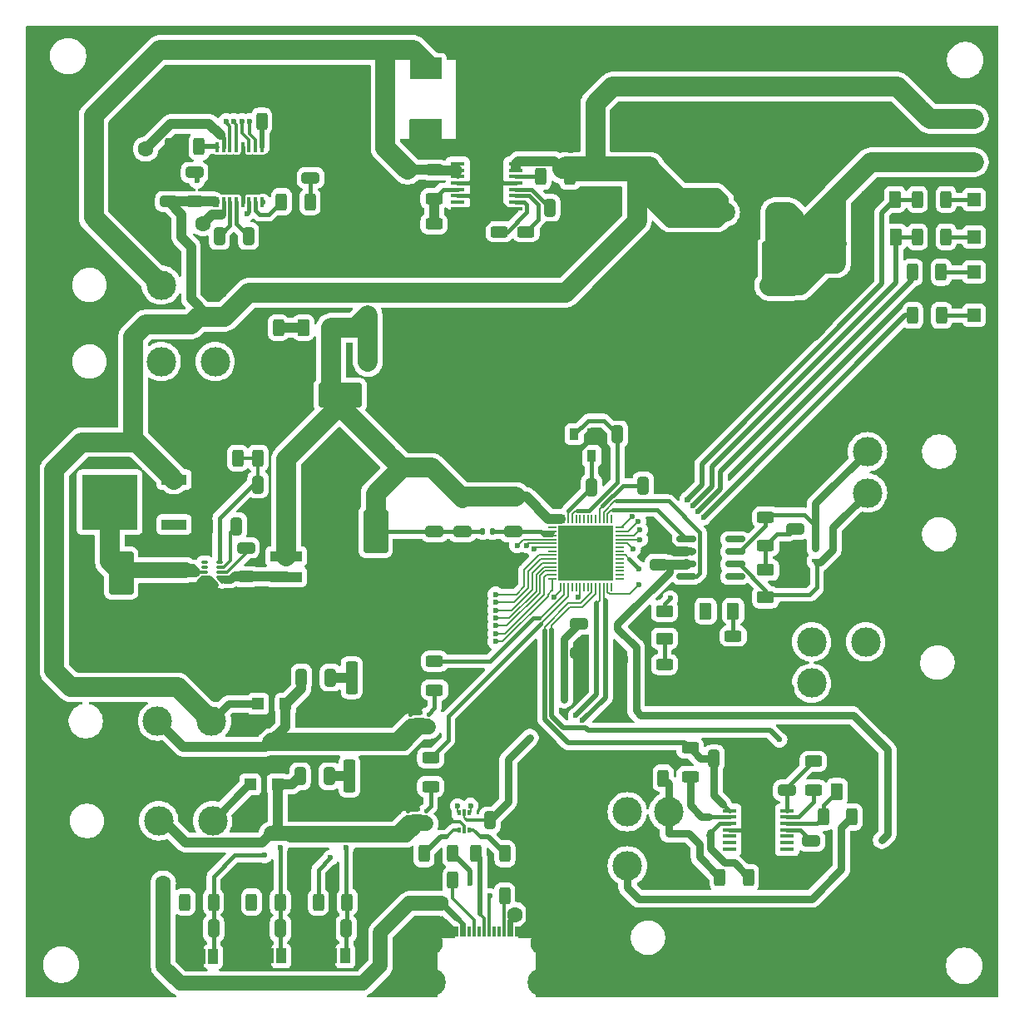
<source format=gbr>
%TF.GenerationSoftware,KiCad,Pcbnew,8.0.0*%
%TF.CreationDate,2024-03-30T13:43:13+01:00*%
%TF.ProjectId,schematic-main_HCU,73636865-6d61-4746-9963-2d6d61696e5f,rev?*%
%TF.SameCoordinates,Original*%
%TF.FileFunction,Copper,L1,Top*%
%TF.FilePolarity,Positive*%
%FSLAX46Y46*%
G04 Gerber Fmt 4.6, Leading zero omitted, Abs format (unit mm)*
G04 Created by KiCad (PCBNEW 8.0.0) date 2024-03-30 13:43:13*
%MOMM*%
%LPD*%
G01*
G04 APERTURE LIST*
G04 Aperture macros list*
%AMRoundRect*
0 Rectangle with rounded corners*
0 $1 Rounding radius*
0 $2 $3 $4 $5 $6 $7 $8 $9 X,Y pos of 4 corners*
0 Add a 4 corners polygon primitive as box body*
4,1,4,$2,$3,$4,$5,$6,$7,$8,$9,$2,$3,0*
0 Add four circle primitives for the rounded corners*
1,1,$1+$1,$2,$3*
1,1,$1+$1,$4,$5*
1,1,$1+$1,$6,$7*
1,1,$1+$1,$8,$9*
0 Add four rect primitives between the rounded corners*
20,1,$1+$1,$2,$3,$4,$5,0*
20,1,$1+$1,$4,$5,$6,$7,0*
20,1,$1+$1,$6,$7,$8,$9,0*
20,1,$1+$1,$8,$9,$2,$3,0*%
G04 Aperture macros list end*
%TA.AperFunction,ComponentPad*%
%ADD10R,1.350000X1.350000*%
%TD*%
%TA.AperFunction,SMDPad,CuDef*%
%ADD11RoundRect,0.250000X-0.650000X0.325000X-0.650000X-0.325000X0.650000X-0.325000X0.650000X0.325000X0*%
%TD*%
%TA.AperFunction,SMDPad,CuDef*%
%ADD12RoundRect,0.250000X0.650000X-0.325000X0.650000X0.325000X-0.650000X0.325000X-0.650000X-0.325000X0*%
%TD*%
%TA.AperFunction,SMDPad,CuDef*%
%ADD13RoundRect,0.250000X0.375000X0.625000X-0.375000X0.625000X-0.375000X-0.625000X0.375000X-0.625000X0*%
%TD*%
%TA.AperFunction,SMDPad,CuDef*%
%ADD14R,1.200000X1.200000*%
%TD*%
%TA.AperFunction,SMDPad,CuDef*%
%ADD15RoundRect,0.250000X0.625000X-0.312500X0.625000X0.312500X-0.625000X0.312500X-0.625000X-0.312500X0*%
%TD*%
%TA.AperFunction,SMDPad,CuDef*%
%ADD16RoundRect,0.250000X-0.625000X0.312500X-0.625000X-0.312500X0.625000X-0.312500X0.625000X0.312500X0*%
%TD*%
%TA.AperFunction,ComponentPad*%
%ADD17C,2.000000*%
%TD*%
%TA.AperFunction,ComponentPad*%
%ADD18C,1.920000*%
%TD*%
%TA.AperFunction,SMDPad,CuDef*%
%ADD19RoundRect,0.250000X0.312500X0.625000X-0.312500X0.625000X-0.312500X-0.625000X0.312500X-0.625000X0*%
%TD*%
%TA.AperFunction,SMDPad,CuDef*%
%ADD20RoundRect,0.250000X0.325000X0.650000X-0.325000X0.650000X-0.325000X-0.650000X0.325000X-0.650000X0*%
%TD*%
%TA.AperFunction,SMDPad,CuDef*%
%ADD21R,1.000000X1.500000*%
%TD*%
%TA.AperFunction,SMDPad,CuDef*%
%ADD22R,0.430000X0.350000*%
%TD*%
%TA.AperFunction,SMDPad,CuDef*%
%ADD23R,1.100000X1.250000*%
%TD*%
%TA.AperFunction,SMDPad,CuDef*%
%ADD24R,0.660000X0.350000*%
%TD*%
%TA.AperFunction,SMDPad,CuDef*%
%ADD25RoundRect,0.250000X-0.325000X-0.650000X0.325000X-0.650000X0.325000X0.650000X-0.325000X0.650000X0*%
%TD*%
%TA.AperFunction,SMDPad,CuDef*%
%ADD26RoundRect,0.250000X-1.000000X1.950000X-1.000000X-1.950000X1.000000X-1.950000X1.000000X1.950000X0*%
%TD*%
%TA.AperFunction,SMDPad,CuDef*%
%ADD27RoundRect,0.250000X-0.312500X-0.625000X0.312500X-0.625000X0.312500X0.625000X-0.312500X0.625000X0*%
%TD*%
%TA.AperFunction,SMDPad,CuDef*%
%ADD28RoundRect,0.250000X0.550000X-1.500000X0.550000X1.500000X-0.550000X1.500000X-0.550000X-1.500000X0*%
%TD*%
%TA.AperFunction,SMDPad,CuDef*%
%ADD29R,3.200000X1.100000*%
%TD*%
%TA.AperFunction,SMDPad,CuDef*%
%ADD30R,0.300000X1.100000*%
%TD*%
%TA.AperFunction,ComponentPad*%
%ADD31C,2.280000*%
%TD*%
%TA.AperFunction,ComponentPad*%
%ADD32C,2.850000*%
%TD*%
%TA.AperFunction,SMDPad,CuDef*%
%ADD33RoundRect,0.050000X-0.387500X-0.050000X0.387500X-0.050000X0.387500X0.050000X-0.387500X0.050000X0*%
%TD*%
%TA.AperFunction,SMDPad,CuDef*%
%ADD34RoundRect,0.050000X-0.050000X-0.387500X0.050000X-0.387500X0.050000X0.387500X-0.050000X0.387500X0*%
%TD*%
%TA.AperFunction,SMDPad,CuDef*%
%ADD35R,5.600000X5.600000*%
%TD*%
%TA.AperFunction,SMDPad,CuDef*%
%ADD36RoundRect,0.050000X-0.285000X-0.100000X0.285000X-0.100000X0.285000X0.100000X-0.285000X0.100000X0*%
%TD*%
%TA.AperFunction,SMDPad,CuDef*%
%ADD37R,0.375000X0.500000*%
%TD*%
%TA.AperFunction,SMDPad,CuDef*%
%ADD38R,0.300000X0.650000*%
%TD*%
%TA.AperFunction,SMDPad,CuDef*%
%ADD39R,1.475000X0.450000*%
%TD*%
%TA.AperFunction,SMDPad,CuDef*%
%ADD40R,2.460000X3.550000*%
%TD*%
%TA.AperFunction,SMDPad,CuDef*%
%ADD41R,2.600000X1.060000*%
%TD*%
%TA.AperFunction,SMDPad,CuDef*%
%ADD42R,5.700000X5.632000*%
%TD*%
%TA.AperFunction,SMDPad,CuDef*%
%ADD43RoundRect,0.250000X-0.625000X0.375000X-0.625000X-0.375000X0.625000X-0.375000X0.625000X0.375000X0*%
%TD*%
%TA.AperFunction,SMDPad,CuDef*%
%ADD44RoundRect,0.250000X-0.362500X-1.425000X0.362500X-1.425000X0.362500X1.425000X-0.362500X1.425000X0*%
%TD*%
%TA.AperFunction,SMDPad,CuDef*%
%ADD45R,0.450000X1.050000*%
%TD*%
%TA.AperFunction,ComponentPad*%
%ADD46C,0.600000*%
%TD*%
%TA.AperFunction,SMDPad,CuDef*%
%ADD47R,5.000000X3.400000*%
%TD*%
%TA.AperFunction,ComponentPad*%
%ADD48R,4.000000X4.000000*%
%TD*%
%TA.AperFunction,ComponentPad*%
%ADD49C,3.000000*%
%TD*%
%TA.AperFunction,SMDPad,CuDef*%
%ADD50RoundRect,0.250000X0.625000X-0.375000X0.625000X0.375000X-0.625000X0.375000X-0.625000X-0.375000X0*%
%TD*%
%TA.AperFunction,SMDPad,CuDef*%
%ADD51RoundRect,0.250000X1.950000X1.000000X-1.950000X1.000000X-1.950000X-1.000000X1.950000X-1.000000X0*%
%TD*%
%TA.AperFunction,SMDPad,CuDef*%
%ADD52R,0.950000X1.200000*%
%TD*%
%TA.AperFunction,SMDPad,CuDef*%
%ADD53RoundRect,0.150000X-0.825000X-0.150000X0.825000X-0.150000X0.825000X0.150000X-0.825000X0.150000X0*%
%TD*%
%TA.AperFunction,SMDPad,CuDef*%
%ADD54RoundRect,0.250000X-0.375000X-0.625000X0.375000X-0.625000X0.375000X0.625000X-0.375000X0.625000X0*%
%TD*%
%TA.AperFunction,SMDPad,CuDef*%
%ADD55R,0.700000X0.450000*%
%TD*%
%TA.AperFunction,SMDPad,CuDef*%
%ADD56RoundRect,0.147500X-0.147500X-0.172500X0.147500X-0.172500X0.147500X0.172500X-0.147500X0.172500X0*%
%TD*%
%TA.AperFunction,SMDPad,CuDef*%
%ADD57R,3.200400X2.173999*%
%TD*%
%TA.AperFunction,ViaPad*%
%ADD58C,0.600000*%
%TD*%
%TA.AperFunction,ViaPad*%
%ADD59C,1.600000*%
%TD*%
%TA.AperFunction,Conductor*%
%ADD60C,1.000000*%
%TD*%
%TA.AperFunction,Conductor*%
%ADD61C,2.000000*%
%TD*%
%TA.AperFunction,Conductor*%
%ADD62C,0.400000*%
%TD*%
%TA.AperFunction,Conductor*%
%ADD63C,0.800000*%
%TD*%
%TA.AperFunction,Conductor*%
%ADD64C,1.500000*%
%TD*%
%TA.AperFunction,Conductor*%
%ADD65C,0.300000*%
%TD*%
%TA.AperFunction,Conductor*%
%ADD66C,0.200000*%
%TD*%
%TA.AperFunction,Conductor*%
%ADD67C,0.500000*%
%TD*%
G04 APERTURE END LIST*
D10*
%TO.P,TP9,1,1*%
%TO.N,Net-(R14-Pad1)*%
X146000000Y-81900000D03*
%TD*%
D11*
%TO.P,C17,1*%
%TO.N,VDD3P3*%
X99100000Y-103925000D03*
%TO.P,C17,2*%
%TO.N,GND*%
X99100000Y-106875000D03*
%TD*%
D12*
%TO.P,C34,1*%
%TO.N,+12V*%
X64055000Y-70300000D03*
%TO.P,C34,2*%
%TO.N,GND*%
X64055000Y-67350000D03*
%TD*%
%TO.P,C26,1*%
%TO.N,/PRESSURE_SENSOR_V_MCU*%
X126945200Y-130235950D03*
%TO.P,C26,2*%
%TO.N,GND*%
X126945200Y-127285950D03*
%TD*%
D13*
%TO.P,D4,1,K*%
%TO.N,Net-(D4-K)*%
X121500000Y-112000000D03*
%TO.P,D4,2,A*%
%TO.N,/IO/LED_CAN_STATUS*%
X118700000Y-112000000D03*
%TD*%
D11*
%TO.P,C15,1*%
%TO.N,+3.3V*%
X91100000Y-103925000D03*
%TO.P,C15,2*%
%TO.N,GND*%
X91100000Y-106875000D03*
%TD*%
D14*
%TO.P,D7,1,K*%
%TO.N,+12V*%
X73150000Y-121450000D03*
%TO.P,D7,2,A*%
%TO.N,/IO/VALVE*%
X75950000Y-121450000D03*
%TD*%
D12*
%TO.P,C19,1*%
%TO.N,+3.3V*%
X96900000Y-100275000D03*
%TO.P,C19,2*%
%TO.N,GND*%
X96900000Y-97325000D03*
%TD*%
D10*
%TO.P,TP3,1,1*%
%TO.N,+12V*%
X141500000Y-61900000D03*
%TD*%
D15*
%TO.P,R29,1*%
%TO.N,Net-(MOSFET2-Pad3)*%
X90700000Y-129862500D03*
%TO.P,R29,2*%
%TO.N,/PURGE_VALVE_MCU*%
X90700000Y-126937500D03*
%TD*%
D16*
%TO.P,R11,1*%
%TO.N,Net-(IC2-IMON)*%
X97700000Y-73387500D03*
%TO.P,R11,2*%
%TO.N,GND*%
X97700000Y-76312500D03*
%TD*%
D17*
%TO.P,PS1,1,VIN+*%
%TO.N,+12V*%
X120684198Y-71382000D03*
%TO.P,PS1,2,GND*%
%TO.N,GND*%
X123224198Y-71382000D03*
D18*
%TO.P,PS1,3,VOUT+*%
%TO.N,+5V*%
X125764198Y-71382000D03*
%TD*%
D10*
%TO.P,TP7,1,1*%
%TO.N,+3.3V*%
X84300000Y-86650000D03*
%TD*%
D16*
%TO.P,R5,1*%
%TO.N,/Power /Vin*%
X91038000Y-67087500D03*
%TO.P,R5,2*%
%TO.N,Net-(IC2-OVP)*%
X91038000Y-70012500D03*
%TD*%
D19*
%TO.P,R25,1*%
%TO.N,Net-(R25-Pad1)*%
X143162500Y-70100000D03*
%TO.P,R25,2*%
%TO.N,/I{slash}O_4_MCU*%
X140237500Y-70100000D03*
%TD*%
D10*
%TO.P,TP1,1,1*%
%TO.N,GND*%
X137400000Y-139300000D03*
%TD*%
D15*
%TO.P,R18,1*%
%TO.N,Net-(C24-Pad1)*%
X124800000Y-105362500D03*
%TO.P,R18,2*%
%TO.N,/IO/CANH*%
X124800000Y-102437500D03*
%TD*%
D20*
%TO.P,C6,1*%
%TO.N,+3.3V*%
X76075000Y-99125000D03*
%TO.P,C6,2*%
%TO.N,Net-(U2-FB)*%
X73125000Y-99125000D03*
%TD*%
D21*
%TO.P,JP1,1,A*%
%TO.N,/MCU/RESET*%
X68570436Y-147175436D03*
%TO.P,JP1,2,B*%
%TO.N,GND*%
X67270436Y-147175436D03*
%TD*%
D11*
%TO.P,C3,1*%
%TO.N,Net-(U2-VIN)*%
X65200000Y-108050000D03*
%TO.P,C3,2*%
%TO.N,GND*%
X65200000Y-111000000D03*
%TD*%
D22*
%TO.P,MOSFET2,1,1*%
%TO.N,/IO/PURGE_VALVE*%
X90235000Y-133625000D03*
%TO.P,MOSFET2,2,2*%
X90235000Y-132975000D03*
%TO.P,MOSFET2,3,3*%
%TO.N,Net-(MOSFET2-Pad3)*%
X90235000Y-132325000D03*
%TO.P,MOSFET2,4,4*%
%TO.N,GND*%
X88365000Y-132325000D03*
%TO.P,MOSFET2,5,5*%
%TO.N,/IO/PURGE_VALVE*%
X88365000Y-132975000D03*
%TO.P,MOSFET2,6,6*%
X88365000Y-133625000D03*
D23*
%TO.P,MOSFET2,7,7*%
X89300000Y-133260000D03*
D24*
%TO.P,MOSFET2,8,8*%
%TO.N,GND*%
X89300000Y-132200000D03*
%TD*%
D25*
%TO.P,C11,1*%
%TO.N,+3.3V*%
X112325000Y-99200000D03*
%TO.P,C11,2*%
%TO.N,GND*%
X115275000Y-99200000D03*
%TD*%
D26*
%TO.P,C2,1*%
%TO.N,Net-(U2-VIN)*%
X59200000Y-108125000D03*
%TO.P,C2,2*%
%TO.N,GND*%
X59200000Y-115525000D03*
%TD*%
D27*
%TO.P,R3,1*%
%TO.N,Net-(P1-VCONN)*%
X98237500Y-141000000D03*
%TO.P,R3,2*%
%TO.N,GND*%
X101162500Y-141000000D03*
%TD*%
D25*
%TO.P,C36,1*%
%TO.N,Net-(U6-CP1)*%
X69200000Y-73825000D03*
%TO.P,C36,2*%
%TO.N,Net-(U6-CP2)*%
X72150000Y-73825000D03*
%TD*%
D19*
%TO.P,R15,1*%
%TO.N,Net-(R15-Pad1)*%
X142662500Y-77500000D03*
%TO.P,R15,2*%
%TO.N,/I{slash}O_2_MCU*%
X139737500Y-77500000D03*
%TD*%
D21*
%TO.P,JP2,1,A*%
%TO.N,/MCU/BOOT*%
X75487500Y-147112500D03*
%TO.P,JP2,2,B*%
%TO.N,GND*%
X74187500Y-147112500D03*
%TD*%
D13*
%TO.P,R36,1*%
%TO.N,/I{slash}O_4_MCU*%
X137960000Y-70100000D03*
%TO.P,R36,2*%
%TO.N,GND*%
X135160000Y-70100000D03*
%TD*%
D27*
%TO.P,R2,1*%
%TO.N,Net-(P1-D+)*%
X95337500Y-136700000D03*
%TO.P,R2,2*%
%TO.N,/MCU/USB_D+*%
X98262500Y-136700000D03*
%TD*%
D19*
%TO.P,R16,1*%
%TO.N,/IO/PRESSURE_SENSOR_V*%
X133607700Y-132960950D03*
%TO.P,R16,2*%
%TO.N,Net-(IC1-+IN_B)*%
X130682700Y-132960950D03*
%TD*%
D13*
%TO.P,R35,1*%
%TO.N,/I{slash}O_3_MCU*%
X138060000Y-73900000D03*
%TO.P,R35,2*%
%TO.N,GND*%
X135260000Y-73900000D03*
%TD*%
D19*
%TO.P,R14,1*%
%TO.N,Net-(R14-Pad1)*%
X142700000Y-81900000D03*
%TO.P,R14,2*%
%TO.N,/I{slash}O_1_MCU*%
X139775000Y-81900000D03*
%TD*%
D11*
%TO.P,C16,1*%
%TO.N,+3.3V*%
X93900000Y-103925000D03*
%TO.P,C16,2*%
%TO.N,GND*%
X93900000Y-106875000D03*
%TD*%
D28*
%TO.P,C5,1*%
%TO.N,+12V*%
X111700000Y-67750000D03*
%TO.P,C5,2*%
%TO.N,GND*%
X111700000Y-62350000D03*
%TD*%
D29*
%TO.P,L1,1,1*%
%TO.N,Net-(U2-SW)*%
X76000000Y-108525000D03*
%TO.P,L1,2,2*%
%TO.N,+3.3V*%
X76000000Y-106425000D03*
%TD*%
D30*
%TO.P,P1,A1,GND*%
%TO.N,GND*%
X93050000Y-144650000D03*
%TO.P,P1,A4,VBUS*%
%TO.N,/VBUS*%
X93850000Y-144650000D03*
%TO.P,P1,A5,CC*%
%TO.N,Net-(P1-CC)*%
X95150000Y-144650000D03*
%TO.P,P1,A6,D+*%
%TO.N,Net-(P1-D+)*%
X96150000Y-144650000D03*
%TO.P,P1,A7,D-*%
%TO.N,Net-(P1-D-)*%
X96650000Y-144650000D03*
%TO.P,P1,A8*%
%TO.N,N/C*%
X97650000Y-144650000D03*
%TO.P,P1,A9,VBUS*%
%TO.N,/VBUS*%
X98950000Y-144650000D03*
%TO.P,P1,A12,GND*%
%TO.N,GND*%
X99750000Y-144650000D03*
%TO.P,P1,B1,GND*%
X99450000Y-144650000D03*
%TO.P,P1,B4,VBUS*%
%TO.N,/VBUS*%
X98650000Y-144650000D03*
%TO.P,P1,B5,VCONN*%
%TO.N,Net-(P1-VCONN)*%
X98150000Y-144650000D03*
%TO.P,P1,B6*%
%TO.N,N/C*%
X97150000Y-144650000D03*
%TO.P,P1,B7*%
X95650000Y-144650000D03*
%TO.P,P1,B8*%
X94650000Y-144650000D03*
%TO.P,P1,B9,VBUS*%
%TO.N,/VBUS*%
X94150000Y-144650000D03*
%TO.P,P1,B12,GND*%
%TO.N,GND*%
X93350000Y-144650000D03*
D31*
%TO.P,P1,MH1*%
X90780000Y-145800000D03*
D32*
%TO.P,P1,MH2*%
X90780000Y-149800000D03*
D31*
X102020000Y-145800000D03*
D32*
%TO.P,P1,MH3*%
X102020000Y-149800000D03*
%TD*%
D12*
%TO.P,C37,1*%
%TO.N,/ADC_MOTOR*%
X78475000Y-67900000D03*
%TO.P,C37,2*%
%TO.N,GND*%
X78475000Y-64950000D03*
%TD*%
D33*
%TO.P,U4,1,LNA_IN/RF*%
%TO.N,unconnected-(U4-LNA_IN{slash}RF-Pad1)*%
X103062500Y-103500000D03*
%TO.P,U4,2,VDD3P3*%
%TO.N,VDD3P3*%
X103062500Y-103900000D03*
%TO.P,U4,3,VDD3P3*%
X103062500Y-104300000D03*
%TO.P,U4,4,CHIP_PU/RESET*%
%TO.N,/MCU/RESET*%
X103062500Y-104700000D03*
%TO.P,U4,5,GPIO0/BOOT*%
%TO.N,/MCU/BOOT*%
X103062500Y-105100000D03*
%TO.P,U4,6,GPIO1/ADC1_CH0*%
%TO.N,/MCU/MCU_TEST*%
X103062500Y-105500000D03*
%TO.P,U4,7,GPIO2/ADC1_CH1*%
%TO.N,unconnected-(U4-GPIO2{slash}ADC1_CH1-Pad7)*%
X103062500Y-105900000D03*
%TO.P,U4,8,GPIO3/ADC1_CH2*%
%TO.N,/ENABLE_MOTOR*%
X103062500Y-106300000D03*
%TO.P,U4,9,GPIO4/ADC1_CH3*%
%TO.N,/SLEEP_MOTOR*%
X103062500Y-106700000D03*
%TO.P,U4,10,GPIO5/ADC1_CH4*%
%TO.N,/DIRECTION_MOTOR*%
X103062500Y-107100000D03*
%TO.P,U4,11,GPIO6/ADC1_CH5*%
%TO.N,/DECAY_MODE_MOTOR*%
X103062500Y-107500000D03*
%TO.P,U4,12,GPIO7/ADC1_CH6*%
%TO.N,/FAULT_MOTOR*%
X103062500Y-107900000D03*
%TO.P,U4,13,GPIO8/ADC1_CH7*%
%TO.N,/ADC_MOTOR*%
X103062500Y-108300000D03*
%TO.P,U4,14,GPIO9/ADC1_CH8*%
%TO.N,/DRIVER_SIDE*%
X103062500Y-108700000D03*
D34*
%TO.P,U4,15,GPIO10/ADC1_CH9*%
%TO.N,/HYDROGEN_SENSOR_ADC*%
X103900000Y-109537500D03*
%TO.P,U4,16,GPIO11/ADC2_CH0*%
%TO.N,/VALVE_MCU*%
X104300000Y-109537500D03*
%TO.P,U4,17,GPIO12/ADC2_CH1*%
%TO.N,/PURGE_VALVE_MCU*%
X104700000Y-109537500D03*
%TO.P,U4,18,GPIO13/ADC2_CH2*%
%TO.N,unconnected-(U4-GPIO13{slash}ADC2_CH2-Pad18)*%
X105100000Y-109537500D03*
%TO.P,U4,19,GPIO14/ADC2_CH3*%
%TO.N,unconnected-(U4-GPIO14{slash}ADC2_CH3-Pad19)*%
X105500000Y-109537500D03*
%TO.P,U4,20,VDD3P3_RTC*%
%TO.N,+3.3V*%
X105900000Y-109537500D03*
%TO.P,U4,21,GPIO15/ADC2_CH4/XTAL_32K_P*%
%TO.N,unconnected-(U4-GPIO15{slash}ADC2_CH4{slash}XTAL_32K_P-Pad21)*%
X106300000Y-109537500D03*
%TO.P,U4,22,GPIO16/ADC2_CH5/XTAL_32K_N*%
%TO.N,unconnected-(U4-GPIO16{slash}ADC2_CH5{slash}XTAL_32K_N-Pad22)*%
X106700000Y-109537500D03*
%TO.P,U4,23,GPIO17/ADC2_CH6*%
%TO.N,/PRESSURE_SENSOR_I_MCU*%
X107100000Y-109537500D03*
%TO.P,U4,24,GPIO18/ADC2_CH7*%
%TO.N,/PRESSURE_SENSOR_V_MCU*%
X107500000Y-109537500D03*
%TO.P,U4,25,GPIO19/USB_D-/ADC2_CH8*%
%TO.N,/MCU/USB_D-*%
X107900000Y-109537500D03*
%TO.P,U4,26,GPIO20/USB_D+/ADC2_CH9*%
%TO.N,/MCU/USB_D+*%
X108300000Y-109537500D03*
%TO.P,U4,27,GPIO21*%
%TO.N,/HYDROGEN_SENSOR_*%
X108700000Y-109537500D03*
%TO.P,U4,28,SPI_CS1/GPIO26*%
%TO.N,unconnected-(U4-SPI_CS1{slash}GPIO26-Pad28)*%
X109100000Y-109537500D03*
D33*
%TO.P,U4,29,VDD_SPI*%
%TO.N,unconnected-(U4-VDD_SPI-Pad29)*%
X109937500Y-108700000D03*
%TO.P,U4,30,SPIHD/GPIO27*%
%TO.N,unconnected-(U4-SPIHD{slash}GPIO27-Pad30)*%
X109937500Y-108300000D03*
%TO.P,U4,31,SPIWP/GPIO28*%
%TO.N,unconnected-(U4-SPIWP{slash}GPIO28-Pad31)*%
X109937500Y-107900000D03*
%TO.P,U4,32,SPICS0/GPIO29*%
%TO.N,unconnected-(U4-SPICS0{slash}GPIO29-Pad32)*%
X109937500Y-107500000D03*
%TO.P,U4,33,SPICLK/GPIO30*%
%TO.N,unconnected-(U4-SPICLK{slash}GPIO30-Pad33)*%
X109937500Y-107100000D03*
%TO.P,U4,34,SPIQ/GPIO31*%
%TO.N,unconnected-(U4-SPIQ{slash}GPIO31-Pad34)*%
X109937500Y-106700000D03*
%TO.P,U4,35,SPID/GPIO32*%
%TO.N,/IO/LED_MCU_STATUS*%
X109937500Y-106300000D03*
%TO.P,U4,36,SPICLK_N/GPIO48*%
%TO.N,unconnected-(U4-SPICLK_N{slash}GPIO48-Pad36)*%
X109937500Y-105900000D03*
%TO.P,U4,37,SPICLK_P/GPIO47*%
%TO.N,unconnected-(U4-SPICLK_P{slash}GPIO47-Pad37)*%
X109937500Y-105500000D03*
%TO.P,U4,38,GPIO33*%
%TO.N,/IO/LED_CAN_STATUS*%
X109937500Y-105100000D03*
%TO.P,U4,39,GPIO34*%
%TO.N,/I{slash}O_1_MCU*%
X109937500Y-104700000D03*
%TO.P,U4,40,GPIO35*%
%TO.N,/I{slash}O_2_MCU*%
X109937500Y-104300000D03*
%TO.P,U4,41,GPIO36*%
%TO.N,/I{slash}O_3_MCU*%
X109937500Y-103900000D03*
%TO.P,U4,42,GPIO37*%
%TO.N,/I{slash}O_4_MCU*%
X109937500Y-103500000D03*
D34*
%TO.P,U4,43,GPIO38*%
%TO.N,unconnected-(U4-GPIO38-Pad43)*%
X109100000Y-102662500D03*
%TO.P,U4,44,MTCK/JTAG/GPIO39*%
%TO.N,/IO/CAN_RX*%
X108700000Y-102662500D03*
%TO.P,U4,45,MTDO/JTAG/GPIO40*%
%TO.N,/IO/CAN_TX*%
X108300000Y-102662500D03*
%TO.P,U4,46,VDD3P3_CPU*%
%TO.N,+3.3V*%
X107900000Y-102662500D03*
%TO.P,U4,47,MTDI/JTAG/GPIO41*%
%TO.N,unconnected-(U4-MTDI{slash}JTAG{slash}GPIO41-Pad47)*%
X107500000Y-102662500D03*
%TO.P,U4,48,MTMS/JTAG/GPIO42*%
%TO.N,unconnected-(U4-MTMS{slash}JTAG{slash}GPIO42-Pad48)*%
X107100000Y-102662500D03*
%TO.P,U4,49,U0TXD/PROG/GPIO43*%
%TO.N,unconnected-(U4-U0TXD{slash}PROG{slash}GPIO43-Pad49)*%
X106700000Y-102662500D03*
%TO.P,U4,50,U0RXD/PROG/GPIO44*%
%TO.N,unconnected-(U4-U0RXD{slash}PROG{slash}GPIO44-Pad50)*%
X106300000Y-102662500D03*
%TO.P,U4,51,GPIO45*%
%TO.N,unconnected-(U4-GPIO45-Pad51)*%
X105900000Y-102662500D03*
%TO.P,U4,52,GPIO46*%
%TO.N,unconnected-(U4-GPIO46-Pad52)*%
X105500000Y-102662500D03*
%TO.P,U4,53,XTAL_N*%
%TO.N,/MCU/XTAL_N*%
X105100000Y-102662500D03*
%TO.P,U4,54,XTAL_P*%
%TO.N,/MCU/XTAL_P*%
X104700000Y-102662500D03*
%TO.P,U4,55,VDDA*%
%TO.N,+3.3V*%
X104300000Y-102662500D03*
%TO.P,U4,56,VDDA*%
X103900000Y-102662500D03*
D35*
%TO.P,U4,57,GND*%
%TO.N,GND*%
X106500000Y-106100000D03*
%TD*%
D11*
%TO.P,C4,1*%
%TO.N,Net-(U2-BST)*%
X71900000Y-105550000D03*
%TO.P,C4,2*%
%TO.N,Net-(U2-SW)*%
X71900000Y-108500000D03*
%TD*%
D36*
%TO.P,U2,1,RT*%
%TO.N,unconnected-(U2-RT-Pad1)*%
X67720000Y-107025000D03*
%TO.P,U2,2,EN*%
%TO.N,unconnected-(U2-EN-Pad2)*%
X67720000Y-107525000D03*
%TO.P,U2,3,VIN*%
%TO.N,Net-(U2-VIN)*%
X67720000Y-108025000D03*
%TO.P,U2,4,GND*%
%TO.N,GND*%
X67720000Y-108525000D03*
%TO.P,U2,5,SW*%
%TO.N,Net-(U2-SW)*%
X69200000Y-108525000D03*
%TO.P,U2,6,BST*%
%TO.N,Net-(U2-BST)*%
X69200000Y-108025000D03*
%TO.P,U2,7,SS*%
%TO.N,Net-(U2-SS)*%
X69200000Y-107525000D03*
%TO.P,U2,8,FB*%
%TO.N,Net-(U2-FB)*%
X69200000Y-107025000D03*
%TD*%
D16*
%TO.P,R31,1*%
%TO.N,/PRESSURE_SENSOR_I_MCU*%
X117100000Y-125937500D03*
%TO.P,R31,2*%
%TO.N,Net-(IC1--IN_C)*%
X117100000Y-128862500D03*
%TD*%
D10*
%TO.P,TP4,1,1*%
%TO.N,+12V*%
X146000000Y-61900000D03*
%TD*%
D16*
%TO.P,R20,1*%
%TO.N,Net-(D4-K)*%
X121500000Y-114537500D03*
%TO.P,R20,2*%
%TO.N,GND*%
X121500000Y-117462500D03*
%TD*%
D19*
%TO.P,R6,1*%
%TO.N,+12V*%
X104862500Y-67750000D03*
%TO.P,R6,2*%
%TO.N,Net-(IC2-~{FLT})*%
X101937500Y-67750000D03*
%TD*%
D25*
%TO.P,C31,1*%
%TO.N,/IO/VALVE*%
X77546900Y-118778100D03*
%TO.P,C31,2*%
%TO.N,Net-(C31-Pad2)*%
X80496900Y-118778100D03*
%TD*%
D19*
%TO.P,R23,1*%
%TO.N,/MCU/MCU_TEST*%
X82200000Y-141612500D03*
%TO.P,R23,2*%
%TO.N,+3.3V*%
X79275000Y-141612500D03*
%TD*%
D11*
%TO.P,C29,1*%
%TO.N,+12V*%
X115764198Y-71407000D03*
%TO.P,C29,2*%
%TO.N,GND*%
X115764198Y-74357000D03*
%TD*%
D37*
%TO.P,U3,1,I/O1*%
%TO.N,/MCU/USB_D-*%
X93562500Y-134250000D03*
D38*
%TO.P,U3,2,GND*%
%TO.N,GND*%
X94100000Y-134325000D03*
D37*
%TO.P,U3,3,I/O2*%
%TO.N,/MCU/USB_D+*%
X94637500Y-134250000D03*
%TO.P,U3,4,I/O2*%
X94637500Y-132550000D03*
D38*
%TO.P,U3,5,VBUS*%
%TO.N,+3.3V*%
X94100000Y-132475000D03*
D37*
%TO.P,U3,6,I/O1*%
%TO.N,/MCU/USB_D-*%
X93562500Y-132550000D03*
%TD*%
D12*
%TO.P,C23,1*%
%TO.N,+3.3V*%
X113900000Y-107275000D03*
%TO.P,C23,2*%
%TO.N,GND*%
X113900000Y-104325000D03*
%TD*%
D39*
%TO.P,IC2,1,IN_1*%
%TO.N,/Power /Vin*%
X93462000Y-66475000D03*
%TO.P,IC2,2,IN_2*%
X93462000Y-67125000D03*
%TO.P,IC2,3,UVLO*%
X93462000Y-67775000D03*
%TO.P,IC2,4,NC_1*%
%TO.N,GND*%
X93462000Y-68425000D03*
%TO.P,IC2,5,OVP*%
%TO.N,Net-(IC2-OVP)*%
X93462000Y-69075000D03*
%TO.P,IC2,6,MODE*%
%TO.N,GND*%
X93462000Y-69725000D03*
%TO.P,IC2,7,~{SHDN}*%
%TO.N,unconnected-(IC2-~{SHDN}-Pad7)*%
X93462000Y-70375000D03*
%TO.P,IC2,8,RTN*%
%TO.N,GND*%
X93462000Y-71025000D03*
%TO.P,IC2,9,GND*%
X99338000Y-71025000D03*
%TO.P,IC2,10,IMON*%
%TO.N,Net-(IC2-IMON)*%
X99338000Y-70375000D03*
%TO.P,IC2,11,ILIM*%
%TO.N,Net-(IC2-ILIM)*%
X99338000Y-69725000D03*
%TO.P,IC2,12,DVDT*%
%TO.N,Net-(IC2-DVDT)*%
X99338000Y-69075000D03*
%TO.P,IC2,13,NC_2*%
%TO.N,GND*%
X99338000Y-68425000D03*
%TO.P,IC2,14,~{FLT}*%
%TO.N,Net-(IC2-~{FLT})*%
X99338000Y-67775000D03*
%TO.P,IC2,15,OUT_1*%
%TO.N,+12V*%
X99338000Y-67125000D03*
%TO.P,IC2,16,OUT_2*%
X99338000Y-66475000D03*
D40*
%TO.P,IC2,17,EP*%
%TO.N,GND*%
X96400000Y-68750000D03*
%TD*%
D39*
%TO.P,IC1,1,OUT_A*%
%TO.N,unconnected-(IC1-OUT_A-Pad1)*%
X126983200Y-136210950D03*
%TO.P,IC1,2,-IN_A*%
%TO.N,unconnected-(IC1--IN_A-Pad2)*%
X126983200Y-135560950D03*
%TO.P,IC1,3,+IN_A*%
%TO.N,unconnected-(IC1-+IN_A-Pad3)*%
X126983200Y-134910950D03*
%TO.P,IC1,4,V+*%
%TO.N,+3.3V*%
X126983200Y-134260950D03*
%TO.P,IC1,5,+IN_B*%
%TO.N,Net-(IC1-+IN_B)*%
X126983200Y-133610950D03*
%TO.P,IC1,6,-IN_B*%
%TO.N,Net-(IC1--IN_B)*%
X126983200Y-132960950D03*
%TO.P,IC1,7,OUT_B*%
%TO.N,/PRESSURE_SENSOR_V_MCU*%
X126983200Y-132310950D03*
%TO.P,IC1,8,OUT_C*%
%TO.N,/PRESSURE_SENSOR_I_MCU*%
X121107200Y-132310950D03*
%TO.P,IC1,9,-IN_C*%
%TO.N,Net-(IC1--IN_C)*%
X121107200Y-132960950D03*
%TO.P,IC1,10,+IN_C*%
%TO.N,Net-(IC1-+IN_C)*%
X121107200Y-133610950D03*
%TO.P,IC1,11,GND*%
%TO.N,GND*%
X121107200Y-134260950D03*
%TO.P,IC1,12,+IN_D*%
%TO.N,unconnected-(IC1-+IN_D-Pad12)*%
X121107200Y-134910950D03*
%TO.P,IC1,13,-IN_D*%
%TO.N,unconnected-(IC1--IN_D-Pad13)*%
X121107200Y-135560950D03*
%TO.P,IC1,14,OUT_D*%
%TO.N,unconnected-(IC1-OUT_D-Pad14)*%
X121107200Y-136210950D03*
%TD*%
D19*
%TO.P,R1,1*%
%TO.N,Net-(P1-D-)*%
X92962500Y-136700000D03*
%TO.P,R1,2*%
%TO.N,/MCU/USB_D-*%
X90037500Y-136700000D03*
%TD*%
D22*
%TO.P,MOSFET1,1,1*%
%TO.N,/IO/VALVE*%
X90491900Y-123778100D03*
%TO.P,MOSFET1,2,2*%
X90491900Y-123128100D03*
%TO.P,MOSFET1,3,3*%
%TO.N,Net-(MOSFET1-Pad3)*%
X90491900Y-122478100D03*
%TO.P,MOSFET1,4,4*%
%TO.N,GND*%
X88621900Y-122478100D03*
%TO.P,MOSFET1,5,5*%
%TO.N,/IO/VALVE*%
X88621900Y-123128100D03*
%TO.P,MOSFET1,6,6*%
X88621900Y-123778100D03*
D23*
%TO.P,MOSFET1,7,7*%
X89556900Y-123413100D03*
D24*
%TO.P,MOSFET1,8,8*%
%TO.N,GND*%
X89556900Y-122353100D03*
%TD*%
D41*
%TO.P,D2,1*%
%TO.N,/VBUS*%
X64579500Y-103186000D03*
%TO.P,D2,2*%
%TO.N,+12V*%
X64579500Y-98614000D03*
D42*
%TO.P,D2,3*%
%TO.N,Net-(U2-VIN)*%
X58029500Y-100900000D03*
%TD*%
D25*
%TO.P,C20,1*%
%TO.N,+3.3V*%
X96725000Y-133300000D03*
%TO.P,C20,2*%
%TO.N,GND*%
X99675000Y-133300000D03*
%TD*%
D43*
%TO.P,R19,1*%
%TO.N,Net-(C24-Pad1)*%
X124800000Y-107800000D03*
%TO.P,R19,2*%
%TO.N,/IO/CANL*%
X124800000Y-110600000D03*
%TD*%
D20*
%TO.P,C25,1*%
%TO.N,/MCU/MCU_TEST*%
X82112500Y-144312500D03*
%TO.P,C25,2*%
%TO.N,GND*%
X79162500Y-144312500D03*
%TD*%
D44*
%TO.P,R30,1*%
%TO.N,Net-(C32-Pad2)*%
X82437500Y-128800000D03*
%TO.P,R30,2*%
%TO.N,GND*%
X88362500Y-128800000D03*
%TD*%
D45*
%TO.P,U6,1,~{FAULT}*%
%TO.N,/FAULT_MOTOR*%
X73525000Y-64775000D03*
%TO.P,U6,2,MODE1*%
%TO.N,/DECAY_MODE_MOTOR*%
X72875000Y-64775000D03*
%TO.P,U6,3,PHASE*%
%TO.N,/DIRECTION_MOTOR*%
X72225000Y-64775000D03*
%TO.P,U6,4,GND*%
%TO.N,GND*%
X71575000Y-64775000D03*
%TO.P,U6,5,~{SLEEP}*%
%TO.N,/SLEEP_MOTOR*%
X70925000Y-64775000D03*
%TO.P,U6,6,ENABLE*%
%TO.N,/ENABLE_MOTOR*%
X70275000Y-64775000D03*
%TO.P,U6,7,OUT+*%
%TO.N,/IO_2/+MOTOR*%
X69625000Y-64775000D03*
%TO.P,U6,8,SENSE*%
%TO.N,Net-(U6-SENSE)*%
X68975000Y-64775000D03*
%TO.P,U6,9,VBB*%
%TO.N,+12V*%
X68975000Y-70325000D03*
%TO.P,U6,10,OUT-*%
%TO.N,/IO_2/-MOTOR*%
X69625000Y-70325000D03*
%TO.P,U6,11,CP1*%
%TO.N,Net-(U6-CP1)*%
X70275000Y-70325000D03*
%TO.P,U6,12,CP2*%
%TO.N,Net-(U6-CP2)*%
X70925000Y-70325000D03*
%TO.P,U6,13,GND*%
%TO.N,GND*%
X71575000Y-70325000D03*
%TO.P,U6,14,VCP*%
%TO.N,Net-(U6-VCP)*%
X72225000Y-70325000D03*
%TO.P,U6,15,VPROPI*%
%TO.N,Net-(U6-VPROPI)*%
X72875000Y-70325000D03*
%TO.P,U6,16,MODE2*%
%TO.N,/DRIVER_SIDE*%
X73525000Y-70325000D03*
D46*
%TO.P,U6,17,GND(PPAD)*%
%TO.N,GND*%
X73450000Y-66450000D03*
X72350000Y-66450000D03*
X71250000Y-66450000D03*
X70150000Y-66450000D03*
X69050000Y-66450000D03*
X73450000Y-67550000D03*
X72350000Y-67550000D03*
X71250000Y-67550000D03*
D47*
X71250000Y-67550000D03*
D46*
X70150000Y-67550000D03*
X69050000Y-67550000D03*
X73450000Y-68650000D03*
X72350000Y-68650000D03*
X71250000Y-68650000D03*
X70150000Y-68650000D03*
X69050000Y-68650000D03*
%TD*%
D19*
%TO.P,R12,1*%
%TO.N,/MCU/RESET*%
X68600000Y-141612500D03*
%TO.P,R12,2*%
%TO.N,+3.3V*%
X65675000Y-141612500D03*
%TD*%
D10*
%TO.P,TP11,1,1*%
%TO.N,Net-(R24-Pad1)*%
X146000000Y-73900000D03*
%TD*%
%TO.P,TP8,1,1*%
%TO.N,+3.3V*%
X84300000Y-81900000D03*
%TD*%
D15*
%TO.P,R27,1*%
%TO.N,Net-(MOSFET1-Pad3)*%
X91100000Y-120024850D03*
%TO.P,R27,2*%
%TO.N,/VALVE_MCU*%
X91100000Y-117099850D03*
%TD*%
D10*
%TO.P,TP2,1,1*%
%TO.N,GND*%
X137400000Y-144300000D03*
%TD*%
D48*
%TO.P,J3,1,Pin_1*%
%TO.N,GND*%
X114915750Y-137928100D03*
D49*
%TO.P,J3,2,Pin_2*%
%TO.N,/IO/PRESSURE_SENSOR_V*%
X110715750Y-137928100D03*
%TO.P,J3,3,Pin_3*%
%TO.N,/IO/PRESSURE_SENSOR_I*%
X114915750Y-132428100D03*
%TO.P,J3,4,Pin_4*%
%TO.N,+12V*%
X110715750Y-132428100D03*
%TD*%
D10*
%TO.P,TP6,1,1*%
%TO.N,+5V*%
X146000000Y-66300000D03*
%TD*%
D16*
%TO.P,R8,1*%
%TO.N,Net-(IC2-OVP)*%
X91038000Y-72587500D03*
%TO.P,R8,2*%
%TO.N,GND*%
X91038000Y-75512500D03*
%TD*%
D50*
%TO.P,D5,1,K*%
%TO.N,Net-(D5-K)*%
X114500000Y-114800000D03*
%TO.P,D5,2,A*%
%TO.N,/IO/LED_MCU_STATUS*%
X114500000Y-112000000D03*
%TD*%
D25*
%TO.P,C21,1*%
%TO.N,/MCU/XTAL_N*%
X109725000Y-94000000D03*
%TO.P,C21,2*%
%TO.N,GND*%
X112675000Y-94000000D03*
%TD*%
D44*
%TO.P,R28,1*%
%TO.N,Net-(C31-Pad2)*%
X82659400Y-118778100D03*
%TO.P,R28,2*%
%TO.N,GND*%
X88584400Y-118778100D03*
%TD*%
D15*
%TO.P,R32,1*%
%TO.N,Net-(IC1--IN_B)*%
X129645200Y-130223450D03*
%TO.P,R32,2*%
%TO.N,/PRESSURE_SENSOR_V_MCU*%
X129645200Y-127298450D03*
%TD*%
D12*
%TO.P,C18,1*%
%TO.N,+3.3V*%
X99400000Y-100375000D03*
%TO.P,C18,2*%
%TO.N,GND*%
X99400000Y-97425000D03*
%TD*%
D19*
%TO.P,R34,1*%
%TO.N,Net-(U6-SENSE)*%
X67137500Y-64725000D03*
%TO.P,R34,2*%
%TO.N,GND*%
X64212500Y-64725000D03*
%TD*%
D51*
%TO.P,C7,1*%
%TO.N,+3.3V*%
X81500000Y-90000000D03*
%TO.P,C7,2*%
%TO.N,GND*%
X74100000Y-90000000D03*
%TD*%
D20*
%TO.P,C22,1*%
%TO.N,/MCU/XTAL_P*%
X107075000Y-99400000D03*
%TO.P,C22,2*%
%TO.N,GND*%
X104125000Y-99400000D03*
%TD*%
D19*
%TO.P,R22,1*%
%TO.N,Net-(D6-K)*%
X75212500Y-83150000D03*
%TO.P,R22,2*%
%TO.N,GND*%
X72287500Y-83150000D03*
%TD*%
D52*
%TO.P,Y1,1,1*%
%TO.N,/MCU/XTAL_N*%
X105325000Y-94000000D03*
%TO.P,Y1,2,2*%
%TO.N,GND*%
X105325000Y-96200000D03*
%TO.P,Y1,3,3*%
%TO.N,/MCU/XTAL_P*%
X107075000Y-96200000D03*
%TO.P,Y1,4,4*%
%TO.N,GND*%
X107075000Y-94000000D03*
%TD*%
D27*
%TO.P,R33,1*%
%TO.N,/FAULT_MOTOR*%
X73512500Y-62125000D03*
%TO.P,R33,2*%
%TO.N,GND*%
X76437500Y-62125000D03*
%TD*%
D49*
%TO.P,J8,1,Pin_1*%
%TO.N,/IO/VALVE*%
X62900000Y-123200000D03*
%TO.P,J8,2,Pin_2*%
%TO.N,+12V*%
X68400000Y-123200000D03*
%TD*%
D27*
%TO.P,R38,1*%
%TO.N,/IO/PRESSURE_SENSOR_I*%
X120137500Y-139100000D03*
%TO.P,R38,2*%
%TO.N,Net-(IC1-+IN_C)*%
X123062500Y-139100000D03*
%TD*%
D49*
%TO.P,J4,1,Pin_1*%
%TO.N,+5V*%
X134978100Y-115134250D03*
%TO.P,J4,2,Pin_2*%
%TO.N,GND*%
X134978100Y-119334250D03*
%TO.P,J4,3,Pin_3*%
%TO.N,/HYDROGEN_SENSOR_*%
X129478100Y-115134250D03*
%TO.P,J4,4,Pin_4*%
%TO.N,/HYDROGEN_SENSOR_ADC*%
X129478100Y-119334250D03*
%TD*%
D53*
%TO.P,U5,1,D*%
%TO.N,/IO/CAN_RX*%
X116725000Y-104695000D03*
%TO.P,U5,2,GND*%
%TO.N,GND*%
X116725000Y-105965000D03*
%TO.P,U5,3,VCC*%
%TO.N,+3.3V*%
X116725000Y-107235000D03*
%TO.P,U5,4,R*%
%TO.N,/IO/CAN_TX*%
X116725000Y-108505000D03*
%TO.P,U5,5,NC*%
%TO.N,unconnected-(U5-NC-Pad5)*%
X121675000Y-108505000D03*
%TO.P,U5,6,CANL*%
%TO.N,/IO/CANL*%
X121675000Y-107235000D03*
%TO.P,U5,7,CANH*%
%TO.N,/IO/CANH*%
X121675000Y-105965000D03*
%TO.P,U5,8,NC*%
%TO.N,unconnected-(U5-NC-Pad8)*%
X121675000Y-104695000D03*
%TD*%
D27*
%TO.P,R26,1*%
%TO.N,GND*%
X111437500Y-129000000D03*
%TO.P,R26,2*%
%TO.N,/IO/PRESSURE_SENSOR_I*%
X114362500Y-129000000D03*
%TD*%
D25*
%TO.P,C9,1*%
%TO.N,Net-(IC2-DVDT)*%
X102825000Y-70950000D03*
%TO.P,C9,2*%
%TO.N,GND*%
X105775000Y-70950000D03*
%TD*%
D20*
%TO.P,C13,1*%
%TO.N,/MCU/BOOT*%
X75412500Y-144312500D03*
%TO.P,C13,2*%
%TO.N,GND*%
X72462500Y-144312500D03*
%TD*%
D19*
%TO.P,R24,1*%
%TO.N,Net-(R24-Pad1)*%
X143162500Y-73900000D03*
%TO.P,R24,2*%
%TO.N,/I{slash}O_3_MCU*%
X140237500Y-73900000D03*
%TD*%
D11*
%TO.P,C28,1*%
%TO.N,+5V*%
X131964198Y-76607000D03*
%TO.P,C28,2*%
%TO.N,GND*%
X131964198Y-79557000D03*
%TD*%
D19*
%TO.P,R7,1*%
%TO.N,+3.3V*%
X76062500Y-96425000D03*
%TO.P,R7,2*%
%TO.N,Net-(U2-FB)*%
X73137500Y-96425000D03*
%TD*%
D49*
%TO.P,J10,1,Pin_1*%
%TO.N,/IO_2/+MOTOR*%
X63275000Y-86600000D03*
%TO.P,J10,2,Pin_2*%
%TO.N,/IO_2/-MOTOR*%
X68775000Y-86600000D03*
%TD*%
D26*
%TO.P,C14,1*%
%TO.N,+3.3V*%
X85100000Y-103900000D03*
%TO.P,C14,2*%
%TO.N,GND*%
X85100000Y-111300000D03*
%TD*%
D10*
%TO.P,TP12,1,1*%
%TO.N,Net-(R25-Pad1)*%
X146000000Y-70100000D03*
%TD*%
D11*
%TO.P,C10,1*%
%TO.N,+3.3V*%
X105800000Y-113325000D03*
%TO.P,C10,2*%
%TO.N,GND*%
X105800000Y-116275000D03*
%TD*%
D16*
%TO.P,R10,1*%
%TO.N,Net-(IC2-ILIM)*%
X100400000Y-73387500D03*
%TO.P,R10,2*%
%TO.N,GND*%
X100400000Y-76312500D03*
%TD*%
D49*
%TO.P,J2,1,Pin_1*%
%TO.N,/IO/CANH*%
X135165200Y-95768500D03*
%TO.P,J2,2,Pin_2*%
%TO.N,/IO/CANL*%
X135165200Y-99968500D03*
%TO.P,J2,3,Pin_3*%
%TO.N,GND*%
X135165200Y-104168500D03*
%TD*%
%TO.P,J1,1,Pin_1*%
%TO.N,/Power /Vin*%
X63275000Y-78800000D03*
%TO.P,J1,2,Pin_2*%
%TO.N,GND*%
X68775000Y-78800000D03*
%TD*%
D25*
%TO.P,C30,1*%
%TO.N,/PRESSURE_SENSOR_I_MCU*%
X119525000Y-127000000D03*
%TO.P,C30,2*%
%TO.N,GND*%
X122475000Y-127000000D03*
%TD*%
D26*
%TO.P,C27,1*%
%TO.N,+5V*%
X125724198Y-76569000D03*
%TO.P,C27,2*%
%TO.N,GND*%
X125724198Y-83969000D03*
%TD*%
D25*
%TO.P,C32,1*%
%TO.N,/IO/PURGE_VALVE*%
X77425000Y-128800000D03*
%TO.P,C32,2*%
%TO.N,Net-(C32-Pad2)*%
X80375000Y-128800000D03*
%TD*%
D14*
%TO.P,D8,1,K*%
%TO.N,+12V*%
X72330000Y-129650000D03*
%TO.P,D8,2,A*%
%TO.N,/IO/PURGE_VALVE*%
X75130000Y-129650000D03*
%TD*%
D11*
%TO.P,C1,1*%
%TO.N,/Power /Vin*%
X88338000Y-67075000D03*
%TO.P,C1,2*%
%TO.N,GND*%
X88338000Y-70025000D03*
%TD*%
D19*
%TO.P,R9,1*%
%TO.N,Net-(U2-FB)*%
X71062500Y-96425000D03*
%TO.P,R9,2*%
%TO.N,GND*%
X68137500Y-96425000D03*
%TD*%
D20*
%TO.P,C8,1*%
%TO.N,Net-(U2-SS)*%
X70925000Y-103350000D03*
%TO.P,C8,2*%
%TO.N,GND*%
X67975000Y-103350000D03*
%TD*%
D10*
%TO.P,TP10,1,1*%
%TO.N,Net-(R15-Pad1)*%
X146000000Y-77500000D03*
%TD*%
D54*
%TO.P,R17,1*%
%TO.N,Net-(IC1-+IN_B)*%
X132045200Y-130360950D03*
%TO.P,R17,2*%
%TO.N,GND*%
X134845200Y-130360950D03*
%TD*%
D55*
%TO.P,D3,1,K*%
%TO.N,/IO/CANL*%
X129878100Y-106884250D03*
%TO.P,D3,2,K*%
%TO.N,/IO/CANH*%
X129878100Y-105584250D03*
%TO.P,D3,3,A*%
%TO.N,GND*%
X127878100Y-106234250D03*
%TD*%
D27*
%TO.P,R37,1*%
%TO.N,Net-(U6-VPROPI)*%
X75512500Y-70325000D03*
%TO.P,R37,2*%
%TO.N,/ADC_MOTOR*%
X78437500Y-70325000D03*
%TD*%
D21*
%TO.P,JP3,1,A*%
%TO.N,/MCU/MCU_TEST*%
X81987500Y-147112500D03*
%TO.P,JP3,2,B*%
%TO.N,GND*%
X80687500Y-147112500D03*
%TD*%
D12*
%TO.P,C24,1*%
%TO.N,Net-(C24-Pad1)*%
X127778100Y-103659250D03*
%TO.P,C24,2*%
%TO.N,GND*%
X127778100Y-100709250D03*
%TD*%
D54*
%TO.P,D6,1,K*%
%TO.N,Net-(D6-K)*%
X77750000Y-83150000D03*
%TO.P,D6,2,A*%
%TO.N,+3.3V*%
X80550000Y-83150000D03*
%TD*%
D16*
%TO.P,R21,1*%
%TO.N,Net-(D5-K)*%
X114500000Y-117437500D03*
%TO.P,R21,2*%
%TO.N,GND*%
X114500000Y-120362500D03*
%TD*%
D12*
%TO.P,C35,1*%
%TO.N,+12V*%
X66675000Y-70300000D03*
%TO.P,C35,2*%
%TO.N,Net-(U6-VCP)*%
X66675000Y-67350000D03*
%TD*%
D11*
%TO.P,C33,1*%
%TO.N,+3.3V*%
X129445200Y-135385950D03*
%TO.P,C33,2*%
%TO.N,GND*%
X129445200Y-138335950D03*
%TD*%
D56*
%TO.P,L2,1,1*%
%TO.N,+3.3V*%
X96015000Y-103900000D03*
%TO.P,L2,2,2*%
%TO.N,VDD3P3*%
X96985000Y-103900000D03*
%TD*%
D19*
%TO.P,R4,1*%
%TO.N,Net-(P1-CC)*%
X92962500Y-139400000D03*
%TO.P,R4,2*%
%TO.N,GND*%
X90037500Y-139400000D03*
%TD*%
D49*
%TO.P,J9,1,Pin_1*%
%TO.N,/IO/PURGE_VALVE*%
X63021900Y-133350000D03*
%TO.P,J9,2,Pin_2*%
%TO.N,+12V*%
X68521900Y-133350000D03*
%TD*%
D19*
%TO.P,R13,1*%
%TO.N,/MCU/BOOT*%
X75400000Y-141612500D03*
%TO.P,R13,2*%
%TO.N,+3.3V*%
X72475000Y-141612500D03*
%TD*%
D20*
%TO.P,C12,1*%
%TO.N,/MCU/RESET*%
X68612500Y-144312500D03*
%TO.P,C12,2*%
%TO.N,GND*%
X65662500Y-144312500D03*
%TD*%
D10*
%TO.P,TP5,1,1*%
%TO.N,+5V*%
X141400000Y-66300000D03*
%TD*%
D57*
%TO.P,D1,1,K*%
%TO.N,GND*%
X90200000Y-63027002D03*
%TO.P,D1,2,A*%
%TO.N,/Power /Vin*%
X90200000Y-56772998D03*
%TD*%
D58*
%TO.N,GND*%
X104400000Y-104000000D03*
D59*
X127100000Y-138400000D03*
X138400000Y-55000000D03*
D58*
X102200000Y-98400000D03*
X107200000Y-104000000D03*
D59*
X118900000Y-85800000D03*
D58*
X105800000Y-105400000D03*
D59*
X137300000Y-89400000D03*
D58*
X105800000Y-104000000D03*
X65200000Y-111000000D03*
X72537500Y-144412500D03*
D59*
X111500000Y-95700000D03*
D58*
X121500000Y-121200000D03*
D59*
X104950000Y-64600000D03*
D58*
X65670436Y-144375436D03*
D59*
X54400000Y-82800000D03*
X127000000Y-120100000D03*
D58*
X73300000Y-103050000D03*
D59*
X79800000Y-57400000D03*
D58*
X127128100Y-106484250D03*
D59*
X96400000Y-59950000D03*
X126743262Y-99224765D03*
X85400000Y-68600000D03*
X106900000Y-85900000D03*
X102600000Y-94500000D03*
D58*
X113900000Y-104300000D03*
X95700000Y-67650000D03*
X96900000Y-67650000D03*
X108600000Y-104000000D03*
D59*
X110800000Y-90500000D03*
D58*
X96900000Y-68450000D03*
X105800000Y-108200000D03*
X102800000Y-141000000D03*
D59*
X105700000Y-90500000D03*
X132800000Y-126800000D03*
X88100000Y-147700000D03*
X55000000Y-92000000D03*
X90500000Y-114000000D03*
X96200000Y-83300000D03*
X103900000Y-136300000D03*
X51950000Y-128900000D03*
X105200000Y-147500000D03*
X71400000Y-92700000D03*
X56000000Y-112600000D03*
X108600000Y-70600000D03*
D58*
X128078100Y-108434250D03*
X108600000Y-108200000D03*
X92200000Y-133400000D03*
X99100000Y-106875000D03*
D59*
X130500000Y-80600000D03*
X58800000Y-146300000D03*
D58*
X105800000Y-116275000D03*
D59*
X124600000Y-55400000D03*
D58*
X104400000Y-108200000D03*
X104400000Y-106800000D03*
X104400000Y-105400000D03*
D59*
X69900000Y-118000000D03*
D58*
X119400000Y-104100000D03*
D59*
X124045200Y-127285950D03*
D58*
X95700000Y-68450000D03*
X108600000Y-106800000D03*
X95700000Y-69550000D03*
D59*
X120600000Y-145100000D03*
X81000000Y-114500000D03*
D58*
X103600000Y-141000000D03*
D59*
X110000000Y-116900000D03*
X120200000Y-91700000D03*
D58*
X96900000Y-69550000D03*
D59*
X54500000Y-59200000D03*
D58*
X79237500Y-144412500D03*
D59*
X119050000Y-67400000D03*
D58*
X108600000Y-105400000D03*
D59*
X80200000Y-98200000D03*
D58*
X107200000Y-105400000D03*
D59*
X84950000Y-129600000D03*
X114300000Y-94000000D03*
X103700000Y-130000000D03*
X95900000Y-91800000D03*
D58*
X122600000Y-103000000D03*
X107200000Y-106800000D03*
X105800000Y-106800000D03*
X107200000Y-108200000D03*
D59*
X138800000Y-63100000D03*
D58*
X116725000Y-105965000D03*
D59*
X58800000Y-142000000D03*
X76600000Y-76700000D03*
X145650000Y-121150000D03*
X79600000Y-108500000D03*
X93200000Y-74400000D03*
X96600000Y-123800000D03*
X67200000Y-101000000D03*
X144250000Y-110650000D03*
X86050000Y-140300000D03*
X61300000Y-70400000D03*
X75100000Y-86600000D03*
X117800000Y-116600000D03*
D58*
X104400000Y-141100000D03*
X69400000Y-99500000D03*
D59*
X80500000Y-122350000D03*
X127250000Y-68600000D03*
X96700000Y-106200000D03*
X66300000Y-57500000D03*
X58500000Y-54000000D03*
X134700000Y-76000000D03*
X144700000Y-100100000D03*
D58*
X114500000Y-120300000D03*
%TO.N,+3.3V*%
X65670436Y-141575436D03*
X98600000Y-130800000D03*
X129445200Y-135385950D03*
X72475000Y-141612500D03*
D59*
X94025000Y-100375000D03*
D58*
X104862500Y-114262500D03*
X104300000Y-121000000D03*
X115000000Y-107200000D03*
X136600000Y-135300000D03*
X80500000Y-137100000D03*
X112325000Y-99200000D03*
X100800000Y-124900000D03*
X109700000Y-113325000D03*
X105700000Y-110600000D03*
X79275000Y-141612500D03*
%TO.N,/MCU/RESET*%
X99500000Y-105300000D03*
X73800000Y-136850000D03*
%TO.N,/MCU/BOOT*%
X75400000Y-136075000D03*
X100449492Y-105300000D03*
%TO.N,/MCU/MCU_TEST*%
X82100000Y-136075000D03*
X101230486Y-105700000D03*
%TO.N,/PRESSURE_SENSOR_V_MCU*%
X126945200Y-130235950D03*
X126200000Y-125100000D03*
X129645200Y-127298450D03*
D59*
%TO.N,+5V*%
X132000000Y-74600000D03*
%TO.N,/VBUS*%
X99300000Y-142900000D03*
D58*
X64579500Y-103186000D03*
D59*
X91750000Y-141750000D03*
X63475000Y-139700000D03*
D58*
%TO.N,/IO/LED_CAN_STATUS*%
X111300000Y-105700000D03*
X118700000Y-112000000D03*
%TO.N,/IO/LED_MCU_STATUS*%
X115100000Y-110700000D03*
X111900000Y-107700000D03*
%TO.N,Net-(P1-D-)*%
X94700000Y-139700000D03*
X96700000Y-141000000D03*
%TO.N,/MCU/USB_D-*%
X105475000Y-122625000D03*
X93449998Y-131850000D03*
%TO.N,/MCU/USB_D+*%
X106175000Y-123125000D03*
X94750002Y-131800000D03*
%TO.N,/I{slash}O_1_MCU*%
X118461877Y-102461877D03*
X112000000Y-104700000D03*
%TO.N,/I{slash}O_2_MCU*%
X117896190Y-101896190D03*
X112000000Y-103700000D03*
%TO.N,/I{slash}O_3_MCU*%
X117354352Y-101242148D03*
X111839602Y-102879702D03*
%TO.N,/I{slash}O_4_MCU*%
X116835619Y-100633116D03*
X111200000Y-102400000D03*
%TO.N,Net-(U6-VCP)*%
X71975000Y-71525000D03*
X66900000Y-68200000D03*
D59*
%TO.N,/IO_2/-MOTOR*%
X67550000Y-72550000D03*
%TO.N,/IO_2/+MOTOR*%
X61700000Y-64949570D03*
D58*
%TO.N,/HYDROGEN_SENSOR_*%
X111900000Y-109300000D03*
%TO.N,/HYDROGEN_SENSOR_ADC*%
X103242892Y-110542892D03*
%TO.N,/ADC_MOTOR*%
X78437500Y-70325000D03*
X97300999Y-114299998D03*
%TO.N,/FAULT_MOTOR*%
X73512500Y-62125000D03*
X97297004Y-113500006D03*
%TO.N,/DIRECTION_MOTOR*%
X71474997Y-62125000D03*
X97300000Y-111900006D03*
%TO.N,/ENABLE_MOTOR*%
X97300000Y-110300000D03*
X69874991Y-62125000D03*
%TO.N,/DECAY_MODE_MOTOR*%
X72275000Y-62125000D03*
X97300000Y-112700009D03*
%TO.N,/DRIVER_SIDE*%
X73600002Y-70325000D03*
X97299400Y-115099999D03*
%TO.N,/SLEEP_MOTOR*%
X70674994Y-62125000D03*
X97300000Y-111100003D03*
%TD*%
D60*
%TO.N,/Power /Vin*%
X88313000Y-67050000D02*
X88338000Y-67075000D01*
D61*
X86100000Y-55511886D02*
X86100000Y-64837000D01*
D60*
X91075500Y-67125000D02*
X91038000Y-67087500D01*
D61*
X63088200Y-54886800D02*
X56400000Y-61575000D01*
D60*
X91025500Y-67075000D02*
X91038000Y-67087500D01*
D62*
X93462000Y-66475000D02*
X93462000Y-67125000D01*
D61*
X90200000Y-56123586D02*
X88963214Y-54886800D01*
D60*
X93462000Y-67125000D02*
X91075500Y-67125000D01*
D61*
X56400000Y-71925000D02*
X63275000Y-78800000D01*
X90200000Y-56772998D02*
X90200000Y-56123586D01*
X56400000Y-61575000D02*
X56400000Y-71925000D01*
D60*
X88338000Y-67075000D02*
X91025500Y-67075000D01*
D61*
X86100000Y-64837000D02*
X88338000Y-67075000D01*
X88963214Y-54886800D02*
X63088200Y-54886800D01*
X88963214Y-54886800D02*
X86725086Y-54886800D01*
D62*
X93462000Y-67775000D02*
X93462000Y-67125000D01*
D61*
X86725086Y-54886800D02*
X86100000Y-55511886D01*
D62*
%TO.N,GND*%
X96400000Y-70525000D02*
X96400000Y-68750000D01*
D60*
X64055000Y-64882500D02*
X64212500Y-64725000D01*
D63*
X102800000Y-141000000D02*
X103600000Y-141000000D01*
X91800000Y-143600000D02*
X90900000Y-143600000D01*
D64*
X68775000Y-78800000D02*
X70875000Y-76700000D01*
D62*
X93462000Y-68425000D02*
X95675000Y-68425000D01*
D60*
X114500000Y-120300000D02*
X118662500Y-120300000D01*
X97700000Y-76312500D02*
X100400000Y-76312500D01*
X96400000Y-65975000D02*
X94838200Y-64413200D01*
X117624198Y-76169000D02*
X119231000Y-76169000D01*
D62*
X99338000Y-71025000D02*
X98459814Y-71025000D01*
D63*
X92000000Y-143600000D02*
X91800000Y-143600000D01*
D65*
X69000000Y-109300000D02*
X69000000Y-109400000D01*
D62*
X95700000Y-69550000D02*
X95700000Y-69450000D01*
D60*
X65200000Y-111000000D02*
X69100000Y-111000000D01*
D65*
X68700000Y-109400000D02*
X68100000Y-108800000D01*
D60*
X115450000Y-62350000D02*
X123224198Y-70124198D01*
D65*
X94100000Y-134325000D02*
X94100000Y-133850000D01*
D60*
X84800000Y-111000000D02*
X85100000Y-111300000D01*
X127164050Y-138335950D02*
X129445200Y-138335950D01*
X100400000Y-76312500D02*
X102762500Y-76312500D01*
X86675000Y-111300000D02*
X91100000Y-106875000D01*
X121500000Y-117462500D02*
X122137500Y-117462500D01*
X88584400Y-118778100D02*
X88584400Y-121015600D01*
X88584400Y-118778100D02*
X88621900Y-118815600D01*
X137200000Y-139100000D02*
X137400000Y-139300000D01*
X127100000Y-138400000D02*
X127164050Y-138335950D01*
X104125000Y-97400000D02*
X105325000Y-96200000D01*
X88338000Y-73188000D02*
X88338000Y-74188000D01*
D62*
X88746900Y-122353100D02*
X88621900Y-122478100D01*
D60*
X112675000Y-94000000D02*
X122706000Y-83969000D01*
D63*
X72537500Y-144412500D02*
X72462500Y-144487500D01*
D60*
X137400000Y-144300000D02*
X137400000Y-139300000D01*
D62*
X88365000Y-131547350D02*
X88378100Y-131534250D01*
D65*
X99450000Y-144650000D02*
X99750000Y-144650000D01*
D60*
X93000000Y-75550000D02*
X96400000Y-72150000D01*
X78475000Y-64950000D02*
X75875000Y-67550000D01*
D65*
X68700000Y-109000000D02*
X69000000Y-109300000D01*
D62*
X95700000Y-68450000D02*
X95725000Y-68425000D01*
D60*
X99300000Y-97325000D02*
X99400000Y-97425000D01*
D63*
X79162500Y-145587500D02*
X80687500Y-147112500D01*
D62*
X71575000Y-67225000D02*
X71250000Y-67550000D01*
D60*
X111700000Y-62350000D02*
X115450000Y-62350000D01*
X127378100Y-106234250D02*
X127878100Y-106234250D01*
D62*
X71575000Y-70325000D02*
X71575000Y-67875000D01*
D60*
X126745700Y-138335950D02*
X127035950Y-138335950D01*
D62*
X89300000Y-132200000D02*
X88490000Y-132200000D01*
D60*
X124045200Y-127285950D02*
X124045200Y-134260950D01*
D65*
X66901422Y-109100000D02*
X67300000Y-109100000D01*
X67720000Y-108800000D02*
X67720000Y-109620000D01*
D62*
X88621900Y-122478100D02*
X88621900Y-121078100D01*
D60*
X128195200Y-126035950D02*
X128195200Y-126010950D01*
D62*
X95900000Y-71025000D02*
X96400000Y-70525000D01*
D60*
X121500000Y-117462500D02*
X121500000Y-121200000D01*
D62*
X95600000Y-69550000D02*
X95700000Y-69550000D01*
D60*
X122706000Y-83969000D02*
X125724198Y-83969000D01*
D62*
X107075000Y-94000000D02*
X107075000Y-94450000D01*
D60*
X102600000Y-97000000D02*
X104125000Y-98525000D01*
X69700000Y-111000000D02*
X84800000Y-111000000D01*
X69100000Y-111000000D02*
X69700000Y-111000000D01*
D65*
X67720000Y-108525000D02*
X68225000Y-108525000D01*
D62*
X71575000Y-64775000D02*
X71575000Y-67225000D01*
D60*
X127878100Y-108234250D02*
X127878100Y-106234250D01*
X93000000Y-75550000D02*
X96937500Y-75550000D01*
D63*
X72462500Y-144487500D02*
X72462500Y-145387500D01*
D62*
X89556900Y-122353100D02*
X88746900Y-122353100D01*
D60*
X122475000Y-127000000D02*
X122760950Y-127285950D01*
D63*
X65662500Y-145567500D02*
X67270436Y-147175436D01*
D60*
X99675000Y-133300000D02*
X101200000Y-134825000D01*
D63*
X79237500Y-144412500D02*
X79162500Y-144487500D01*
D60*
X64055000Y-67350000D02*
X64055000Y-64882500D01*
D62*
X88490000Y-132200000D02*
X88365000Y-132325000D01*
X98459814Y-71025000D02*
X96400000Y-68965186D01*
D60*
X123224198Y-72175802D02*
X123224198Y-71382000D01*
D62*
X95675000Y-68425000D02*
X95700000Y-68450000D01*
D60*
X96400000Y-72150000D02*
X96400000Y-68750000D01*
D62*
X96900000Y-69550000D02*
X96900000Y-69465186D01*
D60*
X102800000Y-76350000D02*
X102800000Y-73925000D01*
X99675000Y-133300000D02*
X99675000Y-132975000D01*
D62*
X88621900Y-121078100D02*
X88571900Y-121028100D01*
D60*
X109275000Y-90600000D02*
X112675000Y-94000000D01*
D62*
X96725000Y-68425000D02*
X96400000Y-68750000D01*
D60*
X96937500Y-75550000D02*
X97700000Y-76312500D01*
X96900000Y-97325000D02*
X99300000Y-97325000D01*
D62*
X96984814Y-69550000D02*
X96900000Y-69550000D01*
D60*
X72350000Y-91750000D02*
X68700000Y-95400000D01*
X118662500Y-120300000D02*
X121500000Y-117462500D01*
D65*
X68100000Y-108800000D02*
X67900000Y-108800000D01*
D60*
X101200000Y-140962500D02*
X101162500Y-141000000D01*
X97850000Y-95000000D02*
X100600000Y-95000000D01*
X134845200Y-126760950D02*
X134845200Y-130360950D01*
X67720000Y-109620000D02*
X69100000Y-111000000D01*
D62*
X96925000Y-68425000D02*
X96900000Y-68450000D01*
X96900000Y-69465186D02*
X96400000Y-68965186D01*
X95700000Y-69450000D02*
X96400000Y-68750000D01*
X88365000Y-132325000D02*
X88365000Y-131547350D01*
D60*
X122760950Y-127285950D02*
X124045200Y-127285950D01*
D63*
X100750000Y-141412500D02*
X101162500Y-141000000D01*
D60*
X135260000Y-76261198D02*
X131964198Y-79557000D01*
X89662500Y-75512500D02*
X91038000Y-75512500D01*
X104100000Y-90600000D02*
X109275000Y-90600000D01*
X112675000Y-96600000D02*
X115275000Y-99200000D01*
X105775000Y-70950000D02*
X106800000Y-70950000D01*
X76437500Y-62125000D02*
X76437500Y-62912500D01*
X93900000Y-106800000D02*
X99100000Y-106800000D01*
X88362500Y-131518650D02*
X88378100Y-131534250D01*
X113900000Y-104325000D02*
X115540000Y-105965000D01*
D63*
X72462500Y-144312500D02*
X72462500Y-144337500D01*
D60*
X68137500Y-98237500D02*
X69400000Y-99500000D01*
X113900000Y-104325000D02*
X113900000Y-104300000D01*
D62*
X96400000Y-68965186D02*
X96400000Y-68750000D01*
D60*
X68700000Y-95862500D02*
X68137500Y-96425000D01*
D64*
X70875000Y-76700000D02*
X76600000Y-76700000D01*
D60*
X120500000Y-103000000D02*
X119400000Y-104100000D01*
X115812198Y-74357000D02*
X117624198Y-76169000D01*
D65*
X67720000Y-108525000D02*
X67476422Y-108525000D01*
D60*
X115764198Y-74357000D02*
X115812198Y-74357000D01*
X112675000Y-94000000D02*
X112675000Y-96600000D01*
X84125000Y-70025000D02*
X88338000Y-70025000D01*
X59200000Y-115525000D02*
X60675000Y-115525000D01*
X117624198Y-76169000D02*
X117924198Y-76169000D01*
D62*
X95425000Y-69725000D02*
X95600000Y-69550000D01*
D60*
X129445200Y-124760950D02*
X132845200Y-124760950D01*
X75875000Y-67550000D02*
X71250000Y-67550000D01*
D65*
X67476422Y-108525000D02*
X66901422Y-109100000D01*
D62*
X107075000Y-94450000D02*
X105325000Y-96200000D01*
D60*
X60675000Y-115525000D02*
X65200000Y-111000000D01*
X135160000Y-73800000D02*
X135260000Y-73900000D01*
D62*
X93462000Y-69725000D02*
X95425000Y-69725000D01*
D63*
X93050000Y-144650000D02*
X92000000Y-143600000D01*
D65*
X69000000Y-109400000D02*
X68700000Y-109400000D01*
D60*
X97125000Y-95725000D02*
X97100000Y-95700000D01*
X102200000Y-97400000D02*
X102200000Y-98400000D01*
D62*
X96875000Y-68425000D02*
X96725000Y-68425000D01*
D60*
X123224198Y-70124198D02*
X123224198Y-71382000D01*
X125724198Y-83969000D02*
X129724198Y-83969000D01*
X122600000Y-103000000D02*
X120500000Y-103000000D01*
D62*
X95725000Y-68425000D02*
X96075000Y-68425000D01*
D60*
X124045200Y-134260950D02*
X124045200Y-135635450D01*
D63*
X100750000Y-143650000D02*
X100750000Y-141412500D01*
D60*
X97125000Y-97400000D02*
X97125000Y-95725000D01*
D62*
X96075000Y-68425000D02*
X96400000Y-68750000D01*
D65*
X93650000Y-133400000D02*
X92200000Y-133400000D01*
D60*
X68137500Y-96425000D02*
X68137500Y-98237500D01*
X131224198Y-80297000D02*
X131964198Y-79557000D01*
X88362500Y-128800000D02*
X88362500Y-131518650D01*
X135160000Y-70100000D02*
X135160000Y-73800000D01*
X96400000Y-68750000D02*
X96400000Y-65975000D01*
D63*
X65662500Y-144312500D02*
X65662500Y-144367500D01*
D60*
X127035950Y-138335950D02*
X127100000Y-138400000D01*
D63*
X65662500Y-144383372D02*
X65662500Y-145567500D01*
D60*
X129724198Y-83969000D02*
X131224198Y-82469000D01*
D62*
X99338000Y-68425000D02*
X96925000Y-68425000D01*
D60*
X90200000Y-63027002D02*
X90257694Y-63027002D01*
X132845200Y-124760950D02*
X134845200Y-126760950D01*
X126945200Y-127285950D02*
X128195200Y-126035950D01*
D63*
X79162500Y-144337500D02*
X79237500Y-144412500D01*
D65*
X94100000Y-133850000D02*
X93650000Y-133400000D01*
D63*
X79162500Y-144312500D02*
X79162500Y-144337500D01*
D60*
X124045200Y-127285950D02*
X126945200Y-127285950D01*
X101200000Y-134825000D02*
X101200000Y-140962500D01*
D63*
X104300000Y-141000000D02*
X104400000Y-141100000D01*
D60*
X117924198Y-76169000D02*
X125724198Y-83969000D01*
X135260000Y-73900000D02*
X135260000Y-76261198D01*
X102762500Y-76312500D02*
X102800000Y-76350000D01*
X72350000Y-83150000D02*
X72350000Y-91750000D01*
X88338000Y-74188000D02*
X89662500Y-75512500D01*
D63*
X72462500Y-144337500D02*
X72537500Y-144412500D01*
D65*
X93350000Y-144650000D02*
X93050000Y-144650000D01*
D60*
X128195200Y-126010950D02*
X129445200Y-124760950D01*
D63*
X65670436Y-144375436D02*
X65662500Y-144383372D01*
D60*
X104125000Y-99400000D02*
X104125000Y-97400000D01*
X127128100Y-106484250D02*
X127378100Y-106234250D01*
X91643892Y-64413200D02*
X94838200Y-64413200D01*
D65*
X67300000Y-109100000D02*
X67600000Y-108800000D01*
D60*
X100600000Y-95000000D02*
X100600000Y-94100000D01*
D65*
X68225000Y-108525000D02*
X68700000Y-109000000D01*
D63*
X101162500Y-141000000D02*
X102800000Y-141000000D01*
D60*
X85100000Y-111300000D02*
X86675000Y-111300000D01*
X76437500Y-62912500D02*
X78475000Y-64950000D01*
X88338000Y-70025000D02*
X88338000Y-73188000D01*
D62*
X124045200Y-134260950D02*
X121107200Y-134260950D01*
D63*
X67900000Y-109200000D02*
X69700000Y-111000000D01*
D60*
X78475000Y-64950000D02*
X79050000Y-64950000D01*
X91038000Y-75512500D02*
X92962500Y-75512500D01*
D62*
X71575000Y-67875000D02*
X71250000Y-67550000D01*
D60*
X102600000Y-97000000D02*
X102200000Y-97400000D01*
D63*
X79162500Y-144487500D02*
X79162500Y-145587500D01*
D60*
X92962500Y-75512500D02*
X93000000Y-75550000D01*
X97125000Y-95725000D02*
X97850000Y-95000000D01*
X106800000Y-70950000D02*
X107300000Y-70450000D01*
D63*
X99750000Y-144650000D02*
X100750000Y-143650000D01*
D60*
X100600000Y-95000000D02*
X102600000Y-97000000D01*
D63*
X103600000Y-141000000D02*
X104300000Y-141000000D01*
D65*
X67600000Y-108800000D02*
X67720000Y-108800000D01*
D60*
X122137500Y-117462500D02*
X122360000Y-117240000D01*
X128078100Y-108434250D02*
X127878100Y-108234250D01*
X115540000Y-105965000D02*
X116725000Y-105965000D01*
D63*
X65662500Y-144367500D02*
X65670436Y-144375436D01*
D60*
X100600000Y-94100000D02*
X104100000Y-90600000D01*
X68700000Y-95400000D02*
X68700000Y-95862500D01*
D63*
X72462500Y-145387500D02*
X74187500Y-147112500D01*
D62*
X93462000Y-71025000D02*
X95900000Y-71025000D01*
D60*
X79050000Y-64950000D02*
X84125000Y-70025000D01*
D62*
X96900000Y-68450000D02*
X96875000Y-68425000D01*
D60*
X124045200Y-135635450D02*
X126745700Y-138335950D01*
X119231000Y-76169000D02*
X123224198Y-72175802D01*
D63*
X67900000Y-108800000D02*
X67900000Y-109200000D01*
D60*
X104125000Y-98525000D02*
X104125000Y-99400000D01*
X102800000Y-73925000D02*
X105775000Y-70950000D01*
X91100000Y-106800000D02*
X93900000Y-106800000D01*
X90257694Y-63027002D02*
X91643892Y-64413200D01*
X131224198Y-82469000D02*
X131224198Y-80297000D01*
D65*
%TO.N,Net-(U2-VIN)*%
X67720000Y-108025000D02*
X67225000Y-108025000D01*
X66600000Y-107400000D02*
X65850000Y-107400000D01*
D60*
X65125000Y-108125000D02*
X65200000Y-108050000D01*
D65*
X67720000Y-108025000D02*
X67000000Y-108025000D01*
D63*
X59925000Y-107400000D02*
X59200000Y-108125000D01*
D61*
X58029500Y-106954500D02*
X59200000Y-108125000D01*
X58029500Y-100900000D02*
X56900000Y-100900000D01*
D60*
X65200000Y-108050000D02*
X66749340Y-108050000D01*
D65*
X67225000Y-108025000D02*
X66600000Y-107400000D01*
D60*
X59170500Y-108095500D02*
X59200000Y-108125000D01*
D65*
X65850000Y-107400000D02*
X65200000Y-108050000D01*
D61*
X58029500Y-100900000D02*
X58029500Y-106954500D01*
D63*
X65850000Y-107400000D02*
X59925000Y-107400000D01*
D60*
X59200000Y-108125000D02*
X65125000Y-108125000D01*
D65*
%TO.N,Net-(U2-BST)*%
X70000000Y-108025000D02*
X71900000Y-106125000D01*
X71900000Y-106125000D02*
X71900000Y-105550000D01*
X69200000Y-108025000D02*
X70000000Y-108025000D01*
D60*
%TO.N,Net-(U2-SW)*%
X71900000Y-108500000D02*
X75975000Y-108500000D01*
D63*
X70310660Y-108775000D02*
X69689340Y-108775000D01*
D65*
X69724999Y-108775000D02*
X70310660Y-108775000D01*
X69103553Y-108696447D02*
X69453553Y-109046446D01*
D60*
X75975000Y-108500000D02*
X76000000Y-108525000D01*
D65*
X69200000Y-108600000D02*
X69103553Y-108696447D01*
X69200000Y-108525000D02*
X70775000Y-108525000D01*
D63*
X70585660Y-108500000D02*
X70310660Y-108775000D01*
X70800000Y-108500000D02*
X70585660Y-108500000D01*
D65*
X70775000Y-108525000D02*
X70800000Y-108500000D01*
D60*
X71900000Y-108500000D02*
X70800000Y-108500000D01*
D65*
X69453553Y-109046446D02*
X69724999Y-108775000D01*
X69200000Y-108525000D02*
X69200000Y-108600000D01*
D64*
%TO.N,+12V*%
X120659198Y-71407000D02*
X120684198Y-71382000D01*
D61*
X60400000Y-84100000D02*
X60400000Y-94434500D01*
D60*
X104862500Y-67750000D02*
X111700000Y-67750000D01*
X109200000Y-58600000D02*
X107000000Y-60800000D01*
D61*
X52400000Y-118056200D02*
X54093800Y-119750000D01*
D60*
X68150000Y-82050000D02*
X66300000Y-80200000D01*
D61*
X104400000Y-79600000D02*
X111700000Y-72300000D01*
D60*
X66300000Y-80200000D02*
X66300000Y-74900000D01*
D61*
X52400000Y-97600000D02*
X52400000Y-118056200D01*
X140450000Y-60850000D02*
X138200000Y-58600000D01*
X116871572Y-70800000D02*
X115510786Y-69439214D01*
X111700000Y-69650000D02*
X111700000Y-67750000D01*
D63*
X72330000Y-129650000D02*
X72221900Y-129650000D01*
D61*
X119350000Y-70500000D02*
X119050000Y-70800000D01*
X140450000Y-60850000D02*
X141500000Y-61900000D01*
D60*
X120659198Y-71407000D02*
X120550000Y-71297802D01*
X119889214Y-69439214D02*
X115510786Y-69439214D01*
D64*
X120684198Y-71382000D02*
X119866198Y-72200000D01*
D60*
X120550000Y-71297802D02*
X120550000Y-70100000D01*
X120550000Y-70100000D02*
X119889214Y-69439214D01*
D64*
X112550000Y-69650000D02*
X111700000Y-69650000D01*
D61*
X61700000Y-82800000D02*
X60400000Y-84100000D01*
D63*
X73150000Y-121450000D02*
X70150000Y-121450000D01*
D60*
X68675000Y-70300000D02*
X68700000Y-70325000D01*
D61*
X115510786Y-69439214D02*
X113000000Y-66928428D01*
D60*
X65350000Y-73950000D02*
X65350000Y-71595000D01*
X66675000Y-70300000D02*
X68675000Y-70300000D01*
X65350000Y-71595000D02*
X64055000Y-70300000D01*
D61*
X67050000Y-82050000D02*
X66300000Y-82800000D01*
D60*
X99338000Y-66475000D02*
X99338000Y-66850000D01*
D61*
X69700000Y-82050000D02*
X72150000Y-79600000D01*
D60*
X99338000Y-66475000D02*
X99638000Y-66175000D01*
X111700000Y-67750000D02*
X112107198Y-67750000D01*
D61*
X104400000Y-66750000D02*
X104131250Y-67018750D01*
X141500000Y-61900000D02*
X146000000Y-61900000D01*
X72150000Y-79600000D02*
X104400000Y-79600000D01*
D60*
X69700000Y-82050000D02*
X68150000Y-82050000D01*
D61*
X64950000Y-119750000D02*
X68400000Y-123200000D01*
D60*
X107000000Y-60800000D02*
X107000000Y-63050000D01*
D64*
X119866198Y-72200000D02*
X115100000Y-72200000D01*
D60*
X103287500Y-66175000D02*
X104131250Y-67018750D01*
D61*
X109200000Y-58600000D02*
X107450000Y-60350000D01*
D63*
X70150000Y-121450000D02*
X68400000Y-123200000D01*
D61*
X66300000Y-82800000D02*
X61700000Y-82800000D01*
D60*
X64055000Y-70300000D02*
X66675000Y-70300000D01*
D61*
X60034500Y-94800000D02*
X55200000Y-94800000D01*
X111700000Y-72300000D02*
X111700000Y-69650000D01*
X138200000Y-58600000D02*
X109200000Y-58600000D01*
D60*
X104131250Y-67018750D02*
X104862500Y-67750000D01*
X115764198Y-71407000D02*
X120659198Y-71407000D01*
X99638000Y-66175000D02*
X103287500Y-66175000D01*
X119752198Y-70500000D02*
X119350000Y-70500000D01*
D61*
X107450000Y-60350000D02*
X107450000Y-66750000D01*
D60*
X66300000Y-74900000D02*
X65350000Y-73950000D01*
D61*
X113000000Y-66928428D02*
X113000000Y-66750000D01*
X107450000Y-66750000D02*
X104400000Y-66750000D01*
D64*
X115100000Y-72200000D02*
X112550000Y-69650000D01*
D61*
X60400000Y-94434500D02*
X60034500Y-94800000D01*
X119050000Y-70800000D02*
X116871572Y-70800000D01*
X55200000Y-94800000D02*
X52400000Y-97600000D01*
X113000000Y-66750000D02*
X107450000Y-66750000D01*
D60*
X112107198Y-67750000D02*
X115764198Y-71407000D01*
X120659198Y-71407000D02*
X119752198Y-70500000D01*
D63*
X72221900Y-129650000D02*
X68521900Y-133350000D01*
D61*
X69700000Y-82050000D02*
X67050000Y-82050000D01*
X60400000Y-94434500D02*
X64579500Y-98614000D01*
X54093800Y-119750000D02*
X64950000Y-119750000D01*
D62*
%TO.N,+3.3V*%
X80550000Y-90050000D02*
X80475000Y-90125000D01*
D63*
X98600000Y-130800000D02*
X98600000Y-127100000D01*
X112100000Y-122600000D02*
X133700000Y-122600000D01*
X111600000Y-115700000D02*
X111600000Y-122100000D01*
X137200000Y-126100000D02*
X137200000Y-134700000D01*
D62*
X93900000Y-103925000D02*
X91100000Y-103925000D01*
D63*
X133700000Y-122600000D02*
X137200000Y-126100000D01*
D66*
X105900000Y-110400000D02*
X105700000Y-110600000D01*
D63*
X98600000Y-130800000D02*
X98600000Y-131425000D01*
D66*
X107900000Y-101600000D02*
X108200000Y-101300000D01*
D60*
X99400000Y-100375000D02*
X100450000Y-100375000D01*
D61*
X87750000Y-97400000D02*
X85100000Y-100050000D01*
X80475000Y-90125000D02*
X86600000Y-96250000D01*
D63*
X115000000Y-107200000D02*
X115000000Y-108025000D01*
D61*
X76000000Y-96487500D02*
X76000000Y-106425000D01*
D63*
X137200000Y-134700000D02*
X136600000Y-135300000D01*
D61*
X81500000Y-90000000D02*
X81375000Y-90125000D01*
X85100000Y-100050000D02*
X85100000Y-103900000D01*
X90800000Y-97400000D02*
X93900000Y-100500000D01*
D62*
X79275000Y-138325000D02*
X79275000Y-141612500D01*
D60*
X80475000Y-90125000D02*
X80500000Y-90100000D01*
D61*
X81500000Y-90000000D02*
X81500000Y-90987500D01*
X86600000Y-96250000D02*
X80550000Y-90200000D01*
X93900000Y-100500000D02*
X94025000Y-100375000D01*
X77493750Y-94993750D02*
X76000000Y-96487500D01*
D62*
X108200000Y-101300000D02*
X110300000Y-99200000D01*
D63*
X104300000Y-114825000D02*
X104862500Y-114262500D01*
D62*
X85125000Y-103925000D02*
X85100000Y-103900000D01*
D63*
X104862500Y-114262500D02*
X105800000Y-113325000D01*
D61*
X80550000Y-90200000D02*
X80550000Y-83150000D01*
X87750000Y-97400000D02*
X90800000Y-97400000D01*
X81375000Y-90125000D02*
X80475000Y-90125000D01*
X80550000Y-83150000D02*
X83050000Y-83150000D01*
D66*
X94100000Y-133000000D02*
X94100000Y-132475000D01*
D63*
X109700000Y-113800000D02*
X111600000Y-115700000D01*
D62*
X96015000Y-103900000D02*
X93925000Y-103900000D01*
D60*
X113900000Y-107275000D02*
X116685000Y-107275000D01*
D66*
X94250000Y-133150000D02*
X94100000Y-133000000D01*
D60*
X102675000Y-102600000D02*
X103900000Y-102600000D01*
D66*
X104300000Y-102662500D02*
X103900000Y-102662500D01*
D62*
X103900000Y-102662500D02*
X104200000Y-102662500D01*
X128320200Y-134260950D02*
X129445200Y-135385950D01*
D66*
X107900000Y-102662500D02*
X107900000Y-101600000D01*
D61*
X94025000Y-100375000D02*
X99400000Y-100375000D01*
D60*
X76075000Y-96437500D02*
X76062500Y-96425000D01*
D62*
X126983200Y-134260950D02*
X128320200Y-134260950D01*
X102737500Y-102662500D02*
X103900000Y-102662500D01*
D63*
X98600000Y-131425000D02*
X96725000Y-133300000D01*
D62*
X93925000Y-103900000D02*
X93900000Y-103925000D01*
X110300000Y-99200000D02*
X112325000Y-99200000D01*
D61*
X84300000Y-81900000D02*
X84300000Y-86650000D01*
D63*
X104300000Y-114825000D02*
X104300000Y-121000000D01*
D62*
X115035000Y-107235000D02*
X116725000Y-107235000D01*
D61*
X86600000Y-96250000D02*
X87750000Y-97400000D01*
X81500000Y-90987500D02*
X77493750Y-94993750D01*
D62*
X80500000Y-137100000D02*
X79275000Y-138325000D01*
D61*
X83050000Y-83150000D02*
X84300000Y-81900000D01*
D63*
X109700000Y-113325000D02*
X109700000Y-113800000D01*
D60*
X76000000Y-99200000D02*
X76075000Y-99125000D01*
D62*
X91100000Y-103925000D02*
X85125000Y-103925000D01*
D63*
X98600000Y-127100000D02*
X100800000Y-124900000D01*
D62*
X65675000Y-141612500D02*
X65675000Y-141580000D01*
D65*
X94250000Y-133150000D02*
X94400000Y-133300000D01*
D62*
X115000000Y-107200000D02*
X115035000Y-107235000D01*
D63*
X115000000Y-108025000D02*
X109700000Y-113325000D01*
X111600000Y-122100000D02*
X112100000Y-122600000D01*
D62*
X65675000Y-141580000D02*
X65670436Y-141575436D01*
D61*
X77493750Y-94993750D02*
X76062500Y-96425000D01*
D65*
X94400000Y-133300000D02*
X96725000Y-133300000D01*
D66*
X105900000Y-109537500D02*
X105900000Y-110400000D01*
D60*
X100450000Y-100375000D02*
X102675000Y-102600000D01*
X82475000Y-92125000D02*
X83075000Y-92725000D01*
X80475000Y-90125000D02*
X82475000Y-92125000D01*
X116685000Y-107275000D02*
X116725000Y-107235000D01*
D65*
%TO.N,Net-(U2-FB)*%
X73125000Y-99125000D02*
X73125000Y-96437500D01*
X73125000Y-96437500D02*
X73137500Y-96425000D01*
D62*
X69200000Y-106700000D02*
X69200000Y-102500000D01*
D65*
X73137500Y-96425000D02*
X71062500Y-96425000D01*
D62*
X72575000Y-99125000D02*
X73125000Y-99125000D01*
D65*
X69200000Y-107025000D02*
X69200000Y-106700000D01*
D62*
X69200000Y-102500000D02*
X72575000Y-99125000D01*
D65*
%TO.N,Net-(U2-SS)*%
X70300000Y-106875686D02*
X70300000Y-103975000D01*
X69650686Y-107525000D02*
X70300000Y-106875686D01*
X70300000Y-103975000D02*
X70925000Y-103350000D01*
X69200000Y-107525000D02*
X69650686Y-107525000D01*
D62*
%TO.N,Net-(IC2-DVDT)*%
X100950000Y-69075000D02*
X102825000Y-70950000D01*
X99338000Y-69075000D02*
X100950000Y-69075000D01*
%TO.N,/MCU/RESET*%
X73800000Y-136850000D02*
X70750000Y-136850000D01*
X68600000Y-139000000D02*
X68600000Y-141612500D01*
D66*
X100100000Y-104700000D02*
X103062500Y-104700000D01*
X99500000Y-105300000D02*
X100100000Y-104700000D01*
D62*
X70750000Y-136850000D02*
X68600000Y-139000000D01*
X68600000Y-141612500D02*
X68600000Y-144300000D01*
X68600000Y-144300000D02*
X68612500Y-144312500D01*
X68612500Y-144312500D02*
X68612500Y-147133372D01*
X68612500Y-147133372D02*
X68570436Y-147175436D01*
%TO.N,/MCU/BOOT*%
X75412500Y-144312500D02*
X75412500Y-147037500D01*
D66*
X100449492Y-105300000D02*
X100649492Y-105100000D01*
X100649492Y-105100000D02*
X103062500Y-105100000D01*
D62*
X75400000Y-144300000D02*
X75412500Y-144312500D01*
X75400000Y-136075000D02*
X75400000Y-141612500D01*
X75412500Y-147037500D02*
X75487500Y-147112500D01*
X75400000Y-141612500D02*
X75400000Y-144300000D01*
%TO.N,VDD3P3*%
X102200000Y-104200000D02*
X102000000Y-104000000D01*
X102000000Y-104000000D02*
X103062500Y-104000000D01*
X97010000Y-103925000D02*
X96985000Y-103900000D01*
X99100000Y-103925000D02*
X97010000Y-103925000D01*
X102962500Y-104200000D02*
X102200000Y-104200000D01*
X99100000Y-103925000D02*
X101925000Y-103925000D01*
X101925000Y-103925000D02*
X102200000Y-104200000D01*
%TO.N,/MCU/XTAL_N*%
X109725000Y-98875000D02*
X109725000Y-94000000D01*
X109725000Y-94000000D02*
X108325000Y-92600000D01*
X105600000Y-101800000D02*
X106800000Y-101800000D01*
X108325000Y-92600000D02*
X106725000Y-92600000D01*
X106800000Y-101800000D02*
X109725000Y-98875000D01*
D66*
X105430026Y-101800000D02*
X105600000Y-101800000D01*
X105100000Y-102130026D02*
X105430026Y-101800000D01*
X105100000Y-102662500D02*
X105100000Y-102130026D01*
D62*
X106725000Y-92600000D02*
X105325000Y-94000000D01*
D66*
%TO.N,/MCU/XTAL_P*%
X104700000Y-102662500D02*
X104700000Y-101800000D01*
D62*
X107075000Y-96200000D02*
X107075000Y-99400000D01*
X107075000Y-99400000D02*
X104700000Y-101775000D01*
%TO.N,Net-(C24-Pad1)*%
X127178100Y-104186458D02*
X127705308Y-103659250D01*
X127705308Y-103659250D02*
X127778100Y-103659250D01*
X124800000Y-105362500D02*
X125976042Y-104186458D01*
X124800000Y-105362500D02*
X124800000Y-107800000D01*
X125976042Y-104186458D02*
X127178100Y-104186458D01*
%TO.N,/MCU/MCU_TEST*%
X82137500Y-144287500D02*
X82112500Y-144312500D01*
X82137500Y-141612500D02*
X82137500Y-144287500D01*
D66*
X101430486Y-105500000D02*
X103062500Y-105500000D01*
D62*
X82112500Y-144312500D02*
X82112500Y-146987500D01*
X82100000Y-141575000D02*
X82137500Y-141612500D01*
D66*
X101230486Y-105700000D02*
X101430486Y-105500000D01*
D62*
X82100000Y-136075000D02*
X82100000Y-141575000D01*
X82112500Y-146987500D02*
X81987500Y-147112500D01*
D67*
%TO.N,/PRESSURE_SENSOR_V_MCU*%
X106485661Y-123875000D02*
X106760661Y-124150000D01*
D62*
X126945200Y-129998450D02*
X126945200Y-130235950D01*
D66*
X107500000Y-109537500D02*
X107500000Y-110265686D01*
D67*
X105839339Y-123850000D02*
X105864339Y-123875000D01*
D66*
X104900000Y-111600000D02*
X103000000Y-113500000D01*
D67*
X104150000Y-123850000D02*
X105839339Y-123850000D01*
X103000000Y-122700000D02*
X104150000Y-123850000D01*
X103000000Y-113900000D02*
X103000000Y-122700000D01*
D62*
X126945200Y-132272950D02*
X126983200Y-132310950D01*
X129645200Y-127298450D02*
X126945200Y-129998450D01*
D67*
X125250000Y-124150000D02*
X126200000Y-125100000D01*
D66*
X106165686Y-111600000D02*
X104900000Y-111600000D01*
X104900000Y-111600000D02*
X104872792Y-111600000D01*
D67*
X106760661Y-124150000D02*
X125250000Y-124150000D01*
X105864339Y-123875000D02*
X106485661Y-123875000D01*
D66*
X107500000Y-110265686D02*
X106165686Y-111600000D01*
X103000000Y-113500000D02*
X103000000Y-113900000D01*
D62*
X126945200Y-130235950D02*
X126945200Y-132272950D01*
D60*
%TO.N,+5V*%
X132000000Y-74600000D02*
X131964198Y-74564198D01*
X131926198Y-76569000D02*
X131964198Y-76607000D01*
D61*
X127550000Y-78900000D02*
X125200000Y-78900000D01*
X127700000Y-78750000D02*
X127550000Y-78900000D01*
X127700000Y-73250000D02*
X127700000Y-75500000D01*
D60*
X127700000Y-76569000D02*
X131926198Y-76569000D01*
D61*
X127700000Y-75500000D02*
X128664198Y-75500000D01*
D60*
X135200000Y-66300000D02*
X141400000Y-66300000D01*
D61*
X125764198Y-71382000D02*
X127132000Y-71382000D01*
D62*
X141400000Y-66300000D02*
X146000000Y-66300000D01*
D61*
X131964198Y-69864230D02*
X131964198Y-69850000D01*
X128300000Y-78850000D02*
X130543000Y-76607000D01*
X125200000Y-78900000D02*
X125150000Y-78850000D01*
X127700000Y-76569000D02*
X130031000Y-76569000D01*
X127700000Y-71950000D02*
X127700000Y-73250000D01*
X127700000Y-75500000D02*
X127700000Y-78750000D01*
D60*
X131964198Y-74635802D02*
X132000000Y-74600000D01*
X131964198Y-76607000D02*
X131964198Y-74635802D01*
D61*
X125764198Y-76529000D02*
X125724198Y-76569000D01*
D60*
X131964198Y-72200000D02*
X131964198Y-69850000D01*
X131964198Y-76607000D02*
X131957198Y-76600000D01*
X131964198Y-69850000D02*
X131964198Y-69535802D01*
D61*
X130031000Y-76569000D02*
X132000000Y-74600000D01*
D60*
X131964198Y-69535802D02*
X135200000Y-66300000D01*
D61*
X131964198Y-76607000D02*
X131964198Y-69850000D01*
X127700000Y-73250000D02*
X128578428Y-73250000D01*
X125764198Y-71382000D02*
X125764198Y-76529000D01*
X130543000Y-76607000D02*
X131964198Y-76607000D01*
X128664198Y-75500000D02*
X131964198Y-72200000D01*
X127132000Y-71382000D02*
X127700000Y-71950000D01*
D60*
X131964198Y-74564198D02*
X131964198Y-72200000D01*
X125724198Y-76569000D02*
X127700000Y-76569000D01*
D61*
X128578428Y-73250000D02*
X131964198Y-69864230D01*
X135514198Y-66300000D02*
X146000000Y-66300000D01*
X125150000Y-78850000D02*
X128300000Y-78850000D01*
X131964198Y-69850000D02*
X135514198Y-66300000D01*
D62*
%TO.N,Net-(IC1--IN_B)*%
X126983200Y-132960950D02*
X128120700Y-132960950D01*
X129645200Y-131436450D02*
X129645200Y-130223450D01*
X128120700Y-132960950D02*
X129645200Y-131436450D01*
%TO.N,Net-(U6-VPROPI)*%
X73275000Y-71625000D02*
X74212500Y-71625000D01*
X72875000Y-70325000D02*
X72875000Y-71225000D01*
X72875000Y-71225000D02*
X73275000Y-71625000D01*
X74212500Y-71625000D02*
X75512500Y-70325000D01*
D60*
%TO.N,Net-(C31-Pad2)*%
X82659400Y-118778100D02*
X80496900Y-118778100D01*
%TO.N,Net-(C32-Pad2)*%
X82437500Y-128800000D02*
X80375000Y-128800000D01*
D64*
%TO.N,/VBUS*%
X63475000Y-139700000D02*
X63475000Y-148175000D01*
D65*
X93350000Y-143350000D02*
X93850000Y-143850000D01*
D64*
X85600000Y-144700000D02*
X88550000Y-141750000D01*
D65*
X99300000Y-142900000D02*
X98950000Y-143250000D01*
D66*
X94150000Y-144650000D02*
X93850000Y-144650000D01*
D65*
X98650000Y-143550000D02*
X99300000Y-142900000D01*
X98950000Y-143250000D02*
X98950000Y-144650000D01*
X98950000Y-144650000D02*
X98650000Y-144650000D01*
D64*
X88550000Y-141750000D02*
X91750000Y-141750000D01*
D65*
X94150000Y-143850000D02*
X92050000Y-141750000D01*
D64*
X85600000Y-148100000D02*
X85600000Y-144700000D01*
D65*
X92050000Y-141750000D02*
X91750000Y-141750000D01*
X98650000Y-144650000D02*
X98650000Y-143550000D01*
D64*
X63475000Y-148175000D02*
X65200000Y-149900000D01*
D65*
X94150000Y-144650000D02*
X94150000Y-143850000D01*
D64*
X65200000Y-149900000D02*
X83800000Y-149900000D01*
D65*
X93850000Y-143850000D02*
X93850000Y-144650000D01*
D64*
X83800000Y-149900000D02*
X85600000Y-148100000D01*
D67*
X91750000Y-141750000D02*
X93350000Y-143350000D01*
D62*
%TO.N,/IO/CANH*%
X124800000Y-103326974D02*
X124800000Y-102437500D01*
X125065750Y-102171750D02*
X128715600Y-102171750D01*
X121675000Y-105965000D02*
X122161974Y-105965000D01*
X124800000Y-102437500D02*
X125065750Y-102171750D01*
X129878100Y-103334250D02*
X129878100Y-105584250D01*
X122161974Y-105965000D02*
X124800000Y-103326974D01*
D63*
X135165200Y-95768500D02*
X129878100Y-101055600D01*
X129878100Y-101055600D02*
X129878100Y-105584250D01*
D62*
X128715600Y-102171750D02*
X129878100Y-103334250D01*
D63*
%TO.N,/IO/CANL*%
X135165200Y-99968500D02*
X131628100Y-103505600D01*
D62*
X124800000Y-109873026D02*
X124800000Y-110600000D01*
X130028100Y-109584250D02*
X130028100Y-107034250D01*
D63*
X130328100Y-107034250D02*
X130028100Y-107034250D01*
D62*
X122161974Y-107235000D02*
X124800000Y-109873026D01*
X129278100Y-110334250D02*
X130028100Y-109584250D01*
D63*
X131628100Y-105734250D02*
X130328100Y-107034250D01*
D62*
X124728100Y-110334250D02*
X129278100Y-110334250D01*
D63*
X131628100Y-103505600D02*
X131628100Y-105734250D01*
D62*
X121675000Y-107235000D02*
X122161974Y-107235000D01*
X130028100Y-107034250D02*
X129878100Y-106884250D01*
%TO.N,Net-(D4-K)*%
X121500000Y-112000000D02*
X121500000Y-114537500D01*
D66*
%TO.N,/IO/LED_CAN_STATUS*%
X110700000Y-105100000D02*
X111300000Y-105700000D01*
X109937500Y-105100000D02*
X110700000Y-105100000D01*
D62*
%TO.N,Net-(D5-K)*%
X114500000Y-114800000D02*
X114500000Y-117500000D01*
%TO.N,/IO/LED_MCU_STATUS*%
X110900000Y-106700000D02*
X111900000Y-107700000D01*
D66*
X109937500Y-106300000D02*
X110500000Y-106300000D01*
D62*
X114500000Y-111300000D02*
X115100000Y-110700000D01*
X114500000Y-112000000D02*
X114500000Y-111300000D01*
D66*
X110500000Y-106300000D02*
X110900000Y-106700000D01*
D60*
%TO.N,Net-(D6-K)*%
X77750000Y-83150000D02*
X75212500Y-83150000D01*
D62*
%TO.N,Net-(IC1-+IN_B)*%
X130032700Y-133610950D02*
X130682700Y-132960950D01*
X130682700Y-131723450D02*
X132045200Y-130360950D01*
X126983200Y-133610950D02*
X130032700Y-133610950D01*
X130682700Y-132960950D02*
X130682700Y-131723450D01*
D66*
%TO.N,/PRESSURE_SENSOR_I_MCU*%
X102300000Y-113607106D02*
X102300000Y-114000000D01*
D63*
X119525000Y-127000000D02*
X118162500Y-127000000D01*
D67*
X102300000Y-122989950D02*
X104710050Y-125400000D01*
D63*
X119525000Y-130728750D02*
X119525000Y-127000000D01*
X120448125Y-131651875D02*
X119525000Y-130728750D01*
D66*
X107100000Y-109537500D02*
X107100000Y-110100000D01*
D67*
X102300000Y-114000000D02*
X102300000Y-122989950D01*
X116562500Y-125400000D02*
X117100000Y-125937500D01*
D62*
X120448125Y-131651875D02*
X121107200Y-132310950D01*
D66*
X104707106Y-111200000D02*
X102300000Y-113607106D01*
D67*
X104710050Y-125400000D02*
X116562500Y-125400000D01*
D66*
X106000000Y-111200000D02*
X104707106Y-111200000D01*
D63*
X118162500Y-127000000D02*
X117100000Y-125937500D01*
D66*
X102300000Y-114000000D02*
X102300000Y-114100000D01*
X107100000Y-110100000D02*
X106000000Y-111200000D01*
D62*
%TO.N,Net-(IC2-OVP)*%
X91975500Y-69075000D02*
X91038000Y-70012500D01*
D60*
X91038000Y-70012500D02*
X91038000Y-72587500D01*
D62*
X93462000Y-69075000D02*
X91975500Y-69075000D01*
%TO.N,Net-(IC2-IMON)*%
X100475500Y-71415686D02*
X98503686Y-73387500D01*
X99338000Y-70375000D02*
X100216186Y-70375000D01*
X98503686Y-73387500D02*
X97700000Y-73387500D01*
X100475500Y-70634314D02*
X100475500Y-71415686D01*
X100216186Y-70375000D02*
X100475500Y-70634314D01*
%TO.N,Net-(IC2-ILIM)*%
X100751472Y-69725000D02*
X101638236Y-70611764D01*
X101638236Y-70611764D02*
X101638236Y-72149264D01*
X99338000Y-69725000D02*
X100751472Y-69725000D01*
X101638236Y-72149264D02*
X100400000Y-73387500D01*
%TO.N,Net-(IC2-~{FLT})*%
X99338000Y-67775000D02*
X101912500Y-67775000D01*
X101912500Y-67775000D02*
X101937500Y-67750000D01*
D63*
%TO.N,Net-(IC1-+IN_C)*%
X119168750Y-136168750D02*
X119168750Y-134568750D01*
X123062500Y-139100000D02*
X121587500Y-137625000D01*
D62*
X121107200Y-133610950D02*
X120126550Y-133610950D01*
X119168750Y-134568750D02*
X118900000Y-134837500D01*
D63*
X121587500Y-137625000D02*
X120625000Y-137625000D01*
X120625000Y-137625000D02*
X119168750Y-136168750D01*
D62*
X120126550Y-133610950D02*
X119168750Y-134568750D01*
D64*
%TO.N,/IO/VALVE*%
X74500000Y-125150000D02*
X74300000Y-125350000D01*
D62*
X90491900Y-123128100D02*
X89841900Y-123128100D01*
X89841900Y-123128100D02*
X89556900Y-123413100D01*
D60*
X65500000Y-125800000D02*
X73850000Y-125800000D01*
D64*
X88621900Y-123778100D02*
X87250000Y-125150000D01*
D62*
X89191900Y-123778100D02*
X89556900Y-123413100D01*
X88621900Y-123778100D02*
X89191900Y-123778100D01*
D63*
X89556900Y-124223050D02*
X89556900Y-123413100D01*
D60*
X62900000Y-123200000D02*
X65500000Y-125800000D01*
D62*
X90491900Y-123778100D02*
X89921900Y-123778100D01*
D64*
X87250000Y-125150000D02*
X74500000Y-125150000D01*
D63*
X69600000Y-125800000D02*
X87979950Y-125800000D01*
X87979950Y-125800000D02*
X89556900Y-124223050D01*
D62*
X89921900Y-123778100D02*
X89556900Y-123413100D01*
D64*
X90491900Y-123778100D02*
X88621900Y-123778100D01*
D60*
X75900000Y-121500000D02*
X77546900Y-119853100D01*
X75900000Y-123750000D02*
X75900000Y-121500000D01*
D62*
X89271900Y-123128100D02*
X89556900Y-123413100D01*
D60*
X74300000Y-125350000D02*
X75900000Y-123750000D01*
X73850000Y-125800000D02*
X74300000Y-125350000D01*
D62*
X88621900Y-123128100D02*
X89271900Y-123128100D01*
D60*
X77546900Y-119853100D02*
X77546900Y-118778100D01*
D62*
%TO.N,/IO/PURGE_VALVE*%
X89015000Y-132975000D02*
X89300000Y-133260000D01*
X88365000Y-132975000D02*
X89015000Y-132975000D01*
D60*
X75130000Y-129650000D02*
X75130000Y-133970000D01*
D63*
X76300000Y-135175000D02*
X88287350Y-135175000D01*
D60*
X65721900Y-135550000D02*
X63471900Y-133300000D01*
D63*
X75130000Y-129650000D02*
X75130000Y-134005000D01*
X88287350Y-135175000D02*
X89300000Y-134162350D01*
X75130000Y-134005000D02*
X76300000Y-135175000D01*
D62*
X90235000Y-133625000D02*
X89665000Y-133625000D01*
D60*
X76575000Y-129650000D02*
X77425000Y-128800000D01*
D64*
X87340000Y-134650000D02*
X74450000Y-134650000D01*
D60*
X75130000Y-129650000D02*
X76575000Y-129650000D01*
D64*
X88365000Y-133625000D02*
X87340000Y-134650000D01*
X90235000Y-133625000D02*
X88365000Y-133625000D01*
D62*
X89665000Y-133625000D02*
X89300000Y-133260000D01*
D63*
X89300000Y-134162350D02*
X89300000Y-133260000D01*
D60*
X74450000Y-134650000D02*
X73550000Y-135550000D01*
D62*
X88365000Y-133625000D02*
X88935000Y-133625000D01*
X90235000Y-132975000D02*
X89585000Y-132975000D01*
D60*
X73550000Y-135550000D02*
X65721900Y-135550000D01*
D62*
X89585000Y-132975000D02*
X89300000Y-133260000D01*
X88935000Y-133625000D02*
X89300000Y-133260000D01*
D60*
X75130000Y-133970000D02*
X74450000Y-134650000D01*
D65*
%TO.N,Net-(P1-CC)*%
X92962500Y-141240318D02*
X92962500Y-139200000D01*
X95150000Y-143427818D02*
X92962500Y-141240318D01*
X95150000Y-144650000D02*
X95150000Y-143427818D01*
%TO.N,Net-(P1-D+)*%
X95337500Y-136700000D02*
X95700000Y-137062500D01*
D67*
X95700000Y-137062500D02*
X95700000Y-142800000D01*
D65*
X95700000Y-142800000D02*
X96150000Y-143250000D01*
X96150000Y-143250000D02*
X96150000Y-144650000D01*
%TO.N,Net-(P1-D-)*%
X96700000Y-141000000D02*
X96650000Y-141050000D01*
D67*
X94700000Y-138437500D02*
X94700000Y-139700000D01*
D65*
X96650000Y-141050000D02*
X96650000Y-144650000D01*
D67*
X92962500Y-136700000D02*
X94700000Y-138437500D01*
D65*
%TO.N,Net-(P1-VCONN)*%
X98150000Y-144650000D02*
X98150000Y-141087500D01*
X98150000Y-141087500D02*
X98237500Y-141000000D01*
%TO.N,/MCU/USB_D-*%
X93050000Y-134250000D02*
X93562500Y-134250000D01*
D66*
X93449998Y-131850000D02*
X93449998Y-132437498D01*
X93449998Y-132437498D02*
X93562500Y-132550000D01*
D67*
X107600000Y-111200000D02*
X107600000Y-120500000D01*
D66*
X107600000Y-111200000D02*
X107900000Y-110900000D01*
D65*
X92300000Y-135000000D02*
X93050000Y-134250000D01*
D67*
X107600000Y-120500000D02*
X105475000Y-122625000D01*
D66*
X107900000Y-110900000D02*
X107900000Y-109537500D01*
D67*
X90037500Y-136700000D02*
X91737500Y-135000000D01*
X91737500Y-135000000D02*
X92300000Y-135000000D01*
%TO.N,/MCU/USB_D+*%
X108509266Y-110959266D02*
X108509266Y-120790734D01*
D66*
X108500000Y-110950000D02*
X108300000Y-110750000D01*
X94750002Y-131800000D02*
X94750002Y-132437498D01*
X94750002Y-132437498D02*
X94637500Y-132550000D01*
D65*
X95050000Y-134250000D02*
X94637500Y-134250000D01*
D67*
X96562500Y-135000000D02*
X95800000Y-135000000D01*
X108509266Y-120790734D02*
X106175000Y-123125000D01*
D65*
X95800000Y-135000000D02*
X95050000Y-134250000D01*
D67*
X108500000Y-110950000D02*
X108509266Y-110959266D01*
X98262500Y-136700000D02*
X96562500Y-135000000D01*
D66*
X108300000Y-110750000D02*
X108300000Y-109537500D01*
D62*
%TO.N,Net-(R14-Pad1)*%
X142700000Y-81900000D02*
X146000000Y-81900000D01*
D67*
%TO.N,/I{slash}O_1_MCU*%
X139023754Y-81900000D02*
X139775000Y-81900000D01*
X118461877Y-102461877D02*
X139023754Y-81900000D01*
D66*
X109937500Y-104700000D02*
X112000000Y-104700000D01*
D62*
%TO.N,Net-(R15-Pad1)*%
X142662500Y-77500000D02*
X146000000Y-77500000D01*
%TO.N,/I{slash}O_2_MCU*%
X117896190Y-101896190D02*
X117903810Y-101896190D01*
D67*
X117896190Y-101896190D02*
X120200000Y-99592380D01*
X120200000Y-97800000D02*
X139700000Y-78300000D01*
D66*
X109937500Y-104300000D02*
X111400000Y-104300000D01*
D67*
X120200000Y-99592380D02*
X120200000Y-97800000D01*
X139700000Y-78300000D02*
X139700000Y-77500000D01*
D62*
X139700000Y-77500000D02*
X139737500Y-77500000D01*
D66*
X111400000Y-104300000D02*
X112000000Y-103700000D01*
D62*
%TO.N,Net-(R24-Pad1)*%
X143162500Y-73900000D02*
X146000000Y-73900000D01*
D67*
%TO.N,/I{slash}O_3_MCU*%
X119300000Y-97300000D02*
X138060000Y-78540000D01*
X119300000Y-99296500D02*
X119300000Y-97300000D01*
D66*
X109937500Y-103900000D02*
X110819304Y-103900000D01*
D67*
X117354352Y-101242148D02*
X119300000Y-99296500D01*
D62*
X117354352Y-101242148D02*
X117381604Y-101242148D01*
D66*
X110819304Y-103900000D02*
X111839602Y-102879702D01*
D67*
X138060000Y-78540000D02*
X138060000Y-73900000D01*
D62*
X138060000Y-73900000D02*
X140237500Y-73900000D01*
%TO.N,Net-(R25-Pad1)*%
X143162500Y-70100000D02*
X146000000Y-70100000D01*
D67*
%TO.N,/I{slash}O_4_MCU*%
X116835619Y-100633116D02*
X118300000Y-99168735D01*
X136600000Y-71460000D02*
X137960000Y-70100000D01*
D62*
X137960000Y-70100000D02*
X140237500Y-70100000D01*
D67*
X118300000Y-97000000D02*
X136600000Y-78700000D01*
D66*
X110100000Y-103500000D02*
X111200000Y-102400000D01*
D67*
X136600000Y-78700000D02*
X136600000Y-71460000D01*
X118300000Y-99168735D02*
X118300000Y-97000000D01*
D66*
X109937500Y-103500000D02*
X110100000Y-103500000D01*
D62*
X116835619Y-100633116D02*
X116866884Y-100633116D01*
%TO.N,Net-(MOSFET1-Pad3)*%
X91100000Y-119962350D02*
X91100000Y-121870000D01*
X91100000Y-121870000D02*
X90491900Y-122478100D01*
D66*
%TO.N,/VALVE_MCU*%
X101800000Y-112700000D02*
X101700000Y-112700000D01*
D62*
X96707256Y-117099850D02*
X91100000Y-117099850D01*
D66*
X104300000Y-110100000D02*
X104300000Y-110334314D01*
D62*
X101107106Y-112700000D02*
X96707256Y-117099850D01*
D66*
X104300000Y-110100000D02*
X104300000Y-109537500D01*
X102067157Y-112567157D02*
X101934314Y-112700000D01*
D62*
X101700000Y-112700000D02*
X101107106Y-112700000D01*
D66*
X104300000Y-110334314D02*
X102067157Y-112567157D01*
X101934314Y-112700000D02*
X101800000Y-112700000D01*
D62*
%TO.N,Net-(MOSFET2-Pad3)*%
X90700000Y-131860000D02*
X90235000Y-132325000D01*
X90700000Y-129800000D02*
X90700000Y-131860000D01*
%TO.N,/PURGE_VALVE_MCU*%
X92500000Y-125137500D02*
X92500000Y-122700000D01*
D66*
X101900000Y-113300000D02*
X104700000Y-110500000D01*
X104700000Y-110500000D02*
X104700000Y-109537500D01*
D62*
X92500000Y-122700000D02*
X101900000Y-113300000D01*
X90700000Y-126937500D02*
X92500000Y-125137500D01*
%TO.N,/IO/CAN_RX*%
X113730000Y-101700000D02*
X116725000Y-104695000D01*
D66*
X108700000Y-102130026D02*
X108700000Y-102662500D01*
X109300000Y-101700000D02*
X109130026Y-101700000D01*
X109130026Y-101700000D02*
X108700000Y-102130026D01*
D62*
X109300000Y-101700000D02*
X113730000Y-101700000D01*
%TO.N,/IO/CAN_TX*%
X118100000Y-108105000D02*
X117700000Y-108505000D01*
D66*
X109407106Y-100800000D02*
X108300000Y-101907106D01*
D62*
X118100000Y-104000000D02*
X118100000Y-108105000D01*
D66*
X109600000Y-100800000D02*
X109407106Y-100800000D01*
D62*
X117700000Y-108505000D02*
X116725000Y-108505000D01*
X114900000Y-100800000D02*
X118100000Y-104000000D01*
D66*
X108300000Y-101907106D02*
X108300000Y-102662500D01*
D62*
X109600000Y-100800000D02*
X114900000Y-100800000D01*
D67*
%TO.N,Net-(U6-SENSE)*%
X68900000Y-64725000D02*
X68950000Y-64775000D01*
X67137500Y-64725000D02*
X68900000Y-64725000D01*
%TO.N,Net-(U6-VCP)*%
X66900000Y-67575000D02*
X66675000Y-67350000D01*
D62*
X72225000Y-70325000D02*
X72225000Y-71275000D01*
X72225000Y-71275000D02*
X71975000Y-71525000D01*
D67*
X66900000Y-68200000D02*
X66900000Y-67575000D01*
D60*
%TO.N,/IO_2/-MOTOR*%
X67550000Y-72550000D02*
X68450000Y-71650000D01*
X68450000Y-71650000D02*
X69350000Y-71650000D01*
D62*
X69625000Y-71375000D02*
X69625000Y-70325000D01*
X69350000Y-71650000D02*
X69625000Y-71375000D01*
%TO.N,/IO_2/+MOTOR*%
X69275000Y-63525000D02*
X69625000Y-63875000D01*
D60*
X64249570Y-62400000D02*
X68150000Y-62400000D01*
X68150000Y-62400000D02*
X69275000Y-63525000D01*
X61700000Y-64949570D02*
X64249570Y-62400000D01*
D62*
X69625000Y-63875000D02*
X69625000Y-64775000D01*
%TO.N,Net-(U6-CP1)*%
X70275000Y-70325000D02*
X70275000Y-72750000D01*
X70275000Y-72750000D02*
X69200000Y-73825000D01*
D63*
%TO.N,Net-(IC1--IN_C)*%
X117100000Y-131778250D02*
X117100000Y-128862500D01*
X119000000Y-132960950D02*
X118282700Y-132960950D01*
X118282700Y-132960950D02*
X117100000Y-131778250D01*
D62*
X121107200Y-132960950D02*
X119000000Y-132960950D01*
D63*
%TO.N,/IO/PRESSURE_SENSOR_V*%
X133607700Y-132960950D02*
X132500000Y-134068650D01*
X132500000Y-134068650D02*
X132500000Y-138300000D01*
X129500000Y-141300000D02*
X111900000Y-141300000D01*
X111900000Y-141300000D02*
X110715750Y-140115750D01*
X110715750Y-140115750D02*
X110715750Y-137928100D01*
X132500000Y-138300000D02*
X129500000Y-141300000D01*
%TO.N,/IO/PRESSURE_SENSOR_I*%
X118050000Y-137012500D02*
X120137500Y-139100000D01*
X118050000Y-135750000D02*
X118050000Y-137012500D01*
X114950000Y-134650000D02*
X116950000Y-134650000D01*
X114915750Y-129553250D02*
X114915750Y-134615750D01*
X114362500Y-129000000D02*
X114915750Y-129553250D01*
X116950000Y-134650000D02*
X118050000Y-135750000D01*
X114915750Y-134615750D02*
X114950000Y-134650000D01*
D66*
%TO.N,/HYDROGEN_SENSOR_*%
X108700000Y-110071360D02*
X108700000Y-109537500D01*
X110925000Y-110275000D02*
X108903640Y-110275000D01*
X111900000Y-109300000D02*
X110925000Y-110275000D01*
X108903640Y-110275000D02*
X108700000Y-110071360D01*
%TO.N,/HYDROGEN_SENSOR_ADC*%
X103900000Y-109885784D02*
X103242892Y-110542892D01*
X103900000Y-109537500D02*
X103900000Y-109885784D01*
D62*
%TO.N,Net-(U6-CP2)*%
X70925000Y-70325000D02*
X70925000Y-72600000D01*
X70925000Y-72600000D02*
X72150000Y-73825000D01*
%TO.N,/ADC_MOTOR*%
X78475000Y-70287500D02*
X78437500Y-70325000D01*
X78475000Y-67900000D02*
X78475000Y-70287500D01*
D66*
X97301001Y-114300000D02*
X98234314Y-114300000D01*
X102242892Y-110291422D02*
X102242892Y-108585748D01*
X98234314Y-114300000D02*
X102242892Y-110291422D01*
X102528640Y-108300000D02*
X103062500Y-108300000D01*
X97300999Y-114299998D02*
X97301001Y-114300000D01*
X102242892Y-108585748D02*
X102528640Y-108300000D01*
%TO.N,/FAULT_MOTOR*%
X101842892Y-108420062D02*
X102362955Y-107900000D01*
D67*
X73512500Y-62125000D02*
X73550000Y-62162500D01*
X73550000Y-62162500D02*
X73550000Y-64775000D01*
D66*
X102362955Y-107900000D02*
X103062500Y-107900000D01*
X98468622Y-113500006D02*
X101842892Y-110125736D01*
X97297004Y-113500006D02*
X98468622Y-113500006D01*
X101842892Y-110125736D02*
X101842892Y-108420062D01*
%TO.N,/DIRECTION_MOTOR*%
X98937250Y-111900006D02*
X101042892Y-109794364D01*
X97300000Y-111900006D02*
X98937250Y-111900006D01*
D65*
X72225000Y-64050000D02*
X72225000Y-64775000D01*
D66*
X102031585Y-107100000D02*
X103062500Y-107100000D01*
D65*
X71474997Y-63299997D02*
X72225000Y-64050000D01*
D66*
X101042893Y-108088690D02*
X102031585Y-107100000D01*
D65*
X71474997Y-62125000D02*
X71474997Y-63299997D01*
D66*
X101042892Y-109794364D02*
X101042893Y-108088690D01*
D65*
%TO.N,/ENABLE_MOTOR*%
X70275000Y-62644245D02*
X70275000Y-64775000D01*
D66*
X100242892Y-109462992D02*
X100242895Y-107757318D01*
X99405884Y-110300000D02*
X100242892Y-109462992D01*
D65*
X69874991Y-62244236D02*
X70275000Y-62644245D01*
D66*
X100242895Y-107757318D02*
X101700215Y-106300000D01*
X101700215Y-106300000D02*
X103062500Y-106300000D01*
D65*
X69874991Y-62125000D02*
X69874991Y-62244236D01*
D66*
X97300000Y-110300000D02*
X99405884Y-110300000D01*
D65*
%TO.N,/DECAY_MODE_MOTOR*%
X72275000Y-62125000D02*
X72275000Y-63392894D01*
X72275000Y-63392894D02*
X72875000Y-63992894D01*
D66*
X102197270Y-107500000D02*
X103062500Y-107500000D01*
X97300000Y-112700009D02*
X98702933Y-112700009D01*
X101442892Y-109960050D02*
X101442893Y-108254376D01*
X101442893Y-108254376D02*
X102197270Y-107500000D01*
D65*
X72875000Y-63992894D02*
X72875000Y-64775000D01*
D66*
X98702933Y-112700009D02*
X101442892Y-109960050D01*
%TO.N,/DRIVER_SIDE*%
X102642892Y-110294363D02*
X102994363Y-109942892D01*
X97299400Y-115099999D02*
X98000001Y-115099999D01*
X98000001Y-115099999D02*
X102642892Y-110457108D01*
X102642892Y-110457108D02*
X102642892Y-110294363D01*
X102994363Y-109942892D02*
X103062500Y-109942892D01*
X103062500Y-109942892D02*
X103062500Y-108700000D01*
%TO.N,/SLEEP_MOTOR*%
X99171567Y-111100003D02*
X100642892Y-109628678D01*
D65*
X70674994Y-62125000D02*
X70674994Y-62244236D01*
D66*
X100642892Y-109628678D02*
X100642894Y-107923004D01*
D65*
X70925000Y-62494242D02*
X70925000Y-64775000D01*
D66*
X100642894Y-107923004D02*
X101865900Y-106700000D01*
X97300000Y-111100003D02*
X99171567Y-111100003D01*
X101865900Y-106700000D02*
X103062500Y-106700000D01*
D65*
X70674994Y-62244236D02*
X70925000Y-62494242D01*
%TD*%
%TA.AperFunction,Conductor*%
%TO.N,GND*%
G36*
X82745150Y-81120185D02*
G01*
X82790905Y-81172989D01*
X82800849Y-81242147D01*
X82771824Y-81305703D01*
X82765792Y-81312181D01*
X82464792Y-81613181D01*
X82403469Y-81646666D01*
X82377111Y-81649500D01*
X80431903Y-81649500D01*
X80198631Y-81686446D01*
X79974003Y-81759433D01*
X79763566Y-81866657D01*
X79654550Y-81945862D01*
X79572490Y-82005483D01*
X79572488Y-82005485D01*
X79572487Y-82005485D01*
X79405485Y-82172487D01*
X79405485Y-82172488D01*
X79405483Y-82172490D01*
X79381379Y-82205666D01*
X79266657Y-82363566D01*
X79159433Y-82574003D01*
X79117430Y-82703276D01*
X79077992Y-82760951D01*
X79013633Y-82788149D01*
X78944787Y-82776234D01*
X78893311Y-82728990D01*
X78875499Y-82664957D01*
X78875499Y-82474998D01*
X78875498Y-82474981D01*
X78864999Y-82372203D01*
X78864998Y-82372200D01*
X78862137Y-82363566D01*
X78809814Y-82205666D01*
X78717712Y-82056344D01*
X78593656Y-81932288D01*
X78444334Y-81840186D01*
X78277797Y-81785001D01*
X78277795Y-81785000D01*
X78175010Y-81774500D01*
X77324998Y-81774500D01*
X77324980Y-81774501D01*
X77222203Y-81785000D01*
X77222200Y-81785001D01*
X77055668Y-81840185D01*
X77055663Y-81840187D01*
X76906342Y-81932289D01*
X76782289Y-82056342D01*
X76761161Y-82090597D01*
X76709213Y-82137321D01*
X76655622Y-82149500D01*
X76244378Y-82149500D01*
X76177339Y-82129815D01*
X76138839Y-82090597D01*
X76117712Y-82056344D01*
X75993656Y-81932288D01*
X75844334Y-81840186D01*
X75677797Y-81785001D01*
X75677795Y-81785000D01*
X75575010Y-81774500D01*
X74849998Y-81774500D01*
X74849980Y-81774501D01*
X74747203Y-81785000D01*
X74747200Y-81785001D01*
X74580668Y-81840185D01*
X74580663Y-81840187D01*
X74431342Y-81932289D01*
X74307289Y-82056342D01*
X74215187Y-82205663D01*
X74215186Y-82205666D01*
X74160001Y-82372203D01*
X74160001Y-82372204D01*
X74160000Y-82372204D01*
X74149500Y-82474983D01*
X74149500Y-83825001D01*
X74149501Y-83825018D01*
X74160000Y-83927796D01*
X74160001Y-83927799D01*
X74215185Y-84094331D01*
X74215187Y-84094336D01*
X74249829Y-84150500D01*
X74307288Y-84243656D01*
X74431344Y-84367712D01*
X74580666Y-84459814D01*
X74747203Y-84514999D01*
X74849991Y-84525500D01*
X75575008Y-84525499D01*
X75575016Y-84525498D01*
X75575019Y-84525498D01*
X75631302Y-84519748D01*
X75677797Y-84514999D01*
X75844334Y-84459814D01*
X75993656Y-84367712D01*
X76117712Y-84243656D01*
X76138839Y-84209402D01*
X76190787Y-84162679D01*
X76244378Y-84150500D01*
X76655622Y-84150500D01*
X76722661Y-84170185D01*
X76761159Y-84209401D01*
X76782288Y-84243656D01*
X76906344Y-84367712D01*
X77055666Y-84459814D01*
X77222203Y-84514999D01*
X77324991Y-84525500D01*
X78175008Y-84525499D01*
X78175016Y-84525498D01*
X78175019Y-84525498D01*
X78231302Y-84519748D01*
X78277797Y-84514999D01*
X78444334Y-84459814D01*
X78593656Y-84367712D01*
X78717712Y-84243656D01*
X78809814Y-84094334D01*
X78809816Y-84094326D01*
X78812864Y-84087791D01*
X78815649Y-84089089D01*
X78847547Y-84042999D01*
X78912057Y-84016163D01*
X78980836Y-84028464D01*
X79032045Y-84075996D01*
X79049500Y-84139432D01*
X79049500Y-88387770D01*
X79029815Y-88454809D01*
X79013181Y-88475451D01*
X78957289Y-88531342D01*
X78865187Y-88680663D01*
X78865186Y-88680666D01*
X78810001Y-88847203D01*
X78810001Y-88847204D01*
X78810000Y-88847204D01*
X78799500Y-88949983D01*
X78799500Y-91050001D01*
X78799501Y-91050018D01*
X78810000Y-91152796D01*
X78810001Y-91152799D01*
X78865185Y-91319331D01*
X78865186Y-91319334D01*
X78882747Y-91347806D01*
X78901187Y-91415196D01*
X78880265Y-91481860D01*
X78864889Y-91500582D01*
X76516243Y-93849229D01*
X74855484Y-95509988D01*
X74716654Y-95701069D01*
X74708110Y-95717840D01*
X74708109Y-95717843D01*
X74609433Y-95911503D01*
X74536446Y-96136131D01*
X74499500Y-96369402D01*
X74499500Y-105250500D01*
X74479815Y-105317539D01*
X74427011Y-105363294D01*
X74375505Y-105374500D01*
X74352132Y-105374500D01*
X74352123Y-105374501D01*
X74292516Y-105380908D01*
X74157671Y-105431202D01*
X74157664Y-105431206D01*
X74042455Y-105517452D01*
X74042452Y-105517455D01*
X73956206Y-105632664D01*
X73956202Y-105632671D01*
X73905908Y-105767517D01*
X73899501Y-105827116D01*
X73899501Y-105827123D01*
X73899500Y-105827135D01*
X73899500Y-107022870D01*
X73899501Y-107022876D01*
X73905908Y-107082483D01*
X73956202Y-107217328D01*
X73956204Y-107217331D01*
X74018980Y-107301189D01*
X74043398Y-107366652D01*
X74028547Y-107434926D01*
X73979142Y-107484331D01*
X73919714Y-107499500D01*
X72916798Y-107499500D01*
X72876795Y-107490631D01*
X72876190Y-107492458D01*
X72869334Y-107490186D01*
X72702797Y-107435001D01*
X72702795Y-107435000D01*
X72600016Y-107424500D01*
X72600009Y-107424500D01*
X71819807Y-107424500D01*
X71752768Y-107404815D01*
X71707013Y-107352011D01*
X71697069Y-107282853D01*
X71726094Y-107219297D01*
X71732126Y-107212819D01*
X72283127Y-106661818D01*
X72344450Y-106628333D01*
X72370808Y-106625499D01*
X72600002Y-106625499D01*
X72600008Y-106625499D01*
X72702797Y-106614999D01*
X72869334Y-106559814D01*
X73018656Y-106467712D01*
X73142712Y-106343656D01*
X73234814Y-106194334D01*
X73289999Y-106027797D01*
X73300500Y-105925009D01*
X73300499Y-105174992D01*
X73297242Y-105143112D01*
X73289999Y-105072203D01*
X73289998Y-105072200D01*
X73234814Y-104905666D01*
X73142712Y-104756344D01*
X73018656Y-104632288D01*
X72869334Y-104540186D01*
X72702797Y-104485001D01*
X72702795Y-104485000D01*
X72600016Y-104474500D01*
X72600009Y-104474500D01*
X72055117Y-104474500D01*
X71988078Y-104454815D01*
X71942323Y-104402011D01*
X71932379Y-104332853D01*
X71937411Y-104311496D01*
X71944870Y-104288987D01*
X71989999Y-104152797D01*
X72000500Y-104050009D01*
X72000499Y-102649992D01*
X71996222Y-102608127D01*
X71989999Y-102547203D01*
X71989998Y-102547200D01*
X71976790Y-102507342D01*
X71934814Y-102380666D01*
X71842712Y-102231344D01*
X71718656Y-102107288D01*
X71569334Y-102015186D01*
X71402797Y-101960001D01*
X71402795Y-101960000D01*
X71300016Y-101949500D01*
X71300009Y-101949500D01*
X71040518Y-101949500D01*
X70973479Y-101929815D01*
X70927724Y-101877011D01*
X70917780Y-101807853D01*
X70946805Y-101744297D01*
X70952837Y-101737819D01*
X71591156Y-101099500D01*
X72256821Y-100433834D01*
X72318142Y-100400351D01*
X72387834Y-100405335D01*
X72409592Y-100415975D01*
X72480666Y-100459814D01*
X72647203Y-100514999D01*
X72749991Y-100525500D01*
X73500008Y-100525499D01*
X73500016Y-100525498D01*
X73500019Y-100525498D01*
X73556302Y-100519748D01*
X73602797Y-100514999D01*
X73769334Y-100459814D01*
X73918656Y-100367712D01*
X74042712Y-100243656D01*
X74134814Y-100094334D01*
X74189999Y-99927797D01*
X74200500Y-99825009D01*
X74200499Y-98424992D01*
X74197660Y-98397204D01*
X74189999Y-98322203D01*
X74189998Y-98322200D01*
X74134814Y-98155666D01*
X74042712Y-98006344D01*
X73918656Y-97882288D01*
X73918655Y-97882287D01*
X73895552Y-97868037D01*
X73848828Y-97816089D01*
X73837607Y-97747126D01*
X73865451Y-97683044D01*
X73895551Y-97656963D01*
X73918656Y-97642712D01*
X74042712Y-97518656D01*
X74134814Y-97369334D01*
X74189999Y-97202797D01*
X74200500Y-97100009D01*
X74200499Y-95749992D01*
X74195501Y-95701069D01*
X74189999Y-95647203D01*
X74189998Y-95647200D01*
X74175000Y-95601939D01*
X74134814Y-95480666D01*
X74042712Y-95331344D01*
X73918656Y-95207288D01*
X73825888Y-95150069D01*
X73769336Y-95115187D01*
X73769331Y-95115185D01*
X73740052Y-95105483D01*
X73602797Y-95060001D01*
X73602795Y-95060000D01*
X73500010Y-95049500D01*
X72774998Y-95049500D01*
X72774980Y-95049501D01*
X72672203Y-95060000D01*
X72672200Y-95060001D01*
X72505668Y-95115185D01*
X72505663Y-95115187D01*
X72356342Y-95207289D01*
X72232289Y-95331342D01*
X72232288Y-95331344D01*
X72208830Y-95369377D01*
X72205539Y-95374712D01*
X72153591Y-95421436D01*
X72084628Y-95432659D01*
X72020546Y-95404815D01*
X71994461Y-95374712D01*
X71967712Y-95331344D01*
X71843656Y-95207288D01*
X71750888Y-95150069D01*
X71694336Y-95115187D01*
X71694331Y-95115185D01*
X71665052Y-95105483D01*
X71527797Y-95060001D01*
X71527795Y-95060000D01*
X71425010Y-95049500D01*
X70699998Y-95049500D01*
X70699980Y-95049501D01*
X70597203Y-95060000D01*
X70597200Y-95060001D01*
X70430668Y-95115185D01*
X70430663Y-95115187D01*
X70281342Y-95207289D01*
X70157289Y-95331342D01*
X70065187Y-95480663D01*
X70065185Y-95480668D01*
X70055469Y-95509990D01*
X70010001Y-95647203D01*
X70010001Y-95647204D01*
X70010000Y-95647204D01*
X69999500Y-95749983D01*
X69999500Y-97100001D01*
X69999501Y-97100018D01*
X70010000Y-97202796D01*
X70010001Y-97202799D01*
X70065185Y-97369331D01*
X70065187Y-97369336D01*
X70084101Y-97400000D01*
X70157288Y-97518656D01*
X70281344Y-97642712D01*
X70430666Y-97734814D01*
X70597203Y-97789999D01*
X70699991Y-97800500D01*
X71425008Y-97800499D01*
X71425016Y-97800498D01*
X71425019Y-97800498D01*
X71488737Y-97793989D01*
X71527797Y-97789999D01*
X71694334Y-97734814D01*
X71843656Y-97642712D01*
X71967712Y-97518656D01*
X71994461Y-97475287D01*
X72046408Y-97428563D01*
X72115370Y-97417340D01*
X72179453Y-97445183D01*
X72205539Y-97475288D01*
X72232287Y-97518655D01*
X72356345Y-97642713D01*
X72366942Y-97649249D01*
X72413668Y-97701195D01*
X72424892Y-97770157D01*
X72397050Y-97834240D01*
X72366948Y-97860326D01*
X72331343Y-97882288D01*
X72207289Y-98006342D01*
X72115187Y-98155663D01*
X72115185Y-98155668D01*
X72105397Y-98185208D01*
X72060001Y-98322203D01*
X72060001Y-98322204D01*
X72060000Y-98322204D01*
X72049500Y-98424983D01*
X72049500Y-98608480D01*
X72029815Y-98675519D01*
X72013181Y-98696161D01*
X68655888Y-102053453D01*
X68655887Y-102053454D01*
X68579222Y-102168192D01*
X68526421Y-102295667D01*
X68526418Y-102295679D01*
X68505976Y-102398450D01*
X68505976Y-102398453D01*
X68499500Y-102431006D01*
X68499500Y-106359452D01*
X68479815Y-106426491D01*
X68427011Y-106472246D01*
X68357853Y-106482190D01*
X68300577Y-106458257D01*
X68277344Y-106440640D01*
X68277345Y-106440640D01*
X68136561Y-106385122D01*
X68090926Y-106379642D01*
X68048102Y-106374500D01*
X67391898Y-106374500D01*
X67352853Y-106379188D01*
X67303438Y-106385122D01*
X67162656Y-106440639D01*
X67042077Y-106532077D01*
X66950638Y-106652658D01*
X66932369Y-106698985D01*
X66889463Y-106754129D01*
X66823555Y-106777321D01*
X66792823Y-106775111D01*
X66664071Y-106749500D01*
X66664069Y-106749500D01*
X66524362Y-106749500D01*
X66457323Y-106729815D01*
X66436681Y-106713181D01*
X66424038Y-106700538D01*
X66424034Y-106700535D01*
X66276553Y-106601990D01*
X66276540Y-106601983D01*
X66112667Y-106534106D01*
X66112658Y-106534103D01*
X65938694Y-106499500D01*
X65938691Y-106499500D01*
X61074499Y-106499500D01*
X61007460Y-106479815D01*
X60961705Y-106427011D01*
X60950499Y-106375500D01*
X60950499Y-106124998D01*
X60950498Y-106124981D01*
X60939999Y-106022203D01*
X60939998Y-106022200D01*
X60921750Y-105967131D01*
X60884814Y-105855666D01*
X60792712Y-105706344D01*
X60668656Y-105582288D01*
X60563543Y-105517454D01*
X60519336Y-105490187D01*
X60519331Y-105490185D01*
X60486328Y-105479249D01*
X60352797Y-105435001D01*
X60352795Y-105435000D01*
X60250016Y-105424500D01*
X60250009Y-105424500D01*
X59654000Y-105424500D01*
X59586961Y-105404815D01*
X59541206Y-105352011D01*
X59530000Y-105300500D01*
X59530000Y-104340499D01*
X59549685Y-104273460D01*
X59602489Y-104227705D01*
X59654000Y-104216499D01*
X60927371Y-104216499D01*
X60927372Y-104216499D01*
X60986983Y-104210091D01*
X61121831Y-104159796D01*
X61237046Y-104073546D01*
X61323296Y-103958331D01*
X61373591Y-103823483D01*
X61380000Y-103763873D01*
X61380000Y-103763870D01*
X62779000Y-103763870D01*
X62779001Y-103763872D01*
X62785408Y-103823483D01*
X62835702Y-103958328D01*
X62835706Y-103958335D01*
X62921952Y-104073544D01*
X62921955Y-104073547D01*
X63037164Y-104159793D01*
X63037171Y-104159797D01*
X63172017Y-104210091D01*
X63172016Y-104210091D01*
X63178944Y-104210835D01*
X63231627Y-104216500D01*
X65927372Y-104216499D01*
X65986983Y-104210091D01*
X66121831Y-104159796D01*
X66237046Y-104073546D01*
X66323296Y-103958331D01*
X66373591Y-103823483D01*
X66380000Y-103763873D01*
X66379999Y-102608128D01*
X66373591Y-102548517D01*
X66336082Y-102447951D01*
X66323297Y-102413671D01*
X66323293Y-102413664D01*
X66237047Y-102298455D01*
X66237044Y-102298452D01*
X66121835Y-102212206D01*
X66121828Y-102212202D01*
X65986982Y-102161908D01*
X65986983Y-102161908D01*
X65927383Y-102155501D01*
X65927381Y-102155500D01*
X65927373Y-102155500D01*
X65927364Y-102155500D01*
X63231629Y-102155500D01*
X63231623Y-102155501D01*
X63172016Y-102161908D01*
X63037171Y-102212202D01*
X63037164Y-102212206D01*
X62921955Y-102298452D01*
X62921952Y-102298455D01*
X62835706Y-102413664D01*
X62835702Y-102413671D01*
X62785408Y-102548517D01*
X62780394Y-102595157D01*
X62779001Y-102608123D01*
X62779000Y-102608135D01*
X62779000Y-103763870D01*
X61380000Y-103763870D01*
X61379999Y-98036128D01*
X61373591Y-97976517D01*
X61368508Y-97962890D01*
X61323297Y-97841671D01*
X61323295Y-97841668D01*
X61323292Y-97841664D01*
X61284865Y-97790332D01*
X61260448Y-97724870D01*
X61265977Y-97699450D01*
X61256324Y-97703051D01*
X61188051Y-97688199D01*
X61173167Y-97678634D01*
X61121831Y-97640204D01*
X61121828Y-97640202D01*
X60986982Y-97589908D01*
X60986983Y-97589908D01*
X60927383Y-97583501D01*
X60927381Y-97583500D01*
X60927373Y-97583500D01*
X60927364Y-97583500D01*
X55131629Y-97583500D01*
X55131623Y-97583501D01*
X55072016Y-97589908D01*
X54937171Y-97640202D01*
X54937164Y-97640206D01*
X54821955Y-97726452D01*
X54821952Y-97726455D01*
X54735706Y-97841664D01*
X54735702Y-97841671D01*
X54685408Y-97976517D01*
X54682202Y-98006342D01*
X54679001Y-98036123D01*
X54679000Y-98036135D01*
X54679000Y-103763870D01*
X54679001Y-103763872D01*
X54685408Y-103823483D01*
X54735702Y-103958328D01*
X54735706Y-103958335D01*
X54821952Y-104073544D01*
X54821955Y-104073547D01*
X54937164Y-104159793D01*
X54937171Y-104159797D01*
X55072017Y-104210091D01*
X55072016Y-104210091D01*
X55078944Y-104210835D01*
X55131627Y-104216500D01*
X56405000Y-104216499D01*
X56472039Y-104236184D01*
X56517794Y-104288987D01*
X56529000Y-104340499D01*
X56529000Y-107072597D01*
X56565946Y-107305868D01*
X56638933Y-107530496D01*
X56717767Y-107685215D01*
X56746157Y-107740934D01*
X56881432Y-107927123D01*
X56884984Y-107932011D01*
X57413181Y-108460208D01*
X57446666Y-108521531D01*
X57449500Y-108547889D01*
X57449500Y-110125001D01*
X57449501Y-110125018D01*
X57460000Y-110227796D01*
X57460001Y-110227799D01*
X57515185Y-110394331D01*
X57515186Y-110394334D01*
X57607288Y-110543656D01*
X57731344Y-110667712D01*
X57880666Y-110759814D01*
X58047203Y-110814999D01*
X58149991Y-110825500D01*
X60250008Y-110825499D01*
X60352797Y-110814999D01*
X60519334Y-110759814D01*
X60668656Y-110667712D01*
X60792712Y-110543656D01*
X60884814Y-110394334D01*
X60939999Y-110227797D01*
X60950500Y-110125009D01*
X60950500Y-109249500D01*
X60970185Y-109182461D01*
X61022989Y-109136706D01*
X61074500Y-109125500D01*
X65237975Y-109125500D01*
X65237983Y-109125499D01*
X65900002Y-109125499D01*
X65900008Y-109125499D01*
X66002797Y-109114999D01*
X66169334Y-109059814D01*
X66169334Y-109059813D01*
X66176190Y-109057542D01*
X66176795Y-109059368D01*
X66216798Y-109050500D01*
X66847883Y-109050500D01*
X66989439Y-109022342D01*
X67041175Y-109012051D01*
X67223254Y-108936632D01*
X67387122Y-108827139D01*
X67502443Y-108711817D01*
X67563764Y-108678334D01*
X67590123Y-108675500D01*
X68048097Y-108675500D01*
X68048102Y-108675500D01*
X68136564Y-108664877D01*
X68204372Y-108638137D01*
X68273958Y-108631855D01*
X68335895Y-108664192D01*
X68370516Y-108724880D01*
X68372977Y-108738703D01*
X68375121Y-108756559D01*
X68430639Y-108897343D01*
X68460436Y-108936635D01*
X68522078Y-109017922D01*
X68522079Y-109017923D01*
X68533707Y-109026740D01*
X68561886Y-109056654D01*
X68568308Y-109066265D01*
X68568309Y-109066267D01*
X68597904Y-109110560D01*
X68598277Y-109111118D01*
X69038878Y-109551718D01*
X69038885Y-109551724D01*
X69145416Y-109622905D01*
X69145418Y-109622906D01*
X69145427Y-109622912D01*
X69163750Y-109630501D01*
X69188836Y-109640893D01*
X69188841Y-109640894D01*
X69188843Y-109640895D01*
X69263809Y-109671947D01*
X69388081Y-109696666D01*
X69389479Y-109696944D01*
X69389483Y-109696945D01*
X69389484Y-109696945D01*
X69517624Y-109696945D01*
X69517624Y-109696944D01*
X69613455Y-109677882D01*
X69637646Y-109675500D01*
X70399353Y-109675500D01*
X70399354Y-109675499D01*
X70573326Y-109640895D01*
X70661134Y-109604523D01*
X70737207Y-109573013D01*
X70737210Y-109573010D01*
X70737212Y-109573010D01*
X70814394Y-109521438D01*
X70881071Y-109500559D01*
X70923161Y-109509498D01*
X70923810Y-109507542D01*
X70930665Y-109509813D01*
X70930666Y-109509814D01*
X71097203Y-109564999D01*
X71199991Y-109575500D01*
X72600008Y-109575499D01*
X72702797Y-109564999D01*
X72869334Y-109509814D01*
X72869334Y-109509813D01*
X72876190Y-109507542D01*
X72876795Y-109509368D01*
X72916798Y-109500500D01*
X74092513Y-109500500D01*
X74151942Y-109515669D01*
X74157669Y-109518796D01*
X74292517Y-109569091D01*
X74292516Y-109569091D01*
X74299444Y-109569835D01*
X74352127Y-109575500D01*
X77647872Y-109575499D01*
X77707483Y-109569091D01*
X77842331Y-109518796D01*
X77957546Y-109432546D01*
X78043796Y-109317331D01*
X78094091Y-109182483D01*
X78100500Y-109122873D01*
X78100499Y-107927128D01*
X78094091Y-107867517D01*
X78085186Y-107843642D01*
X78043797Y-107732671D01*
X78043793Y-107732664D01*
X77957547Y-107617456D01*
X77957548Y-107617456D01*
X77957546Y-107617454D01*
X77899854Y-107574265D01*
X77857984Y-107518333D01*
X77853000Y-107448641D01*
X77886485Y-107387318D01*
X77899850Y-107375736D01*
X77957546Y-107332546D01*
X78043796Y-107217331D01*
X78094091Y-107082483D01*
X78100500Y-107022873D01*
X78100499Y-105827128D01*
X78094091Y-105767517D01*
X78084517Y-105741849D01*
X78043797Y-105632671D01*
X78043793Y-105632664D01*
X77957547Y-105517455D01*
X77957544Y-105517452D01*
X77842335Y-105431206D01*
X77842328Y-105431202D01*
X77707482Y-105380908D01*
X77707483Y-105380908D01*
X77647883Y-105374501D01*
X77647881Y-105374500D01*
X77647873Y-105374500D01*
X77647865Y-105374500D01*
X77624500Y-105374500D01*
X77557461Y-105354815D01*
X77511706Y-105302011D01*
X77500500Y-105250500D01*
X77500500Y-97160389D01*
X77520185Y-97093350D01*
X77536819Y-97072708D01*
X78065151Y-96544376D01*
X78638268Y-95971260D01*
X78638269Y-95971258D01*
X78645329Y-95964198D01*
X78645334Y-95964191D01*
X81331072Y-93278454D01*
X81392391Y-93244972D01*
X81462083Y-93249956D01*
X81506430Y-93278457D01*
X85540291Y-97312318D01*
X85573776Y-97373641D01*
X85568792Y-97443333D01*
X85540291Y-97487680D01*
X83955485Y-99072487D01*
X83955484Y-99072488D01*
X83816657Y-99263565D01*
X83737402Y-99419114D01*
X83709433Y-99474003D01*
X83636446Y-99698631D01*
X83599500Y-99931902D01*
X83599500Y-101337770D01*
X83579815Y-101404809D01*
X83563181Y-101425451D01*
X83507289Y-101481342D01*
X83415187Y-101630663D01*
X83415185Y-101630668D01*
X83399728Y-101677314D01*
X83360001Y-101797203D01*
X83360001Y-101797204D01*
X83360000Y-101797204D01*
X83349500Y-101899983D01*
X83349500Y-105900001D01*
X83349501Y-105900018D01*
X83360000Y-106002796D01*
X83360001Y-106002799D01*
X83415185Y-106169331D01*
X83415187Y-106169336D01*
X83438359Y-106206903D01*
X83507288Y-106318656D01*
X83631344Y-106442712D01*
X83780666Y-106534814D01*
X83947203Y-106589999D01*
X84049991Y-106600500D01*
X86150008Y-106600499D01*
X86252797Y-106589999D01*
X86419334Y-106534814D01*
X86568656Y-106442712D01*
X86692712Y-106318656D01*
X86784814Y-106169334D01*
X86839999Y-106002797D01*
X86850500Y-105900009D01*
X86850500Y-104749500D01*
X86870185Y-104682461D01*
X86922989Y-104636706D01*
X86974500Y-104625500D01*
X89730622Y-104625500D01*
X89797661Y-104645185D01*
X89836159Y-104684401D01*
X89857288Y-104718656D01*
X89981344Y-104842712D01*
X90130666Y-104934814D01*
X90297203Y-104989999D01*
X90399991Y-105000500D01*
X91800008Y-105000499D01*
X91902797Y-104989999D01*
X92069334Y-104934814D01*
X92218656Y-104842712D01*
X92342712Y-104718656D01*
X92363839Y-104684402D01*
X92415787Y-104637679D01*
X92469378Y-104625500D01*
X92530622Y-104625500D01*
X92597661Y-104645185D01*
X92636159Y-104684401D01*
X92657288Y-104718656D01*
X92781344Y-104842712D01*
X92930666Y-104934814D01*
X93097203Y-104989999D01*
X93199991Y-105000500D01*
X94600008Y-105000499D01*
X94702797Y-104989999D01*
X94869334Y-104934814D01*
X95018656Y-104842712D01*
X95142712Y-104718656D01*
X95179259Y-104659402D01*
X95231207Y-104612679D01*
X95284798Y-104600500D01*
X95453397Y-104600500D01*
X95516517Y-104617767D01*
X95608103Y-104671931D01*
X95608104Y-104671931D01*
X95608107Y-104671933D01*
X95765320Y-104717608D01*
X95765323Y-104717608D01*
X95765325Y-104717609D01*
X95802060Y-104720500D01*
X95802068Y-104720500D01*
X96227932Y-104720500D01*
X96227940Y-104720500D01*
X96264675Y-104717609D01*
X96264677Y-104717608D01*
X96264679Y-104717608D01*
X96421892Y-104671933D01*
X96421892Y-104671932D01*
X96421897Y-104671931D01*
X96436879Y-104663070D01*
X96504601Y-104645887D01*
X96563120Y-104663070D01*
X96578103Y-104671931D01*
X96578105Y-104671931D01*
X96578106Y-104671932D01*
X96578107Y-104671933D01*
X96735320Y-104717608D01*
X96735323Y-104717608D01*
X96735325Y-104717609D01*
X96772060Y-104720500D01*
X96772068Y-104720500D01*
X97197932Y-104720500D01*
X97197940Y-104720500D01*
X97234675Y-104717609D01*
X97234677Y-104717608D01*
X97234679Y-104717608D01*
X97391892Y-104671933D01*
X97391893Y-104671932D01*
X97391897Y-104671931D01*
X97441209Y-104642767D01*
X97504330Y-104625500D01*
X97730622Y-104625500D01*
X97797661Y-104645185D01*
X97836159Y-104684401D01*
X97857288Y-104718656D01*
X97981344Y-104842712D01*
X98130666Y-104934814D01*
X98297203Y-104989999D01*
X98399991Y-105000500D01*
X98589424Y-105000499D01*
X98656463Y-105020183D01*
X98702218Y-105072987D01*
X98712644Y-105138382D01*
X98694435Y-105299996D01*
X98694435Y-105300003D01*
X98714630Y-105479249D01*
X98714631Y-105479254D01*
X98774211Y-105649523D01*
X98848352Y-105767517D01*
X98870184Y-105802262D01*
X98997738Y-105929816D01*
X99060987Y-105969558D01*
X99113889Y-106002799D01*
X99150478Y-106025789D01*
X99309874Y-106081564D01*
X99320745Y-106085368D01*
X99320750Y-106085369D01*
X99499996Y-106105565D01*
X99500000Y-106105565D01*
X99500004Y-106105565D01*
X99679249Y-106085369D01*
X99679252Y-106085368D01*
X99679255Y-106085368D01*
X99849522Y-106025789D01*
X99886114Y-106002797D01*
X99908773Y-105988559D01*
X99976010Y-105969558D01*
X100040719Y-105988559D01*
X100099967Y-106025788D01*
X100270237Y-106085368D01*
X100270242Y-106085369D01*
X100449489Y-106105565D01*
X100449492Y-106105565D01*
X100449494Y-106105565D01*
X100453118Y-106105156D01*
X100456501Y-106104775D01*
X100525323Y-106116825D01*
X100575385Y-106162021D01*
X100595687Y-106194331D01*
X100600670Y-106202262D01*
X100687012Y-106288604D01*
X100720497Y-106349927D01*
X100715513Y-106419619D01*
X100687012Y-106463966D01*
X99874182Y-107276795D01*
X99762378Y-107388598D01*
X99762374Y-107388604D01*
X99712205Y-107475499D01*
X99683319Y-107525530D01*
X99683318Y-107525533D01*
X99642395Y-107678260D01*
X99642394Y-107678262D01*
X99642394Y-107836377D01*
X99642392Y-109162894D01*
X99622707Y-109229934D01*
X99606073Y-109250575D01*
X99193468Y-109663181D01*
X99132145Y-109696666D01*
X99105787Y-109699500D01*
X97882412Y-109699500D01*
X97815373Y-109679815D01*
X97805097Y-109672445D01*
X97802263Y-109670185D01*
X97802262Y-109670184D01*
X97720404Y-109618749D01*
X97649523Y-109574211D01*
X97479254Y-109514631D01*
X97479249Y-109514630D01*
X97300004Y-109494435D01*
X97299996Y-109494435D01*
X97120750Y-109514630D01*
X97120745Y-109514631D01*
X96950476Y-109574211D01*
X96797737Y-109670184D01*
X96670184Y-109797737D01*
X96574211Y-109950476D01*
X96514631Y-110120745D01*
X96514630Y-110120750D01*
X96494435Y-110299996D01*
X96494435Y-110300003D01*
X96514630Y-110479249D01*
X96514633Y-110479262D01*
X96576510Y-110656094D01*
X96574366Y-110656843D01*
X96583960Y-110715161D01*
X96575612Y-110743595D01*
X96576510Y-110743909D01*
X96514633Y-110920740D01*
X96514630Y-110920753D01*
X96494435Y-111099999D01*
X96494435Y-111100006D01*
X96514630Y-111279252D01*
X96514633Y-111279265D01*
X96576510Y-111456097D01*
X96574366Y-111456846D01*
X96583960Y-111515164D01*
X96575612Y-111543598D01*
X96576510Y-111543912D01*
X96514633Y-111720743D01*
X96514630Y-111720756D01*
X96494435Y-111900002D01*
X96494435Y-111900009D01*
X96514630Y-112079255D01*
X96514633Y-112079268D01*
X96576510Y-112256100D01*
X96574366Y-112256849D01*
X96583960Y-112315167D01*
X96575612Y-112343601D01*
X96576510Y-112343915D01*
X96514633Y-112520746D01*
X96514630Y-112520759D01*
X96494435Y-112700005D01*
X96494435Y-112700012D01*
X96514630Y-112879258D01*
X96514632Y-112879266D01*
X96576445Y-113055917D01*
X96580006Y-113125695D01*
X96572621Y-113146462D01*
X96511637Y-113320743D01*
X96511634Y-113320756D01*
X96491439Y-113500002D01*
X96491439Y-113500009D01*
X96511634Y-113679255D01*
X96511635Y-113679260D01*
X96571216Y-113849531D01*
X96571700Y-113850536D01*
X96571817Y-113851250D01*
X96573515Y-113856101D01*
X96572665Y-113856398D01*
X96583054Y-113919477D01*
X96577023Y-113945295D01*
X96515630Y-114120743D01*
X96515629Y-114120748D01*
X96495434Y-114299994D01*
X96495434Y-114300001D01*
X96515629Y-114479247D01*
X96515632Y-114479260D01*
X96577509Y-114656092D01*
X96574873Y-114657014D01*
X96584154Y-114713533D01*
X96575295Y-114743689D01*
X96575910Y-114743905D01*
X96514033Y-114920736D01*
X96514030Y-114920749D01*
X96493835Y-115099995D01*
X96493835Y-115100002D01*
X96514030Y-115279248D01*
X96514031Y-115279253D01*
X96573611Y-115449522D01*
X96613939Y-115513703D01*
X96669584Y-115602261D01*
X96797138Y-115729815D01*
X96843266Y-115758799D01*
X96889556Y-115811132D01*
X96900205Y-115880186D01*
X96871830Y-115944034D01*
X96864974Y-115951473D01*
X96453418Y-116363031D01*
X96392095Y-116396516D01*
X96365737Y-116399350D01*
X92436668Y-116399350D01*
X92369629Y-116379665D01*
X92331130Y-116340447D01*
X92317714Y-116318697D01*
X92317711Y-116318693D01*
X92193657Y-116194639D01*
X92193656Y-116194638D01*
X92044334Y-116102536D01*
X91877797Y-116047351D01*
X91877795Y-116047350D01*
X91775010Y-116036850D01*
X90424998Y-116036850D01*
X90424981Y-116036851D01*
X90322203Y-116047350D01*
X90322200Y-116047351D01*
X90155668Y-116102535D01*
X90155663Y-116102537D01*
X90006342Y-116194639D01*
X89882289Y-116318692D01*
X89790187Y-116468013D01*
X89790186Y-116468016D01*
X89735001Y-116634553D01*
X89735001Y-116634554D01*
X89735000Y-116634554D01*
X89724500Y-116737333D01*
X89724500Y-117462351D01*
X89724501Y-117462369D01*
X89735000Y-117565146D01*
X89735001Y-117565149D01*
X89766247Y-117659442D01*
X89790186Y-117731684D01*
X89882288Y-117881006D01*
X90006344Y-118005062D01*
X90155666Y-118097164D01*
X90322203Y-118152349D01*
X90424991Y-118162850D01*
X91775008Y-118162849D01*
X91877797Y-118152349D01*
X92044334Y-118097164D01*
X92193656Y-118005062D01*
X92317712Y-117881006D01*
X92323337Y-117871884D01*
X92331130Y-117859253D01*
X92383078Y-117812528D01*
X92436668Y-117800350D01*
X96109631Y-117800350D01*
X96176670Y-117820035D01*
X96222425Y-117872839D01*
X96232369Y-117941997D01*
X96203344Y-118005553D01*
X96197312Y-118012031D01*
X91958810Y-122250531D01*
X91897487Y-122284016D01*
X91827795Y-122279032D01*
X91771862Y-122237160D01*
X91747445Y-122171696D01*
X91756568Y-122115398D01*
X91773580Y-122074329D01*
X91779744Y-122043339D01*
X91800500Y-121938993D01*
X91800500Y-121192504D01*
X91820185Y-121125465D01*
X91872989Y-121079710D01*
X91885496Y-121074798D01*
X91912179Y-121065955D01*
X92044334Y-121022164D01*
X92193656Y-120930062D01*
X92317712Y-120806006D01*
X92409814Y-120656684D01*
X92464999Y-120490147D01*
X92475500Y-120387359D01*
X92475499Y-119662342D01*
X92464999Y-119559553D01*
X92409814Y-119393016D01*
X92317712Y-119243694D01*
X92193656Y-119119638D01*
X92078835Y-119048816D01*
X92044336Y-119027537D01*
X92044331Y-119027535D01*
X92042862Y-119027048D01*
X91877797Y-118972351D01*
X91877795Y-118972350D01*
X91775010Y-118961850D01*
X90424998Y-118961850D01*
X90424981Y-118961851D01*
X90322203Y-118972350D01*
X90322200Y-118972351D01*
X90155668Y-119027535D01*
X90155663Y-119027537D01*
X90006342Y-119119639D01*
X89882289Y-119243692D01*
X89790187Y-119393013D01*
X89790185Y-119393018D01*
X89762349Y-119477020D01*
X89735001Y-119559553D01*
X89735001Y-119559554D01*
X89735000Y-119559554D01*
X89724500Y-119662333D01*
X89724500Y-120387351D01*
X89724501Y-120387369D01*
X89735000Y-120490146D01*
X89735001Y-120490149D01*
X89781423Y-120630239D01*
X89790186Y-120656684D01*
X89882288Y-120806006D01*
X90006344Y-120930062D01*
X90155666Y-121022164D01*
X90277580Y-121062562D01*
X90314504Y-121074798D01*
X90371949Y-121114571D01*
X90398772Y-121179087D01*
X90399500Y-121192504D01*
X90399500Y-121528480D01*
X90379815Y-121595519D01*
X90363181Y-121616161D01*
X90189953Y-121789388D01*
X90145606Y-121817889D01*
X90034569Y-121859303D01*
X90034564Y-121859306D01*
X89919355Y-121945552D01*
X89919352Y-121945555D01*
X89833106Y-122060764D01*
X89833102Y-122060771D01*
X89780098Y-122202885D01*
X89777960Y-122202087D01*
X89749052Y-122252841D01*
X89687138Y-122285220D01*
X89662959Y-122287600D01*
X88959029Y-122287600D01*
X88959023Y-122287601D01*
X88899416Y-122294008D01*
X88764571Y-122344302D01*
X88764569Y-122344304D01*
X88686339Y-122402867D01*
X88620875Y-122427284D01*
X88612028Y-122427600D01*
X88552907Y-122427600D01*
X88520017Y-122434141D01*
X88439193Y-122450218D01*
X88415005Y-122452600D01*
X88359031Y-122452600D01*
X88359022Y-122452601D01*
X88299416Y-122459008D01*
X88164571Y-122509302D01*
X88164564Y-122509306D01*
X88049355Y-122595552D01*
X87973886Y-122696365D01*
X87947506Y-122722370D01*
X87807261Y-122824266D01*
X87807252Y-122824273D01*
X86768345Y-123863181D01*
X86707022Y-123896666D01*
X86680664Y-123899500D01*
X77024500Y-123899500D01*
X76957461Y-123879815D01*
X76911706Y-123827011D01*
X76900500Y-123775500D01*
X76900500Y-122458230D01*
X76920185Y-122391191D01*
X76925233Y-122383919D01*
X76935514Y-122370185D01*
X76993796Y-122292331D01*
X77044091Y-122157483D01*
X77050500Y-122097873D01*
X77050499Y-121815780D01*
X77070183Y-121748742D01*
X77086813Y-121728105D01*
X78324039Y-120490882D01*
X78338668Y-120468987D01*
X78367337Y-120426083D01*
X78367337Y-120426082D01*
X78372364Y-120418559D01*
X78433532Y-120327014D01*
X78495007Y-120178599D01*
X78508951Y-120144936D01*
X78547400Y-119951641D01*
X78547400Y-119794898D01*
X78556268Y-119754895D01*
X78554442Y-119754290D01*
X78556715Y-119747431D01*
X78611899Y-119580897D01*
X78622400Y-119478109D01*
X78622400Y-119478101D01*
X79421400Y-119478101D01*
X79421401Y-119478118D01*
X79431900Y-119580896D01*
X79431901Y-119580899D01*
X79444753Y-119619683D01*
X79487086Y-119747434D01*
X79579188Y-119896756D01*
X79703244Y-120020812D01*
X79852566Y-120112914D01*
X80019103Y-120168099D01*
X80121891Y-120178600D01*
X80871908Y-120178599D01*
X80871916Y-120178598D01*
X80871919Y-120178598D01*
X80928202Y-120172848D01*
X80974697Y-120168099D01*
X81141234Y-120112914D01*
X81290556Y-120020812D01*
X81334720Y-119976648D01*
X81396043Y-119943163D01*
X81465735Y-119948147D01*
X81521668Y-119990019D01*
X81546085Y-120055483D01*
X81546401Y-120064329D01*
X81546401Y-120253118D01*
X81556900Y-120355896D01*
X81556901Y-120355899D01*
X81612085Y-120522431D01*
X81612087Y-120522436D01*
X81628780Y-120549500D01*
X81704188Y-120671756D01*
X81828244Y-120795812D01*
X81977566Y-120887914D01*
X82144103Y-120943099D01*
X82246891Y-120953600D01*
X83071908Y-120953599D01*
X83071916Y-120953598D01*
X83071919Y-120953598D01*
X83128202Y-120947848D01*
X83174697Y-120943099D01*
X83341234Y-120887914D01*
X83490556Y-120795812D01*
X83614612Y-120671756D01*
X83706714Y-120522434D01*
X83761899Y-120355897D01*
X83772400Y-120253109D01*
X83772399Y-117303092D01*
X83761899Y-117200303D01*
X83706714Y-117033766D01*
X83614612Y-116884444D01*
X83490556Y-116760388D01*
X83397788Y-116703169D01*
X83341236Y-116668287D01*
X83341231Y-116668285D01*
X83305189Y-116656342D01*
X83174697Y-116613101D01*
X83174695Y-116613100D01*
X83071910Y-116602600D01*
X82246898Y-116602600D01*
X82246880Y-116602601D01*
X82144103Y-116613100D01*
X82144100Y-116613101D01*
X81977568Y-116668285D01*
X81977563Y-116668287D01*
X81828242Y-116760389D01*
X81704189Y-116884442D01*
X81612087Y-117033763D01*
X81612085Y-117033768D01*
X81603850Y-117058621D01*
X81556901Y-117200303D01*
X81556901Y-117200304D01*
X81556900Y-117200304D01*
X81546400Y-117303083D01*
X81546400Y-117491870D01*
X81526715Y-117558909D01*
X81473911Y-117604664D01*
X81404753Y-117614608D01*
X81341197Y-117585583D01*
X81334719Y-117579551D01*
X81290557Y-117535389D01*
X81290556Y-117535388D01*
X81172155Y-117462358D01*
X81141236Y-117443287D01*
X81141231Y-117443285D01*
X81139762Y-117442798D01*
X80974697Y-117388101D01*
X80974695Y-117388100D01*
X80871910Y-117377600D01*
X80121898Y-117377600D01*
X80121880Y-117377601D01*
X80019103Y-117388100D01*
X80019100Y-117388101D01*
X79852568Y-117443285D01*
X79852563Y-117443287D01*
X79703242Y-117535389D01*
X79579189Y-117659442D01*
X79487087Y-117808763D01*
X79487086Y-117808766D01*
X79431901Y-117975303D01*
X79431901Y-117975304D01*
X79431900Y-117975304D01*
X79421400Y-118078083D01*
X79421400Y-119478101D01*
X78622400Y-119478101D01*
X78622399Y-118078092D01*
X78611899Y-117975303D01*
X78556714Y-117808766D01*
X78464612Y-117659444D01*
X78340556Y-117535388D01*
X78222155Y-117462358D01*
X78191236Y-117443287D01*
X78191231Y-117443285D01*
X78189762Y-117442798D01*
X78024697Y-117388101D01*
X78024695Y-117388100D01*
X77921910Y-117377600D01*
X77171898Y-117377600D01*
X77171880Y-117377601D01*
X77069103Y-117388100D01*
X77069100Y-117388101D01*
X76902568Y-117443285D01*
X76902563Y-117443287D01*
X76753242Y-117535389D01*
X76629189Y-117659442D01*
X76537087Y-117808763D01*
X76537086Y-117808766D01*
X76481901Y-117975303D01*
X76481901Y-117975304D01*
X76481900Y-117975304D01*
X76471400Y-118078083D01*
X76471400Y-119462315D01*
X76451715Y-119529354D01*
X76435081Y-119549996D01*
X75671896Y-120313181D01*
X75610573Y-120346666D01*
X75584215Y-120349500D01*
X75302130Y-120349500D01*
X75302123Y-120349501D01*
X75242516Y-120355908D01*
X75107671Y-120406202D01*
X75107664Y-120406206D01*
X74992455Y-120492452D01*
X74992452Y-120492455D01*
X74906206Y-120607664D01*
X74906202Y-120607671D01*
X74855908Y-120742517D01*
X74850179Y-120795810D01*
X74849501Y-120802123D01*
X74849500Y-120802135D01*
X74849500Y-122097870D01*
X74849501Y-122097876D01*
X74855908Y-122157483D01*
X74891682Y-122253395D01*
X74899500Y-122296728D01*
X74899500Y-123284217D01*
X74879815Y-123351256D01*
X74863181Y-123371898D01*
X74351647Y-123883431D01*
X74290324Y-123916916D01*
X74283366Y-123918223D01*
X74262461Y-123921534D01*
X74247412Y-123923918D01*
X74247411Y-123923918D01*
X74207174Y-123930290D01*
X74207173Y-123930290D01*
X74019969Y-123991117D01*
X73844594Y-124080476D01*
X73753742Y-124146484D01*
X73685355Y-124196171D01*
X73685353Y-124196173D01*
X73685352Y-124196173D01*
X73346174Y-124535351D01*
X73346174Y-124535352D01*
X73346172Y-124535354D01*
X73311413Y-124583195D01*
X73230474Y-124694596D01*
X73211522Y-124731794D01*
X73163548Y-124782591D01*
X73101037Y-124799500D01*
X69928997Y-124799500D01*
X69861958Y-124779815D01*
X69816203Y-124727011D01*
X69806259Y-124657853D01*
X69835284Y-124594297D01*
X69841316Y-124587819D01*
X69915729Y-124513405D01*
X69915739Y-124513395D01*
X70087226Y-124284315D01*
X70224367Y-124033161D01*
X70324369Y-123765046D01*
X70385196Y-123485428D01*
X70405610Y-123200000D01*
X70385196Y-122914572D01*
X70365553Y-122824273D01*
X70323428Y-122630626D01*
X70323427Y-122630625D01*
X70328411Y-122560933D01*
X70356908Y-122516590D01*
X70486682Y-122386816D01*
X70548003Y-122353334D01*
X70574361Y-122350500D01*
X72087680Y-122350500D01*
X72154719Y-122370185D01*
X72186948Y-122400191D01*
X72192454Y-122407546D01*
X72192457Y-122407548D01*
X72307664Y-122493793D01*
X72307671Y-122493797D01*
X72442517Y-122544091D01*
X72442516Y-122544091D01*
X72449444Y-122544835D01*
X72502127Y-122550500D01*
X73797872Y-122550499D01*
X73857483Y-122544091D01*
X73992331Y-122493796D01*
X74107546Y-122407546D01*
X74193796Y-122292331D01*
X74244091Y-122157483D01*
X74250500Y-122097873D01*
X74250499Y-120802128D01*
X74244091Y-120742517D01*
X74234505Y-120716816D01*
X74193797Y-120607671D01*
X74193793Y-120607664D01*
X74107547Y-120492455D01*
X74107544Y-120492452D01*
X73992335Y-120406206D01*
X73992328Y-120406202D01*
X73857482Y-120355908D01*
X73857483Y-120355908D01*
X73797883Y-120349501D01*
X73797881Y-120349500D01*
X73797873Y-120349500D01*
X73797864Y-120349500D01*
X72502129Y-120349500D01*
X72502123Y-120349501D01*
X72442516Y-120355908D01*
X72307671Y-120406202D01*
X72307664Y-120406206D01*
X72192457Y-120492451D01*
X72192451Y-120492457D01*
X72186948Y-120499809D01*
X72131015Y-120541681D01*
X72087680Y-120549500D01*
X70061303Y-120549500D01*
X69887341Y-120584103D01*
X69887333Y-120584105D01*
X69775958Y-120630239D01*
X69775957Y-120630239D01*
X69723457Y-120651984D01*
X69723456Y-120651985D01*
X69610426Y-120727510D01*
X69610425Y-120727511D01*
X69575962Y-120750537D01*
X69083412Y-121243087D01*
X69022089Y-121276572D01*
X68969373Y-121276572D01*
X68685436Y-121214805D01*
X68685429Y-121214804D01*
X68571515Y-121206656D01*
X68506051Y-121182239D01*
X68492681Y-121170653D01*
X65927512Y-118605485D01*
X65927511Y-118605484D01*
X65855506Y-118553169D01*
X65736434Y-118466657D01*
X65525996Y-118359433D01*
X65301368Y-118286446D01*
X65068097Y-118249500D01*
X65068092Y-118249500D01*
X54766689Y-118249500D01*
X54699650Y-118229815D01*
X54679008Y-118213181D01*
X53936819Y-117470992D01*
X53903334Y-117409669D01*
X53900500Y-117383311D01*
X53900500Y-98272889D01*
X53920185Y-98205850D01*
X53936819Y-98185208D01*
X55785208Y-96336819D01*
X55846531Y-96303334D01*
X55872889Y-96300500D01*
X59916408Y-96300500D01*
X60092611Y-96300500D01*
X60159650Y-96320185D01*
X60180292Y-96336819D01*
X61335159Y-97491686D01*
X61368644Y-97553009D01*
X61365402Y-97598336D01*
X61392976Y-97592338D01*
X61458441Y-97616754D01*
X61471813Y-97628341D01*
X62742681Y-98899209D01*
X62776166Y-98960532D01*
X62779000Y-98986889D01*
X62779000Y-99191869D01*
X62779001Y-99191876D01*
X62785408Y-99251483D01*
X62835702Y-99386328D01*
X62835706Y-99386335D01*
X62921952Y-99501544D01*
X62921955Y-99501547D01*
X63037164Y-99587793D01*
X63037171Y-99587797D01*
X63082118Y-99604561D01*
X63172017Y-99638091D01*
X63231627Y-99644500D01*
X63436608Y-99644499D01*
X63503648Y-99664183D01*
X63524290Y-99680818D01*
X63601991Y-99758519D01*
X63601996Y-99758523D01*
X63693507Y-99825009D01*
X63793067Y-99897343D01*
X63921724Y-99962897D01*
X64003503Y-100004566D01*
X64003505Y-100004566D01*
X64003508Y-100004568D01*
X64123912Y-100043689D01*
X64228131Y-100077553D01*
X64461404Y-100114500D01*
X64461409Y-100114500D01*
X64697597Y-100114500D01*
X64930869Y-100077553D01*
X65155493Y-100004568D01*
X65365934Y-99897343D01*
X65557010Y-99758518D01*
X65634709Y-99680817D01*
X65696032Y-99647333D01*
X65722391Y-99644499D01*
X65927371Y-99644499D01*
X65927372Y-99644499D01*
X65986983Y-99638091D01*
X66121831Y-99587796D01*
X66237046Y-99501546D01*
X66323296Y-99386331D01*
X66373591Y-99251483D01*
X66380000Y-99191873D01*
X66379999Y-98036128D01*
X66373591Y-97976517D01*
X66368508Y-97962890D01*
X66323297Y-97841671D01*
X66323293Y-97841664D01*
X66237047Y-97726455D01*
X66237044Y-97726452D01*
X66121835Y-97640206D01*
X66121828Y-97640202D01*
X65986982Y-97589908D01*
X65986983Y-97589908D01*
X65927383Y-97583501D01*
X65927381Y-97583500D01*
X65927373Y-97583500D01*
X65927365Y-97583500D01*
X65722390Y-97583500D01*
X65655351Y-97563815D01*
X65634709Y-97547181D01*
X61936819Y-93849291D01*
X61903334Y-93787968D01*
X61900500Y-93761610D01*
X61900500Y-88317716D01*
X61920185Y-88250677D01*
X61972989Y-88204922D01*
X62042147Y-88194978D01*
X62098807Y-88218447D01*
X62190685Y-88287226D01*
X62190689Y-88287228D01*
X62190690Y-88287229D01*
X62441833Y-88424364D01*
X62441832Y-88424364D01*
X62441836Y-88424365D01*
X62441839Y-88424367D01*
X62709954Y-88524369D01*
X62709960Y-88524370D01*
X62709962Y-88524371D01*
X62989566Y-88585195D01*
X62989568Y-88585195D01*
X62989572Y-88585196D01*
X63243220Y-88603337D01*
X63274999Y-88605610D01*
X63275000Y-88605610D01*
X63275001Y-88605610D01*
X63303595Y-88603564D01*
X63560428Y-88585196D01*
X63807983Y-88531344D01*
X63840037Y-88524371D01*
X63840037Y-88524370D01*
X63840046Y-88524369D01*
X64108161Y-88424367D01*
X64359315Y-88287226D01*
X64588395Y-88115739D01*
X64790739Y-87913395D01*
X64962226Y-87684315D01*
X65099367Y-87433161D01*
X65199369Y-87165046D01*
X65260196Y-86885428D01*
X65280610Y-86600001D01*
X66769390Y-86600001D01*
X66789804Y-86885433D01*
X66850628Y-87165037D01*
X66850630Y-87165043D01*
X66850631Y-87165046D01*
X66929267Y-87375876D01*
X66950635Y-87433166D01*
X67087770Y-87684309D01*
X67087775Y-87684317D01*
X67259254Y-87913387D01*
X67259270Y-87913405D01*
X67461594Y-88115729D01*
X67461612Y-88115745D01*
X67690682Y-88287224D01*
X67690690Y-88287229D01*
X67941833Y-88424364D01*
X67941832Y-88424364D01*
X67941836Y-88424365D01*
X67941839Y-88424367D01*
X68209954Y-88524369D01*
X68209960Y-88524370D01*
X68209962Y-88524371D01*
X68489566Y-88585195D01*
X68489568Y-88585195D01*
X68489572Y-88585196D01*
X68743220Y-88603337D01*
X68774999Y-88605610D01*
X68775000Y-88605610D01*
X68775001Y-88605610D01*
X68803595Y-88603564D01*
X69060428Y-88585196D01*
X69307983Y-88531344D01*
X69340037Y-88524371D01*
X69340037Y-88524370D01*
X69340046Y-88524369D01*
X69608161Y-88424367D01*
X69859315Y-88287226D01*
X70088395Y-88115739D01*
X70290739Y-87913395D01*
X70462226Y-87684315D01*
X70599367Y-87433161D01*
X70699369Y-87165046D01*
X70760196Y-86885428D01*
X70780610Y-86600000D01*
X70760196Y-86314572D01*
X70699369Y-86034954D01*
X70599367Y-85766839D01*
X70522125Y-85625382D01*
X70462229Y-85515690D01*
X70462224Y-85515682D01*
X70290745Y-85286612D01*
X70290729Y-85286594D01*
X70088405Y-85084270D01*
X70088387Y-85084254D01*
X69859317Y-84912775D01*
X69859309Y-84912770D01*
X69608166Y-84775635D01*
X69608167Y-84775635D01*
X69467017Y-84722989D01*
X69340046Y-84675631D01*
X69340043Y-84675630D01*
X69340037Y-84675628D01*
X69060433Y-84614804D01*
X68775001Y-84594390D01*
X68774999Y-84594390D01*
X68489566Y-84614804D01*
X68209962Y-84675628D01*
X67941833Y-84775635D01*
X67690690Y-84912770D01*
X67690682Y-84912775D01*
X67461612Y-85084254D01*
X67461594Y-85084270D01*
X67259270Y-85286594D01*
X67259254Y-85286612D01*
X67087775Y-85515682D01*
X67087770Y-85515690D01*
X66950635Y-85766833D01*
X66850628Y-86034962D01*
X66789804Y-86314566D01*
X66769390Y-86599998D01*
X66769390Y-86600001D01*
X65280610Y-86600001D01*
X65280610Y-86600000D01*
X65260196Y-86314572D01*
X65199369Y-86034954D01*
X65099367Y-85766839D01*
X65022125Y-85625382D01*
X64962229Y-85515690D01*
X64962224Y-85515682D01*
X64790745Y-85286612D01*
X64790729Y-85286594D01*
X64588405Y-85084270D01*
X64588387Y-85084254D01*
X64359317Y-84912775D01*
X64359309Y-84912770D01*
X64108166Y-84775635D01*
X64108167Y-84775635D01*
X63967017Y-84722989D01*
X63840046Y-84675631D01*
X63840043Y-84675630D01*
X63840037Y-84675628D01*
X63560433Y-84614804D01*
X63275001Y-84594390D01*
X63274999Y-84594390D01*
X62989566Y-84614804D01*
X62709962Y-84675628D01*
X62441833Y-84775635D01*
X62190690Y-84912770D01*
X62190682Y-84912775D01*
X62098810Y-84981550D01*
X62033346Y-85005967D01*
X61965073Y-84991115D01*
X61915668Y-84941709D01*
X61900500Y-84882283D01*
X61900500Y-84772889D01*
X61920185Y-84705850D01*
X61936819Y-84685208D01*
X62285209Y-84336819D01*
X62346532Y-84303334D01*
X62372890Y-84300500D01*
X66418097Y-84300500D01*
X66651368Y-84263553D01*
X66712604Y-84243656D01*
X66875992Y-84190568D01*
X67086434Y-84083343D01*
X67277510Y-83944517D01*
X67635208Y-83586819D01*
X67696531Y-83553334D01*
X67722889Y-83550500D01*
X69818097Y-83550500D01*
X70051368Y-83513553D01*
X70275992Y-83440568D01*
X70486434Y-83333343D01*
X70677510Y-83194517D01*
X72735208Y-81136819D01*
X72796531Y-81103334D01*
X72822889Y-81100500D01*
X82678111Y-81100500D01*
X82745150Y-81120185D01*
G37*
%TD.AperFunction*%
%TA.AperFunction,Conductor*%
G36*
X109464969Y-114838914D02*
G01*
X109471447Y-114844946D01*
X110663181Y-116036680D01*
X110696666Y-116098003D01*
X110699500Y-116124361D01*
X110699500Y-122188696D01*
X110734103Y-122362658D01*
X110734105Y-122362666D01*
X110755416Y-122414115D01*
X110801985Y-122526544D01*
X110861063Y-122614960D01*
X110900537Y-122674038D01*
X110900540Y-122674041D01*
X111400536Y-123174035D01*
X111414320Y-123187819D01*
X111447805Y-123249142D01*
X111442821Y-123318834D01*
X111400949Y-123374767D01*
X111335485Y-123399184D01*
X111326639Y-123399500D01*
X107261229Y-123399500D01*
X107194190Y-123379815D01*
X107148435Y-123327011D01*
X107138491Y-123257853D01*
X107167516Y-123194297D01*
X107173548Y-123187819D01*
X109092213Y-121269154D01*
X109092218Y-121269149D01*
X109132966Y-121208164D01*
X109174350Y-121146229D01*
X109224115Y-121026086D01*
X109230925Y-121009646D01*
X109259766Y-120864651D01*
X109259766Y-120716816D01*
X109259766Y-114932627D01*
X109279451Y-114865588D01*
X109332255Y-114819833D01*
X109401413Y-114809889D01*
X109464969Y-114838914D01*
G37*
%TD.AperFunction*%
%TA.AperFunction,Conductor*%
G36*
X106816365Y-114395592D02*
G01*
X106847558Y-114458112D01*
X106849500Y-114479969D01*
X106849500Y-120137769D01*
X106829815Y-120204808D01*
X106813181Y-120225450D01*
X105166937Y-121871693D01*
X105130876Y-121894362D01*
X105131756Y-121896188D01*
X105125478Y-121899211D01*
X104972737Y-121995184D01*
X104845184Y-122122737D01*
X104749211Y-122275476D01*
X104689631Y-122445745D01*
X104689630Y-122445750D01*
X104669435Y-122624996D01*
X104669435Y-122625003D01*
X104689630Y-122804249D01*
X104689632Y-122804257D01*
X104735222Y-122934546D01*
X104738783Y-123004325D01*
X104704054Y-123064952D01*
X104642061Y-123097179D01*
X104618180Y-123099500D01*
X104512229Y-123099500D01*
X104445190Y-123079815D01*
X104424548Y-123063181D01*
X103786819Y-122425451D01*
X103753334Y-122364128D01*
X103750500Y-122337770D01*
X103750500Y-121932663D01*
X103770185Y-121865624D01*
X103822989Y-121819869D01*
X103892147Y-121809925D01*
X103921952Y-121818102D01*
X103968378Y-121837332D01*
X104037334Y-121865894D01*
X104037336Y-121865894D01*
X104037341Y-121865896D01*
X104211304Y-121900499D01*
X104211307Y-121900500D01*
X104211309Y-121900500D01*
X104388693Y-121900500D01*
X104388694Y-121900499D01*
X104458510Y-121886612D01*
X104562658Y-121865896D01*
X104562661Y-121865894D01*
X104562666Y-121865894D01*
X104726547Y-121798013D01*
X104874035Y-121699464D01*
X104999464Y-121574035D01*
X105098013Y-121426547D01*
X105165894Y-121262666D01*
X105175415Y-121214804D01*
X105200499Y-121088695D01*
X105200500Y-121088693D01*
X105200500Y-115249362D01*
X105220185Y-115182323D01*
X105236819Y-115161681D01*
X105561964Y-114836536D01*
X105757344Y-114641156D01*
X105961681Y-114436817D01*
X106023004Y-114403333D01*
X106049362Y-114400499D01*
X106500002Y-114400499D01*
X106500008Y-114400499D01*
X106602797Y-114389999D01*
X106686498Y-114362262D01*
X106756323Y-114359861D01*
X106816365Y-114395592D01*
G37*
%TD.AperFunction*%
%TA.AperFunction,Conductor*%
G36*
X104518434Y-103589876D02*
G01*
X104518436Y-103589877D01*
X104590821Y-103598569D01*
X104606897Y-103600500D01*
X104606898Y-103600500D01*
X104793103Y-103600500D01*
X104809178Y-103598569D01*
X104881564Y-103589877D01*
X104881565Y-103589876D01*
X104885215Y-103589438D01*
X104914785Y-103589438D01*
X104918434Y-103589876D01*
X104918436Y-103589877D01*
X104990821Y-103598569D01*
X105006897Y-103600500D01*
X105006898Y-103600500D01*
X105193103Y-103600500D01*
X105209178Y-103598569D01*
X105281564Y-103589877D01*
X105281565Y-103589876D01*
X105285215Y-103589438D01*
X105314785Y-103589438D01*
X105318434Y-103589876D01*
X105318436Y-103589877D01*
X105390821Y-103598569D01*
X105406897Y-103600500D01*
X105406898Y-103600500D01*
X105593103Y-103600500D01*
X105609178Y-103598569D01*
X105681564Y-103589877D01*
X105681565Y-103589876D01*
X105685215Y-103589438D01*
X105714785Y-103589438D01*
X105718434Y-103589876D01*
X105718436Y-103589877D01*
X105790821Y-103598569D01*
X105806897Y-103600500D01*
X105806898Y-103600500D01*
X105993103Y-103600500D01*
X106009178Y-103598569D01*
X106081564Y-103589877D01*
X106081565Y-103589876D01*
X106085215Y-103589438D01*
X106114785Y-103589438D01*
X106118434Y-103589876D01*
X106118436Y-103589877D01*
X106190821Y-103598569D01*
X106206897Y-103600500D01*
X106206898Y-103600500D01*
X106393103Y-103600500D01*
X106409178Y-103598569D01*
X106481564Y-103589877D01*
X106481565Y-103589876D01*
X106485215Y-103589438D01*
X106514785Y-103589438D01*
X106518434Y-103589876D01*
X106518436Y-103589877D01*
X106590821Y-103598569D01*
X106606897Y-103600500D01*
X106606898Y-103600500D01*
X106793103Y-103600500D01*
X106809178Y-103598569D01*
X106881564Y-103589877D01*
X106881565Y-103589876D01*
X106885215Y-103589438D01*
X106914785Y-103589438D01*
X106918434Y-103589876D01*
X106918436Y-103589877D01*
X106990821Y-103598569D01*
X107006897Y-103600500D01*
X107006898Y-103600500D01*
X107193103Y-103600500D01*
X107209178Y-103598569D01*
X107281564Y-103589877D01*
X107281565Y-103589876D01*
X107285215Y-103589438D01*
X107314785Y-103589438D01*
X107318434Y-103589876D01*
X107318436Y-103589877D01*
X107390821Y-103598569D01*
X107406897Y-103600500D01*
X107406898Y-103600500D01*
X107593103Y-103600500D01*
X107609178Y-103598569D01*
X107681564Y-103589877D01*
X107681565Y-103589876D01*
X107685215Y-103589438D01*
X107714785Y-103589438D01*
X107718434Y-103589876D01*
X107718436Y-103589877D01*
X107790821Y-103598569D01*
X107806897Y-103600500D01*
X107806898Y-103600500D01*
X107993103Y-103600500D01*
X108009178Y-103598569D01*
X108081564Y-103589877D01*
X108081565Y-103589876D01*
X108085215Y-103589438D01*
X108114785Y-103589438D01*
X108118434Y-103589876D01*
X108118436Y-103589877D01*
X108190821Y-103598569D01*
X108206897Y-103600500D01*
X108206898Y-103600500D01*
X108393103Y-103600500D01*
X108409178Y-103598569D01*
X108481564Y-103589877D01*
X108481565Y-103589876D01*
X108485215Y-103589438D01*
X108514785Y-103589438D01*
X108518434Y-103589876D01*
X108518436Y-103589877D01*
X108590821Y-103598569D01*
X108606897Y-103600500D01*
X108606898Y-103600500D01*
X108793101Y-103600500D01*
X108793102Y-103600500D01*
X108870949Y-103591151D01*
X108939854Y-103602701D01*
X108991579Y-103649672D01*
X109009698Y-103717152D01*
X109008848Y-103729049D01*
X109004668Y-103763864D01*
X108999500Y-103806898D01*
X108999500Y-103993102D01*
X109005222Y-104040754D01*
X109010561Y-104085217D01*
X109010561Y-104114783D01*
X109005997Y-104152795D01*
X108999500Y-104206898D01*
X108999500Y-104393102D01*
X109000570Y-104402011D01*
X109010561Y-104485217D01*
X109010561Y-104514783D01*
X109009845Y-104520750D01*
X108999500Y-104606898D01*
X108999500Y-104793102D01*
X109005222Y-104840754D01*
X109010561Y-104885217D01*
X109010561Y-104914783D01*
X109006624Y-104947573D01*
X108999500Y-105006898D01*
X108999500Y-105193102D01*
X109005222Y-105240754D01*
X109010561Y-105285217D01*
X109010561Y-105314783D01*
X109008756Y-105329816D01*
X108999500Y-105406898D01*
X108999500Y-105593102D01*
X109004252Y-105632671D01*
X109010561Y-105685217D01*
X109010561Y-105714783D01*
X109007312Y-105741842D01*
X108999500Y-105806898D01*
X108999500Y-105993102D01*
X109005222Y-106040754D01*
X109010561Y-106085217D01*
X109010561Y-106114783D01*
X109007094Y-106143656D01*
X108999500Y-106206898D01*
X108999500Y-106393102D01*
X109003078Y-106422894D01*
X109010561Y-106485217D01*
X109010561Y-106514783D01*
X109008241Y-106534106D01*
X108999500Y-106606898D01*
X108999500Y-106793102D01*
X108999993Y-106797204D01*
X109010561Y-106885217D01*
X109010561Y-106914783D01*
X109005571Y-106956342D01*
X108999500Y-107006898D01*
X108999500Y-107193102D01*
X109005222Y-107240754D01*
X109010561Y-107285217D01*
X109010561Y-107314783D01*
X109007837Y-107337473D01*
X108999500Y-107406898D01*
X108999500Y-107593102D01*
X109002425Y-107617456D01*
X109010561Y-107685217D01*
X109010561Y-107714783D01*
X109008288Y-107733714D01*
X108999500Y-107806898D01*
X108999500Y-107993102D01*
X109005222Y-108040754D01*
X109010561Y-108085217D01*
X109010561Y-108114783D01*
X109009059Y-108127295D01*
X108999500Y-108206898D01*
X108999500Y-108393102D01*
X109003473Y-108426188D01*
X109008848Y-108470949D01*
X108997296Y-108539857D01*
X108950323Y-108591581D01*
X108882843Y-108609698D01*
X108870949Y-108608848D01*
X108845426Y-108605783D01*
X108793102Y-108599500D01*
X108606898Y-108599500D01*
X108563440Y-108604718D01*
X108514783Y-108610561D01*
X108485217Y-108610561D01*
X108436559Y-108604718D01*
X108393102Y-108599500D01*
X108206898Y-108599500D01*
X108163440Y-108604718D01*
X108114783Y-108610561D01*
X108085217Y-108610561D01*
X108036559Y-108604718D01*
X107993102Y-108599500D01*
X107806898Y-108599500D01*
X107763440Y-108604718D01*
X107714783Y-108610561D01*
X107685217Y-108610561D01*
X107636559Y-108604718D01*
X107593102Y-108599500D01*
X107406898Y-108599500D01*
X107363440Y-108604718D01*
X107314783Y-108610561D01*
X107285217Y-108610561D01*
X107236559Y-108604718D01*
X107193102Y-108599500D01*
X107006898Y-108599500D01*
X106963440Y-108604718D01*
X106914783Y-108610561D01*
X106885217Y-108610561D01*
X106836559Y-108604718D01*
X106793102Y-108599500D01*
X106606898Y-108599500D01*
X106563440Y-108604718D01*
X106514783Y-108610561D01*
X106485217Y-108610561D01*
X106436559Y-108604718D01*
X106393102Y-108599500D01*
X106206898Y-108599500D01*
X106163440Y-108604718D01*
X106114783Y-108610561D01*
X106085217Y-108610561D01*
X106036559Y-108604718D01*
X105993102Y-108599500D01*
X105806898Y-108599500D01*
X105763440Y-108604718D01*
X105714783Y-108610561D01*
X105685217Y-108610561D01*
X105636559Y-108604718D01*
X105593102Y-108599500D01*
X105406898Y-108599500D01*
X105363440Y-108604718D01*
X105314783Y-108610561D01*
X105285217Y-108610561D01*
X105236559Y-108604718D01*
X105193102Y-108599500D01*
X105006898Y-108599500D01*
X104963440Y-108604718D01*
X104914783Y-108610561D01*
X104885217Y-108610561D01*
X104836559Y-108604718D01*
X104793102Y-108599500D01*
X104606898Y-108599500D01*
X104563440Y-108604718D01*
X104514783Y-108610561D01*
X104485217Y-108610561D01*
X104436559Y-108604718D01*
X104393102Y-108599500D01*
X104206898Y-108599500D01*
X104165660Y-108604452D01*
X104129049Y-108608848D01*
X104060141Y-108597296D01*
X104008417Y-108550323D01*
X103990300Y-108482843D01*
X103991149Y-108470967D01*
X104000500Y-108393102D01*
X104000500Y-108206898D01*
X103989877Y-108118436D01*
X103989876Y-108118434D01*
X103989438Y-108114785D01*
X103989438Y-108085215D01*
X103989876Y-108081565D01*
X103989877Y-108081564D01*
X104000500Y-107993102D01*
X104000500Y-107806898D01*
X103989877Y-107718436D01*
X103989876Y-107718434D01*
X103989438Y-107714785D01*
X103989438Y-107685215D01*
X103989876Y-107681565D01*
X103989877Y-107681564D01*
X104000500Y-107593102D01*
X104000500Y-107406898D01*
X103989877Y-107318436D01*
X103989876Y-107318434D01*
X103989438Y-107314785D01*
X103989438Y-107285215D01*
X103989876Y-107281565D01*
X103989877Y-107281564D01*
X104000500Y-107193102D01*
X104000500Y-107006898D01*
X103989877Y-106918436D01*
X103989876Y-106918434D01*
X103989438Y-106914785D01*
X103989438Y-106885215D01*
X103989876Y-106881565D01*
X103989877Y-106881564D01*
X104000500Y-106793102D01*
X104000500Y-106606898D01*
X103999731Y-106600498D01*
X103996506Y-106573642D01*
X103989877Y-106518436D01*
X103989876Y-106518434D01*
X103989438Y-106514785D01*
X103989438Y-106485215D01*
X103989876Y-106481565D01*
X103989877Y-106481564D01*
X104000500Y-106393102D01*
X104000500Y-106206898D01*
X103998991Y-106194336D01*
X103994964Y-106160797D01*
X103989877Y-106118436D01*
X103989876Y-106118434D01*
X103989438Y-106114785D01*
X103989438Y-106085215D01*
X103989876Y-106081565D01*
X103989877Y-106081564D01*
X104000500Y-105993102D01*
X104000500Y-105806898D01*
X103989877Y-105718436D01*
X103989876Y-105718434D01*
X103989438Y-105714785D01*
X103989438Y-105685215D01*
X103989876Y-105681565D01*
X103989877Y-105681564D01*
X104000500Y-105593102D01*
X104000500Y-105406898D01*
X104000356Y-105405703D01*
X103997379Y-105380908D01*
X103989877Y-105318436D01*
X103989876Y-105318434D01*
X103989438Y-105314785D01*
X103989438Y-105285215D01*
X103989876Y-105281565D01*
X103989877Y-105281564D01*
X104000500Y-105193102D01*
X104000500Y-105006898D01*
X103999731Y-105000498D01*
X103993375Y-104947567D01*
X103989877Y-104918436D01*
X103989876Y-104918434D01*
X103989438Y-104914785D01*
X103989438Y-104885215D01*
X103989876Y-104881565D01*
X103989877Y-104881564D01*
X104000500Y-104793102D01*
X104000500Y-104606898D01*
X103989877Y-104518436D01*
X103989876Y-104518434D01*
X103989438Y-104514785D01*
X103989438Y-104485215D01*
X103989876Y-104481565D01*
X103989877Y-104481564D01*
X104000500Y-104393102D01*
X104000500Y-104206898D01*
X103989877Y-104118436D01*
X103989876Y-104118434D01*
X103989438Y-104114785D01*
X103989438Y-104085215D01*
X103989876Y-104081565D01*
X103989877Y-104081564D01*
X104000500Y-103993102D01*
X104000500Y-103806898D01*
X103991151Y-103729049D01*
X104002701Y-103660143D01*
X104049673Y-103608418D01*
X104117152Y-103590300D01*
X104129034Y-103591149D01*
X104206898Y-103600500D01*
X104206899Y-103600500D01*
X104393103Y-103600500D01*
X104409178Y-103598569D01*
X104481564Y-103589877D01*
X104481565Y-103589876D01*
X104485215Y-103589438D01*
X104514785Y-103589438D01*
X104518434Y-103589876D01*
G37*
%TD.AperFunction*%
%TA.AperFunction,Conductor*%
G36*
X113455520Y-102420185D02*
G01*
X113476162Y-102436819D01*
X115252184Y-104212841D01*
X115285669Y-104274164D01*
X115283579Y-104335117D01*
X115252402Y-104442426D01*
X115252401Y-104442432D01*
X115249500Y-104479298D01*
X115249500Y-104910701D01*
X115252401Y-104947567D01*
X115252402Y-104947573D01*
X115298254Y-105105393D01*
X115298255Y-105105396D01*
X115381917Y-105246862D01*
X115381923Y-105246870D01*
X115498129Y-105363076D01*
X115498133Y-105363079D01*
X115498135Y-105363081D01*
X115639602Y-105446744D01*
X115681224Y-105458836D01*
X115797426Y-105492597D01*
X115797429Y-105492597D01*
X115797431Y-105492598D01*
X115834306Y-105495500D01*
X117275500Y-105495500D01*
X117342539Y-105515185D01*
X117388294Y-105567989D01*
X117399500Y-105619500D01*
X117399500Y-106250406D01*
X117379815Y-106317445D01*
X117327011Y-106363200D01*
X117257853Y-106373144D01*
X117206611Y-106353509D01*
X117198924Y-106348373D01*
X117198912Y-106348366D01*
X117016836Y-106272948D01*
X117016828Y-106272946D01*
X116823544Y-106234499D01*
X116823541Y-106234499D01*
X116626460Y-106234499D01*
X116626457Y-106234499D01*
X116437340Y-106272117D01*
X116413149Y-106274500D01*
X114916798Y-106274500D01*
X114876795Y-106265631D01*
X114876190Y-106267458D01*
X114869331Y-106265185D01*
X114702797Y-106210001D01*
X114702795Y-106210000D01*
X114600010Y-106199500D01*
X113199998Y-106199500D01*
X113199981Y-106199501D01*
X113097203Y-106210000D01*
X113097200Y-106210001D01*
X112930668Y-106265185D01*
X112930663Y-106265187D01*
X112781342Y-106357289D01*
X112657289Y-106481342D01*
X112565187Y-106630663D01*
X112565185Y-106630668D01*
X112547964Y-106682639D01*
X112510001Y-106797203D01*
X112510001Y-106797204D01*
X112510000Y-106797204D01*
X112499500Y-106899983D01*
X112499500Y-106906921D01*
X112479815Y-106973960D01*
X112427011Y-107019715D01*
X112357853Y-107029659D01*
X112309528Y-107011915D01*
X112249519Y-106974209D01*
X112146013Y-106937990D01*
X112099287Y-106908630D01*
X111739157Y-106548500D01*
X111705672Y-106487177D01*
X111710656Y-106417485D01*
X111752528Y-106361552D01*
X111760840Y-106355842D01*
X111802262Y-106329816D01*
X111929816Y-106202262D01*
X112025789Y-106049522D01*
X112085368Y-105879255D01*
X112085369Y-105879249D01*
X112105565Y-105700003D01*
X112105565Y-105699997D01*
X112096166Y-105616582D01*
X112108220Y-105547760D01*
X112155569Y-105496381D01*
X112178432Y-105485656D01*
X112289633Y-105446745D01*
X112349522Y-105425789D01*
X112502262Y-105329816D01*
X112629816Y-105202262D01*
X112725789Y-105049522D01*
X112785368Y-104879255D01*
X112787533Y-104860039D01*
X112805565Y-104700003D01*
X112805565Y-104699996D01*
X112785369Y-104520750D01*
X112785368Y-104520745D01*
X112725788Y-104350475D01*
X112672691Y-104265973D01*
X112653690Y-104198736D01*
X112672691Y-104134027D01*
X112725788Y-104049524D01*
X112728070Y-104043003D01*
X112785368Y-103879255D01*
X112785442Y-103878600D01*
X112805565Y-103700003D01*
X112805565Y-103699996D01*
X112785369Y-103520750D01*
X112785368Y-103520745D01*
X112725788Y-103350475D01*
X112660923Y-103247245D01*
X112629816Y-103197738D01*
X112629814Y-103197736D01*
X112627282Y-103193706D01*
X112608281Y-103126469D01*
X112615234Y-103086780D01*
X112624970Y-103058957D01*
X112629933Y-103014916D01*
X112645167Y-102879705D01*
X112645167Y-102879698D01*
X112624971Y-102700452D01*
X112624968Y-102700439D01*
X112577735Y-102565455D01*
X112574173Y-102495676D01*
X112608901Y-102435049D01*
X112670895Y-102402821D01*
X112694776Y-102400500D01*
X113388481Y-102400500D01*
X113455520Y-102420185D01*
G37*
%TD.AperFunction*%
%TA.AperFunction,Conductor*%
G36*
X128922559Y-104646215D02*
G01*
X128967329Y-104699857D01*
X128977600Y-104749271D01*
X128977600Y-105672945D01*
X129012204Y-105846908D01*
X129012206Y-105846916D01*
X129024692Y-105877059D01*
X129033419Y-105911255D01*
X129034007Y-105916730D01*
X129084302Y-106051578D01*
X129084303Y-106051580D01*
X129165421Y-106159939D01*
X129189838Y-106225403D01*
X129174987Y-106293676D01*
X129165421Y-106308561D01*
X129084303Y-106416919D01*
X129084302Y-106416921D01*
X129034010Y-106551763D01*
X129034009Y-106551767D01*
X129027600Y-106611377D01*
X129027600Y-106611384D01*
X129027600Y-106611385D01*
X129027600Y-107157120D01*
X129027601Y-107157126D01*
X129034008Y-107216733D01*
X129084302Y-107351578D01*
X129084306Y-107351585D01*
X129146752Y-107435001D01*
X129170554Y-107466796D01*
X129277911Y-107547164D01*
X129319782Y-107603097D01*
X129327600Y-107646430D01*
X129327600Y-109242731D01*
X129307915Y-109309770D01*
X129291281Y-109330412D01*
X129024262Y-109597431D01*
X128962939Y-109630916D01*
X128936581Y-109633750D01*
X125931192Y-109633750D01*
X125866096Y-109615289D01*
X125763039Y-109551723D01*
X125744336Y-109540187D01*
X125744331Y-109540185D01*
X125679774Y-109518793D01*
X125577797Y-109485001D01*
X125577795Y-109485000D01*
X125475016Y-109474500D01*
X125475009Y-109474500D01*
X125442168Y-109474500D01*
X125375129Y-109454815D01*
X125346316Y-109429166D01*
X125344114Y-109426483D01*
X125054811Y-109137180D01*
X125021326Y-109075857D01*
X125026310Y-109006165D01*
X125068182Y-108950232D01*
X125133646Y-108925815D01*
X125142492Y-108925499D01*
X125475002Y-108925499D01*
X125475008Y-108925499D01*
X125577797Y-108914999D01*
X125744334Y-108859814D01*
X125893656Y-108767712D01*
X126017712Y-108643656D01*
X126109814Y-108494334D01*
X126164999Y-108327797D01*
X126175500Y-108225009D01*
X126175499Y-107374992D01*
X126173151Y-107352011D01*
X126164999Y-107272203D01*
X126164998Y-107272200D01*
X126151965Y-107232869D01*
X126109814Y-107105666D01*
X126017712Y-106956344D01*
X125893656Y-106832288D01*
X125799965Y-106774499D01*
X125744336Y-106740187D01*
X125744331Y-106740185D01*
X125585496Y-106687552D01*
X125528051Y-106647779D01*
X125501228Y-106583263D01*
X125500500Y-106569846D01*
X125500500Y-106530154D01*
X125520185Y-106463115D01*
X125572989Y-106417360D01*
X125585496Y-106412448D01*
X125612179Y-106403605D01*
X125744334Y-106359814D01*
X125893656Y-106267712D01*
X126017712Y-106143656D01*
X126109814Y-105994334D01*
X126164999Y-105827797D01*
X126175500Y-105725009D01*
X126175499Y-105029019D01*
X126195183Y-104961981D01*
X126211820Y-104941336D01*
X126229883Y-104923274D01*
X126291207Y-104889791D01*
X126317562Y-104886958D01*
X127247096Y-104886958D01*
X127338140Y-104868847D01*
X127382428Y-104860038D01*
X127509911Y-104807233D01*
X127587114Y-104755646D01*
X127653791Y-104734769D01*
X127656005Y-104734749D01*
X128478102Y-104734749D01*
X128478108Y-104734749D01*
X128580897Y-104724249D01*
X128747434Y-104669064D01*
X128788504Y-104643731D01*
X128855896Y-104625292D01*
X128922559Y-104646215D01*
G37*
%TD.AperFunction*%
%TA.AperFunction,Conductor*%
G36*
X148442539Y-52420185D02*
G01*
X148488294Y-52472989D01*
X148499500Y-52524500D01*
X148499500Y-151175500D01*
X148479815Y-151242539D01*
X148427011Y-151288294D01*
X148375500Y-151299500D01*
X101524500Y-151299500D01*
X101457461Y-151279815D01*
X101411706Y-151227011D01*
X101400500Y-151175500D01*
X101400500Y-148221288D01*
X143149500Y-148221288D01*
X143181161Y-148461785D01*
X143243947Y-148696104D01*
X143334470Y-148914646D01*
X143336776Y-148920212D01*
X143458064Y-149130289D01*
X143458066Y-149130292D01*
X143458067Y-149130293D01*
X143605733Y-149322736D01*
X143605739Y-149322743D01*
X143777256Y-149494260D01*
X143777262Y-149494265D01*
X143969711Y-149641936D01*
X144179788Y-149763224D01*
X144403900Y-149856054D01*
X144638211Y-149918838D01*
X144818586Y-149942584D01*
X144878711Y-149950500D01*
X144878712Y-149950500D01*
X145121289Y-149950500D01*
X145169388Y-149944167D01*
X145361789Y-149918838D01*
X145596100Y-149856054D01*
X145820212Y-149763224D01*
X146030289Y-149641936D01*
X146222738Y-149494265D01*
X146394265Y-149322738D01*
X146541936Y-149130289D01*
X146663224Y-148920212D01*
X146756054Y-148696100D01*
X146818838Y-148461789D01*
X146850500Y-148221288D01*
X146850500Y-147978712D01*
X146818838Y-147738211D01*
X146756054Y-147503900D01*
X146663224Y-147279788D01*
X146541936Y-147069711D01*
X146472023Y-146978599D01*
X146394266Y-146877263D01*
X146394260Y-146877256D01*
X146222743Y-146705739D01*
X146222736Y-146705733D01*
X146030293Y-146558067D01*
X146030292Y-146558066D01*
X146030289Y-146558064D01*
X145820212Y-146436776D01*
X145820205Y-146436773D01*
X145596104Y-146343947D01*
X145361785Y-146281161D01*
X145121289Y-146249500D01*
X145121288Y-146249500D01*
X144878712Y-146249500D01*
X144878711Y-146249500D01*
X144638214Y-146281161D01*
X144403895Y-146343947D01*
X144179794Y-146436773D01*
X144179785Y-146436777D01*
X143969706Y-146558067D01*
X143777263Y-146705733D01*
X143777256Y-146705739D01*
X143605739Y-146877256D01*
X143605733Y-146877263D01*
X143458067Y-147069706D01*
X143336777Y-147279785D01*
X143336773Y-147279794D01*
X143243947Y-147503895D01*
X143181161Y-147738214D01*
X143149500Y-147978711D01*
X143149500Y-148221288D01*
X101400500Y-148221288D01*
X101400500Y-145734110D01*
X101400500Y-145734108D01*
X101366392Y-145606814D01*
X101300500Y-145492686D01*
X101207314Y-145399500D01*
X101150250Y-145366554D01*
X101109179Y-145342841D01*
X111065250Y-145342841D01*
X111076878Y-145431156D01*
X111095202Y-145570338D01*
X111139084Y-145734108D01*
X111154592Y-145791987D01*
X111242400Y-146003976D01*
X111242407Y-146003990D01*
X111357142Y-146202717D01*
X111496831Y-146384761D01*
X111496839Y-146384770D01*
X111659080Y-146547011D01*
X111659088Y-146547018D01*
X111841132Y-146686707D01*
X111841135Y-146686708D01*
X111841138Y-146686711D01*
X112039862Y-146801444D01*
X112039867Y-146801446D01*
X112039873Y-146801449D01*
X112131230Y-146839290D01*
X112251863Y-146889258D01*
X112473512Y-146948648D01*
X112701016Y-146978600D01*
X112701023Y-146978600D01*
X112930477Y-146978600D01*
X112930484Y-146978600D01*
X113157988Y-146948648D01*
X113379637Y-146889258D01*
X113591638Y-146801444D01*
X113790362Y-146686711D01*
X113972411Y-146547019D01*
X113972415Y-146547014D01*
X113972420Y-146547011D01*
X114134661Y-146384770D01*
X114134664Y-146384765D01*
X114134669Y-146384761D01*
X114274361Y-146202712D01*
X114389094Y-146003988D01*
X114476908Y-145791987D01*
X114536298Y-145570338D01*
X114566250Y-145342834D01*
X114566250Y-145113366D01*
X114536298Y-144885862D01*
X114476908Y-144664213D01*
X114389094Y-144452212D01*
X114274361Y-144253488D01*
X114274358Y-144253485D01*
X114274357Y-144253482D01*
X114171506Y-144119446D01*
X114134669Y-144071439D01*
X114134668Y-144071438D01*
X114134661Y-144071430D01*
X113972420Y-143909189D01*
X113972411Y-143909181D01*
X113790367Y-143769492D01*
X113737797Y-143739141D01*
X113591638Y-143654756D01*
X113591626Y-143654750D01*
X113379637Y-143566942D01*
X113326604Y-143552732D01*
X113157988Y-143507552D01*
X113119965Y-143502546D01*
X112930491Y-143477600D01*
X112930484Y-143477600D01*
X112701016Y-143477600D01*
X112701008Y-143477600D01*
X112484465Y-143506109D01*
X112473512Y-143507552D01*
X112465481Y-143509704D01*
X112251862Y-143566942D01*
X112039873Y-143654750D01*
X112039859Y-143654757D01*
X111841132Y-143769492D01*
X111659088Y-143909181D01*
X111496831Y-144071438D01*
X111357142Y-144253482D01*
X111242407Y-144452209D01*
X111242400Y-144452223D01*
X111154592Y-144664212D01*
X111095203Y-144885859D01*
X111095201Y-144885870D01*
X111065250Y-145113358D01*
X111065250Y-145342841D01*
X101109179Y-145342841D01*
X101093187Y-145333608D01*
X101029539Y-145316554D01*
X100965892Y-145299500D01*
X100965891Y-145299500D01*
X99724500Y-145299500D01*
X99657461Y-145279815D01*
X99611706Y-145227011D01*
X99600500Y-145175500D01*
X99600500Y-144261007D01*
X99620185Y-144193968D01*
X99672989Y-144148213D01*
X99692407Y-144141232D01*
X99712546Y-144135835D01*
X99746496Y-144126739D01*
X99952734Y-144030568D01*
X100139139Y-143900047D01*
X100300047Y-143739139D01*
X100430568Y-143552734D01*
X100526739Y-143346496D01*
X100585635Y-143126692D01*
X100605468Y-142900000D01*
X100605444Y-142899730D01*
X100588509Y-142706157D01*
X100585635Y-142673308D01*
X100526739Y-142453504D01*
X100430568Y-142247266D01*
X100323010Y-142093656D01*
X100300045Y-142060858D01*
X100139141Y-141899954D01*
X99952734Y-141769432D01*
X99952732Y-141769431D01*
X99746497Y-141673261D01*
X99746488Y-141673258D01*
X99526697Y-141614366D01*
X99526687Y-141614364D01*
X99413691Y-141604478D01*
X99348622Y-141579025D01*
X99307644Y-141522434D01*
X99300499Y-141480950D01*
X99300499Y-140324998D01*
X99300498Y-140324981D01*
X99289999Y-140222203D01*
X99289998Y-140222200D01*
X99287331Y-140214152D01*
X99234814Y-140055666D01*
X99142712Y-139906344D01*
X99018656Y-139782288D01*
X98869334Y-139690186D01*
X98702797Y-139635001D01*
X98702795Y-139635000D01*
X98600010Y-139624500D01*
X97874998Y-139624500D01*
X97874980Y-139624501D01*
X97772203Y-139635000D01*
X97772200Y-139635001D01*
X97605668Y-139690185D01*
X97605663Y-139690187D01*
X97456342Y-139782289D01*
X97332289Y-139906342D01*
X97240187Y-140055663D01*
X97240185Y-140055668D01*
X97195139Y-140191609D01*
X97155366Y-140249054D01*
X97090850Y-140275877D01*
X97036478Y-140269646D01*
X96879262Y-140214633D01*
X96879249Y-140214630D01*
X96700004Y-140194435D01*
X96699996Y-140194435D01*
X96588383Y-140207010D01*
X96519561Y-140194955D01*
X96468182Y-140147606D01*
X96450500Y-140083790D01*
X96450500Y-136988579D01*
X96421659Y-136843592D01*
X96421658Y-136843591D01*
X96421658Y-136843587D01*
X96418738Y-136836537D01*
X96409938Y-136815291D01*
X96400499Y-136767839D01*
X96400499Y-136198729D01*
X96420184Y-136131690D01*
X96472988Y-136085935D01*
X96542146Y-136075991D01*
X96605702Y-136105016D01*
X96612180Y-136111048D01*
X97163181Y-136662049D01*
X97196666Y-136723372D01*
X97199500Y-136749730D01*
X97199500Y-137375001D01*
X97199501Y-137375019D01*
X97210000Y-137477796D01*
X97210001Y-137477799D01*
X97246034Y-137586538D01*
X97265186Y-137644334D01*
X97357288Y-137793656D01*
X97481344Y-137917712D01*
X97630666Y-138009814D01*
X97797203Y-138064999D01*
X97899991Y-138075500D01*
X98625008Y-138075499D01*
X98625016Y-138075498D01*
X98625019Y-138075498D01*
X98681302Y-138069748D01*
X98727797Y-138064999D01*
X98894334Y-138009814D01*
X99043656Y-137917712D01*
X99167712Y-137793656D01*
X99259814Y-137644334D01*
X99314999Y-137477797D01*
X99325500Y-137375009D01*
X99325499Y-136024992D01*
X99323327Y-136003734D01*
X99314999Y-135922203D01*
X99314998Y-135922200D01*
X99307928Y-135900864D01*
X99259814Y-135755666D01*
X99167712Y-135606344D01*
X99043656Y-135482288D01*
X98894334Y-135390186D01*
X98727797Y-135335001D01*
X98727795Y-135335000D01*
X98625016Y-135324500D01*
X98625009Y-135324500D01*
X97999730Y-135324500D01*
X97932691Y-135304815D01*
X97912049Y-135288181D01*
X97411786Y-134787918D01*
X97378301Y-134726595D01*
X97383285Y-134656903D01*
X97425157Y-134600970D01*
X97434364Y-134594703D01*
X97518656Y-134542712D01*
X97642712Y-134418656D01*
X97734814Y-134269334D01*
X97789999Y-134102797D01*
X97800500Y-134000009D01*
X97800499Y-133549360D01*
X97820183Y-133482322D01*
X97836813Y-133461685D01*
X99299463Y-131999036D01*
X99299464Y-131999035D01*
X99398013Y-131851547D01*
X99398656Y-131849996D01*
X99423578Y-131789826D01*
X99465894Y-131687666D01*
X99470445Y-131664790D01*
X99498124Y-131525635D01*
X99500500Y-131513691D01*
X99500500Y-130711309D01*
X99500500Y-127524362D01*
X99520185Y-127457323D01*
X99536819Y-127436681D01*
X101499462Y-125474038D01*
X101499464Y-125474036D01*
X101598013Y-125326546D01*
X101665895Y-125162666D01*
X101700500Y-124988692D01*
X101700500Y-124811308D01*
X101665895Y-124637334D01*
X101613391Y-124510579D01*
X101598014Y-124473455D01*
X101598009Y-124473446D01*
X101499464Y-124325964D01*
X101499461Y-124325960D01*
X101374039Y-124200538D01*
X101374035Y-124200535D01*
X101226553Y-124101990D01*
X101226544Y-124101985D01*
X101062666Y-124034105D01*
X101062658Y-124034103D01*
X100888696Y-123999500D01*
X100888692Y-123999500D01*
X100711308Y-123999500D01*
X100711303Y-123999500D01*
X100537341Y-124034103D01*
X100537333Y-124034105D01*
X100373455Y-124101985D01*
X100225961Y-124200537D01*
X97900537Y-126525961D01*
X97868806Y-126573452D01*
X97868805Y-126573453D01*
X97801990Y-126673447D01*
X97801985Y-126673456D01*
X97783264Y-126718655D01*
X97734105Y-126837333D01*
X97734103Y-126837341D01*
X97701649Y-127000494D01*
X97701650Y-127000495D01*
X97699500Y-127011303D01*
X97699500Y-131000638D01*
X97679815Y-131067677D01*
X97663181Y-131088319D01*
X96888318Y-131863181D01*
X96826995Y-131896666D01*
X96800637Y-131899500D01*
X96349998Y-131899500D01*
X96349980Y-131899501D01*
X96247203Y-131910000D01*
X96247200Y-131910001D01*
X96080668Y-131965185D01*
X96080663Y-131965187D01*
X95931342Y-132057289D01*
X95807289Y-132181342D01*
X95715187Y-132330663D01*
X95715185Y-132330668D01*
X95660001Y-132497204D01*
X95660000Y-132497205D01*
X95655823Y-132538102D01*
X95629427Y-132602793D01*
X95572247Y-132642945D01*
X95532465Y-132649500D01*
X95474395Y-132649500D01*
X95407356Y-132629815D01*
X95361601Y-132577011D01*
X95353773Y-132524683D01*
X95350503Y-132524683D01*
X95350503Y-132382410D01*
X95370188Y-132315371D01*
X95377561Y-132305091D01*
X95379811Y-132302268D01*
X95379818Y-132302262D01*
X95475791Y-132149522D01*
X95535370Y-131979255D01*
X95535459Y-131978466D01*
X95555567Y-131800003D01*
X95555567Y-131799996D01*
X95535371Y-131620750D01*
X95535370Y-131620745D01*
X95526338Y-131594933D01*
X95475791Y-131450478D01*
X95379818Y-131297738D01*
X95252264Y-131170184D01*
X95099525Y-131074211D01*
X94929256Y-131014631D01*
X94929251Y-131014630D01*
X94750006Y-130994435D01*
X94749998Y-130994435D01*
X94570752Y-131014630D01*
X94570747Y-131014631D01*
X94400478Y-131074211D01*
X94247739Y-131170184D01*
X94162681Y-131255243D01*
X94101358Y-131288728D01*
X94031666Y-131283744D01*
X93987319Y-131255243D01*
X93952260Y-131220184D01*
X93799521Y-131124211D01*
X93629252Y-131064631D01*
X93629247Y-131064630D01*
X93450002Y-131044435D01*
X93449994Y-131044435D01*
X93270748Y-131064630D01*
X93270743Y-131064631D01*
X93100474Y-131124211D01*
X92947735Y-131220184D01*
X92820182Y-131347737D01*
X92724209Y-131500476D01*
X92664629Y-131670745D01*
X92664628Y-131670750D01*
X92644433Y-131849996D01*
X92644433Y-131850003D01*
X92664628Y-132029249D01*
X92664629Y-132029254D01*
X92724209Y-132199523D01*
X92820180Y-132352259D01*
X92822439Y-132355091D01*
X92823328Y-132357268D01*
X92823887Y-132358158D01*
X92823731Y-132358255D01*
X92848852Y-132419776D01*
X92849497Y-132432410D01*
X92849497Y-132516555D01*
X92864919Y-132574112D01*
X92870275Y-132594100D01*
X92874500Y-132626192D01*
X92874500Y-132847869D01*
X92874501Y-132847876D01*
X92880908Y-132907483D01*
X92931202Y-133042328D01*
X92931206Y-133042335D01*
X93017452Y-133157544D01*
X93017455Y-133157547D01*
X93132664Y-133243793D01*
X93132671Y-133243797D01*
X93239972Y-133283818D01*
X93295906Y-133325689D01*
X93320323Y-133391154D01*
X93305471Y-133459427D01*
X93256066Y-133508832D01*
X93239972Y-133516182D01*
X93132671Y-133556202D01*
X93132668Y-133556204D01*
X93107872Y-133574767D01*
X93042408Y-133599184D01*
X93033561Y-133599500D01*
X92985929Y-133599500D01*
X92860261Y-133624497D01*
X92860255Y-133624499D01*
X92741875Y-133673533D01*
X92741866Y-133673538D01*
X92635331Y-133744723D01*
X92635327Y-133744726D01*
X92166873Y-134213181D01*
X92105550Y-134246666D01*
X92079192Y-134249500D01*
X91663580Y-134249500D01*
X91531981Y-134275677D01*
X91462389Y-134269450D01*
X91407212Y-134226587D01*
X91383967Y-134160697D01*
X91392689Y-134109759D01*
X91392378Y-134109658D01*
X91393072Y-134107519D01*
X91393230Y-134106602D01*
X91393876Y-134105039D01*
X91393884Y-134105025D01*
X91454709Y-133917826D01*
X91460094Y-133883828D01*
X91485500Y-133723422D01*
X91485500Y-133526577D01*
X91454709Y-133332173D01*
X91397969Y-133157547D01*
X91393884Y-133144975D01*
X91393882Y-133144972D01*
X91393882Y-133144970D01*
X91323969Y-133007759D01*
X91304524Y-132969595D01*
X91188828Y-132810354D01*
X91052246Y-132673772D01*
X91018761Y-132612449D01*
X91023745Y-132542757D01*
X91052243Y-132498412D01*
X91244114Y-132306543D01*
X91287334Y-132241859D01*
X91320775Y-132191811D01*
X91321027Y-132191204D01*
X91338291Y-132149523D01*
X91371735Y-132068782D01*
X91373580Y-132064329D01*
X91380193Y-132031081D01*
X91400500Y-131928993D01*
X91400500Y-131030154D01*
X91420185Y-130963115D01*
X91472989Y-130917360D01*
X91485496Y-130912448D01*
X91512179Y-130903605D01*
X91644334Y-130859814D01*
X91793656Y-130767712D01*
X91917712Y-130643656D01*
X92009814Y-130494334D01*
X92064999Y-130327797D01*
X92075500Y-130225009D01*
X92075499Y-129499992D01*
X92071461Y-129460466D01*
X92064999Y-129397203D01*
X92064998Y-129397200D01*
X92038833Y-129318239D01*
X92009814Y-129230666D01*
X91917712Y-129081344D01*
X91793656Y-128957288D01*
X91672974Y-128882851D01*
X91644336Y-128865187D01*
X91644331Y-128865185D01*
X91642862Y-128864698D01*
X91477797Y-128810001D01*
X91477795Y-128810000D01*
X91375010Y-128799500D01*
X90024998Y-128799500D01*
X90024981Y-128799501D01*
X89922203Y-128810000D01*
X89922200Y-128810001D01*
X89755668Y-128865185D01*
X89755663Y-128865187D01*
X89606342Y-128957289D01*
X89482289Y-129081342D01*
X89390187Y-129230663D01*
X89390185Y-129230668D01*
X89362349Y-129314670D01*
X89335001Y-129397203D01*
X89335001Y-129397204D01*
X89335000Y-129397204D01*
X89324500Y-129499983D01*
X89324500Y-130225001D01*
X89324501Y-130225019D01*
X89335000Y-130327796D01*
X89335001Y-130327799D01*
X89367920Y-130427140D01*
X89390186Y-130494334D01*
X89482288Y-130643656D01*
X89606344Y-130767712D01*
X89755666Y-130859814D01*
X89877580Y-130900212D01*
X89914504Y-130912448D01*
X89971949Y-130952221D01*
X89998772Y-131016737D01*
X89999500Y-131030154D01*
X89999500Y-131518479D01*
X89979815Y-131585518D01*
X89963181Y-131606160D01*
X89933052Y-131636289D01*
X89888704Y-131664790D01*
X89777671Y-131706202D01*
X89777664Y-131706206D01*
X89662455Y-131792452D01*
X89662452Y-131792455D01*
X89576206Y-131907664D01*
X89576202Y-131907671D01*
X89523198Y-132049785D01*
X89521060Y-132048987D01*
X89492152Y-132099741D01*
X89430238Y-132132120D01*
X89406059Y-132134500D01*
X88702129Y-132134500D01*
X88702123Y-132134501D01*
X88642516Y-132140908D01*
X88507671Y-132191202D01*
X88507669Y-132191204D01*
X88429439Y-132249767D01*
X88363975Y-132274184D01*
X88355128Y-132274500D01*
X88296007Y-132274500D01*
X88263117Y-132281041D01*
X88182293Y-132297118D01*
X88158105Y-132299500D01*
X88102131Y-132299500D01*
X88102122Y-132299501D01*
X88042516Y-132305908D01*
X87907671Y-132356202D01*
X87907664Y-132356206D01*
X87792455Y-132442452D01*
X87716986Y-132543265D01*
X87690607Y-132569270D01*
X87550354Y-132671171D01*
X87550351Y-132671174D01*
X86858345Y-133363181D01*
X86797022Y-133396666D01*
X86770664Y-133399500D01*
X76254500Y-133399500D01*
X76187461Y-133379815D01*
X76141706Y-133327011D01*
X76130500Y-133275500D01*
X76130500Y-130774500D01*
X76150185Y-130707461D01*
X76202989Y-130661706D01*
X76254500Y-130650500D01*
X76673542Y-130650500D01*
X76692870Y-130646655D01*
X76770188Y-130631275D01*
X76866836Y-130612051D01*
X76929827Y-130585959D01*
X77048914Y-130536632D01*
X77212782Y-130427139D01*
X77352139Y-130287782D01*
X77352139Y-130287780D01*
X77362347Y-130277573D01*
X77362349Y-130277569D01*
X77403102Y-130236817D01*
X77464425Y-130203332D01*
X77490782Y-130200499D01*
X77800002Y-130200499D01*
X77800008Y-130200499D01*
X77902797Y-130189999D01*
X78069334Y-130134814D01*
X78218656Y-130042712D01*
X78342712Y-129918656D01*
X78434814Y-129769334D01*
X78489999Y-129602797D01*
X78500500Y-129500009D01*
X78500499Y-128099992D01*
X78489999Y-127997203D01*
X78434814Y-127830666D01*
X78342712Y-127681344D01*
X78218656Y-127557288D01*
X78069334Y-127465186D01*
X77902797Y-127410001D01*
X77902795Y-127410000D01*
X77800010Y-127399500D01*
X77049998Y-127399500D01*
X77049980Y-127399501D01*
X76947203Y-127410000D01*
X76947200Y-127410001D01*
X76780668Y-127465185D01*
X76780663Y-127465187D01*
X76631342Y-127557289D01*
X76507289Y-127681342D01*
X76415187Y-127830663D01*
X76415185Y-127830668D01*
X76403747Y-127865186D01*
X76360001Y-127997203D01*
X76360001Y-127997204D01*
X76360000Y-127997204D01*
X76349500Y-128099983D01*
X76349500Y-128409217D01*
X76329815Y-128476256D01*
X76313185Y-128496893D01*
X76196897Y-128613182D01*
X76135577Y-128646666D01*
X76109218Y-128649500D01*
X76071439Y-128649500D01*
X76004400Y-128629815D01*
X75997128Y-128624767D01*
X75972331Y-128606204D01*
X75972328Y-128606202D01*
X75837482Y-128555908D01*
X75837483Y-128555908D01*
X75777883Y-128549501D01*
X75777881Y-128549500D01*
X75777873Y-128549500D01*
X75777864Y-128549500D01*
X74482129Y-128549500D01*
X74482123Y-128549501D01*
X74422516Y-128555908D01*
X74287671Y-128606202D01*
X74287664Y-128606206D01*
X74172455Y-128692452D01*
X74172452Y-128692455D01*
X74086206Y-128807664D01*
X74086202Y-128807671D01*
X74035908Y-128942517D01*
X74031963Y-128979215D01*
X74029501Y-129002123D01*
X74029500Y-129002135D01*
X74029500Y-130297870D01*
X74029501Y-130297876D01*
X74035908Y-130357483D01*
X74084975Y-130489036D01*
X74086204Y-130492331D01*
X74104766Y-130517126D01*
X74129184Y-130582590D01*
X74129500Y-130591438D01*
X74129500Y-133349191D01*
X74109815Y-133416230D01*
X74057011Y-133461985D01*
X74043820Y-133467121D01*
X73969974Y-133491115D01*
X73794594Y-133580476D01*
X73718220Y-133635966D01*
X73635354Y-133696172D01*
X73635352Y-133696174D01*
X73635351Y-133696174D01*
X73496174Y-133835351D01*
X73496174Y-133835352D01*
X73496172Y-133835354D01*
X73458208Y-133887607D01*
X73380476Y-133994594D01*
X73291117Y-134169972D01*
X73230290Y-134357176D01*
X73218222Y-134433366D01*
X73188291Y-134496500D01*
X73183438Y-134501640D01*
X73171906Y-134513174D01*
X73110586Y-134546664D01*
X73084217Y-134549500D01*
X70355222Y-134549500D01*
X70288183Y-134529815D01*
X70242428Y-134477011D01*
X70232484Y-134407853D01*
X70246390Y-134366073D01*
X70346264Y-134183167D01*
X70346264Y-134183165D01*
X70346267Y-134183161D01*
X70446269Y-133915046D01*
X70453646Y-133881135D01*
X70507095Y-133635433D01*
X70507095Y-133635432D01*
X70507096Y-133635428D01*
X70527510Y-133350000D01*
X70507096Y-133064572D01*
X70494737Y-133007759D01*
X70445328Y-132780626D01*
X70445327Y-132780625D01*
X70450311Y-132710933D01*
X70478810Y-132666588D01*
X72358581Y-130786818D01*
X72419904Y-130753333D01*
X72446262Y-130750499D01*
X72977871Y-130750499D01*
X72977872Y-130750499D01*
X73037483Y-130744091D01*
X73172331Y-130693796D01*
X73287546Y-130607546D01*
X73373796Y-130492331D01*
X73424091Y-130357483D01*
X73430500Y-130297873D01*
X73430499Y-129002128D01*
X73424091Y-128942517D01*
X73395248Y-128865186D01*
X73373797Y-128807671D01*
X73373793Y-128807664D01*
X73287547Y-128692455D01*
X73287544Y-128692452D01*
X73172335Y-128606206D01*
X73172328Y-128606202D01*
X73037482Y-128555908D01*
X73037483Y-128555908D01*
X72977883Y-128549501D01*
X72977881Y-128549500D01*
X72977873Y-128549500D01*
X72977864Y-128549500D01*
X71682129Y-128549500D01*
X71682123Y-128549501D01*
X71622516Y-128555908D01*
X71487671Y-128606202D01*
X71487664Y-128606206D01*
X71372455Y-128692452D01*
X71372452Y-128692455D01*
X71286206Y-128807664D01*
X71286202Y-128807671D01*
X71235908Y-128942517D01*
X71231963Y-128979215D01*
X71229501Y-129002123D01*
X71229500Y-129002135D01*
X71229500Y-129317537D01*
X71209815Y-129384576D01*
X71193181Y-129405218D01*
X69205312Y-131393087D01*
X69143989Y-131426572D01*
X69091273Y-131426572D01*
X68807333Y-131364804D01*
X68521901Y-131344390D01*
X68521899Y-131344390D01*
X68236466Y-131364804D01*
X67956862Y-131425628D01*
X67688733Y-131525635D01*
X67437590Y-131662770D01*
X67437582Y-131662775D01*
X67208512Y-131834254D01*
X67208494Y-131834270D01*
X67006170Y-132036594D01*
X67006154Y-132036612D01*
X66834675Y-132265682D01*
X66834670Y-132265690D01*
X66697535Y-132516833D01*
X66597528Y-132784962D01*
X66536704Y-133064566D01*
X66516290Y-133349998D01*
X66516290Y-133350001D01*
X66536704Y-133635433D01*
X66597528Y-133915037D01*
X66597530Y-133915043D01*
X66597531Y-133915046D01*
X66649584Y-134054606D01*
X66697535Y-134183167D01*
X66797410Y-134366073D01*
X66812262Y-134434346D01*
X66787845Y-134499810D01*
X66731912Y-134541682D01*
X66688578Y-134549500D01*
X66187683Y-134549500D01*
X66120644Y-134529815D01*
X66100002Y-134513181D01*
X65061499Y-133474679D01*
X65028014Y-133413356D01*
X65025496Y-133378150D01*
X65027510Y-133350000D01*
X65007096Y-133064572D01*
X64991558Y-132993146D01*
X64946271Y-132784962D01*
X64946270Y-132784960D01*
X64946269Y-132784954D01*
X64846267Y-132516839D01*
X64846111Y-132516554D01*
X64709129Y-132265690D01*
X64709124Y-132265682D01*
X64537645Y-132036612D01*
X64537629Y-132036594D01*
X64335305Y-131834270D01*
X64335287Y-131834254D01*
X64106217Y-131662775D01*
X64106209Y-131662770D01*
X63855066Y-131525635D01*
X63855067Y-131525635D01*
X63703295Y-131469027D01*
X63586946Y-131425631D01*
X63586943Y-131425630D01*
X63586937Y-131425628D01*
X63307333Y-131364804D01*
X63021901Y-131344390D01*
X63021899Y-131344390D01*
X62736466Y-131364804D01*
X62456862Y-131425628D01*
X62188733Y-131525635D01*
X61937590Y-131662770D01*
X61937582Y-131662775D01*
X61708512Y-131834254D01*
X61708494Y-131834270D01*
X61506170Y-132036594D01*
X61506154Y-132036612D01*
X61334675Y-132265682D01*
X61334670Y-132265690D01*
X61197535Y-132516833D01*
X61097528Y-132784962D01*
X61036704Y-133064566D01*
X61016290Y-133349998D01*
X61016290Y-133350001D01*
X61036704Y-133635433D01*
X61097528Y-133915037D01*
X61097530Y-133915043D01*
X61097531Y-133915046D01*
X61182259Y-134142209D01*
X61197535Y-134183166D01*
X61334670Y-134434309D01*
X61334675Y-134434317D01*
X61506154Y-134663387D01*
X61506170Y-134663405D01*
X61708494Y-134865729D01*
X61708512Y-134865745D01*
X61937582Y-135037224D01*
X61937590Y-135037229D01*
X62188733Y-135174364D01*
X62188732Y-135174364D01*
X62188736Y-135174365D01*
X62188739Y-135174367D01*
X62456854Y-135274369D01*
X62456860Y-135274370D01*
X62456862Y-135274371D01*
X62736466Y-135335195D01*
X62736468Y-135335195D01*
X62736472Y-135335196D01*
X62990120Y-135353337D01*
X63021899Y-135355610D01*
X63021900Y-135355610D01*
X63021901Y-135355610D01*
X63050495Y-135353564D01*
X63307328Y-135335196D01*
X63308225Y-135335001D01*
X63586937Y-135274371D01*
X63586937Y-135274370D01*
X63586946Y-135274369D01*
X63835961Y-135181490D01*
X63905649Y-135176507D01*
X63966972Y-135209992D01*
X65084115Y-136327137D01*
X65084119Y-136327140D01*
X65247979Y-136436628D01*
X65247985Y-136436631D01*
X65247986Y-136436632D01*
X65430065Y-136512052D01*
X65587827Y-136543433D01*
X65623355Y-136550500D01*
X65623358Y-136550501D01*
X65623360Y-136550501D01*
X65826555Y-136550501D01*
X65826575Y-136550500D01*
X69759481Y-136550500D01*
X69826520Y-136570185D01*
X69872275Y-136622989D01*
X69882219Y-136692147D01*
X69853194Y-136755703D01*
X69847162Y-136762181D01*
X68055888Y-138553453D01*
X68055887Y-138553454D01*
X67979223Y-138668192D01*
X67926421Y-138795668D01*
X67926421Y-138795669D01*
X67926420Y-138795672D01*
X67910833Y-138874035D01*
X67905166Y-138902521D01*
X67899500Y-138931006D01*
X67899500Y-140275831D01*
X67879815Y-140342870D01*
X67840600Y-140381368D01*
X67818843Y-140394788D01*
X67694789Y-140518842D01*
X67602687Y-140668163D01*
X67602685Y-140668168D01*
X67591982Y-140700468D01*
X67547501Y-140834703D01*
X67547501Y-140834704D01*
X67547500Y-140834704D01*
X67537000Y-140937483D01*
X67537000Y-142287501D01*
X67537001Y-142287518D01*
X67547500Y-142390296D01*
X67547501Y-142390299D01*
X67568448Y-142453511D01*
X67602686Y-142556834D01*
X67694788Y-142706156D01*
X67818844Y-142830212D01*
X67840594Y-142843627D01*
X67887320Y-142895573D01*
X67899500Y-142949167D01*
X67899500Y-142950831D01*
X67879815Y-143017870D01*
X67840600Y-143056368D01*
X67818843Y-143069788D01*
X67694789Y-143193842D01*
X67602687Y-143343163D01*
X67602685Y-143343168D01*
X67601582Y-143346497D01*
X67547501Y-143509703D01*
X67547501Y-143509704D01*
X67547500Y-143509704D01*
X67537000Y-143612483D01*
X67537000Y-145012501D01*
X67537001Y-145012518D01*
X67547500Y-145115296D01*
X67547501Y-145115299D01*
X67602685Y-145281831D01*
X67602687Y-145281836D01*
X67694789Y-145431157D01*
X67818845Y-145555213D01*
X67853094Y-145576337D01*
X67899820Y-145628284D01*
X67912000Y-145681877D01*
X67912000Y-145864253D01*
X67892315Y-145931292D01*
X67839511Y-145977047D01*
X67831338Y-145980433D01*
X67828111Y-145981636D01*
X67828100Y-145981642D01*
X67712891Y-146067888D01*
X67712888Y-146067891D01*
X67626642Y-146183100D01*
X67626638Y-146183107D01*
X67576345Y-146317952D01*
X67576344Y-146317952D01*
X67573550Y-146343946D01*
X67569937Y-146377559D01*
X67569936Y-146377571D01*
X67569936Y-147973306D01*
X67569937Y-147973312D01*
X67576344Y-148032919D01*
X67626638Y-148167764D01*
X67626642Y-148167771D01*
X67712888Y-148282980D01*
X67712891Y-148282983D01*
X67828100Y-148369229D01*
X67828107Y-148369233D01*
X67935581Y-148409318D01*
X67991515Y-148451189D01*
X68015932Y-148516653D01*
X68001081Y-148584926D01*
X67951676Y-148634332D01*
X67892248Y-148649500D01*
X65769336Y-148649500D01*
X65702297Y-148629815D01*
X65681655Y-148613181D01*
X64761819Y-147693345D01*
X64728334Y-147632022D01*
X64725500Y-147605664D01*
X64725500Y-142948550D01*
X64745185Y-142881511D01*
X64797989Y-142835756D01*
X64867147Y-142825812D01*
X64914595Y-142843011D01*
X64955462Y-142868218D01*
X65043157Y-142922309D01*
X65043160Y-142922310D01*
X65043166Y-142922314D01*
X65209703Y-142977499D01*
X65312491Y-142988000D01*
X66037508Y-142987999D01*
X66037516Y-142987998D01*
X66037519Y-142987998D01*
X66093802Y-142982248D01*
X66140297Y-142977499D01*
X66306834Y-142922314D01*
X66456156Y-142830212D01*
X66580212Y-142706156D01*
X66672314Y-142556834D01*
X66727499Y-142390297D01*
X66738000Y-142287509D01*
X66737999Y-140937492D01*
X66727499Y-140834703D01*
X66672314Y-140668166D01*
X66580212Y-140518844D01*
X66456156Y-140394788D01*
X66342998Y-140324992D01*
X66306836Y-140302687D01*
X66306831Y-140302685D01*
X66305362Y-140302198D01*
X66140297Y-140247501D01*
X66140295Y-140247500D01*
X66037510Y-140237000D01*
X65312498Y-140237000D01*
X65312480Y-140237001D01*
X65209703Y-140247500D01*
X65209700Y-140247501D01*
X65043168Y-140302685D01*
X65043159Y-140302689D01*
X64914596Y-140381988D01*
X64847204Y-140400428D01*
X64780541Y-140379505D01*
X64735771Y-140325863D01*
X64725500Y-140276449D01*
X64725500Y-140074142D01*
X64729724Y-140042052D01*
X64760635Y-139926692D01*
X64780468Y-139700000D01*
X64779609Y-139690187D01*
X64760635Y-139473313D01*
X64760635Y-139473308D01*
X64711560Y-139290157D01*
X64701741Y-139253511D01*
X64701738Y-139253502D01*
X64605568Y-139047267D01*
X64605567Y-139047265D01*
X64581166Y-139012417D01*
X64484272Y-138874036D01*
X64475045Y-138860858D01*
X64314141Y-138699954D01*
X64127734Y-138569432D01*
X64127732Y-138569431D01*
X63921497Y-138473261D01*
X63921488Y-138473258D01*
X63701697Y-138414366D01*
X63701693Y-138414365D01*
X63701692Y-138414365D01*
X63701691Y-138414364D01*
X63701686Y-138414364D01*
X63475002Y-138394532D01*
X63474998Y-138394532D01*
X63248313Y-138414364D01*
X63248302Y-138414366D01*
X63028511Y-138473258D01*
X63028502Y-138473261D01*
X62822267Y-138569431D01*
X62822265Y-138569432D01*
X62635858Y-138699954D01*
X62474954Y-138860858D01*
X62344432Y-139047265D01*
X62344431Y-139047267D01*
X62248261Y-139253502D01*
X62248258Y-139253511D01*
X62189366Y-139473302D01*
X62189364Y-139473313D01*
X62169532Y-139699998D01*
X62169532Y-139700001D01*
X62187584Y-139906344D01*
X62189365Y-139926692D01*
X62220275Y-140042052D01*
X62224500Y-140074142D01*
X62224500Y-148273422D01*
X62255290Y-148467826D01*
X62316117Y-148655030D01*
X62367262Y-148755406D01*
X62405476Y-148830405D01*
X62521172Y-148989646D01*
X64246171Y-150714645D01*
X64246172Y-150714646D01*
X64385354Y-150853828D01*
X64544595Y-150969524D01*
X64719975Y-151058884D01*
X64719977Y-151058884D01*
X64719980Y-151058886D01*
X64724478Y-151060750D01*
X64723616Y-151062830D01*
X64773592Y-151096995D01*
X64800798Y-151161350D01*
X64788892Y-151230198D01*
X64741654Y-151281680D01*
X64677608Y-151299500D01*
X49624500Y-151299500D01*
X49557461Y-151279815D01*
X49511706Y-151227011D01*
X49500500Y-151175500D01*
X49500500Y-148121288D01*
X51249500Y-148121288D01*
X51280477Y-148356591D01*
X51281162Y-148361789D01*
X51296633Y-148419527D01*
X51343947Y-148596104D01*
X51436773Y-148820205D01*
X51436776Y-148820212D01*
X51558064Y-149030289D01*
X51558066Y-149030292D01*
X51558067Y-149030293D01*
X51705733Y-149222736D01*
X51705739Y-149222743D01*
X51877256Y-149394260D01*
X51877262Y-149394265D01*
X52069711Y-149541936D01*
X52279788Y-149663224D01*
X52503900Y-149756054D01*
X52738211Y-149818838D01*
X52918586Y-149842584D01*
X52978711Y-149850500D01*
X52978712Y-149850500D01*
X53221289Y-149850500D01*
X53269388Y-149844167D01*
X53461789Y-149818838D01*
X53696100Y-149756054D01*
X53920212Y-149663224D01*
X54130289Y-149541936D01*
X54322738Y-149394265D01*
X54494265Y-149222738D01*
X54641936Y-149030289D01*
X54763224Y-148820212D01*
X54856054Y-148596100D01*
X54918838Y-148361789D01*
X54950500Y-148121288D01*
X54950500Y-147878712D01*
X54918838Y-147638211D01*
X54856054Y-147403900D01*
X54763224Y-147179788D01*
X54641936Y-146969711D01*
X54512824Y-146801449D01*
X54494266Y-146777263D01*
X54494260Y-146777256D01*
X54322743Y-146605739D01*
X54322736Y-146605733D01*
X54130293Y-146458067D01*
X54130292Y-146458066D01*
X54130289Y-146458064D01*
X53920212Y-146336776D01*
X53920205Y-146336773D01*
X53696104Y-146243947D01*
X53469040Y-146183105D01*
X53461789Y-146181162D01*
X53461788Y-146181161D01*
X53461785Y-146181161D01*
X53221289Y-146149500D01*
X53221288Y-146149500D01*
X52978712Y-146149500D01*
X52978711Y-146149500D01*
X52738214Y-146181161D01*
X52503895Y-146243947D01*
X52279794Y-146336773D01*
X52279785Y-146336777D01*
X52069706Y-146458067D01*
X51877263Y-146605733D01*
X51877256Y-146605739D01*
X51705739Y-146777256D01*
X51705733Y-146777263D01*
X51558067Y-146969706D01*
X51436777Y-147179785D01*
X51436773Y-147179794D01*
X51343947Y-147403895D01*
X51281161Y-147638214D01*
X51249500Y-147878711D01*
X51249500Y-148121288D01*
X49500500Y-148121288D01*
X49500500Y-133464741D01*
X53971400Y-133464741D01*
X53996346Y-133654215D01*
X54001352Y-133692238D01*
X54052688Y-133883828D01*
X54060742Y-133913887D01*
X54148550Y-134125876D01*
X54148557Y-134125890D01*
X54206694Y-134226587D01*
X54231375Y-134269336D01*
X54263292Y-134324617D01*
X54402981Y-134506661D01*
X54402989Y-134506670D01*
X54565230Y-134668911D01*
X54565238Y-134668918D01*
X54747282Y-134808607D01*
X54747285Y-134808608D01*
X54747288Y-134808611D01*
X54946012Y-134923344D01*
X54946017Y-134923346D01*
X54946023Y-134923349D01*
X55037380Y-134961190D01*
X55158013Y-135011158D01*
X55379662Y-135070548D01*
X55607166Y-135100500D01*
X55607173Y-135100500D01*
X55836627Y-135100500D01*
X55836634Y-135100500D01*
X56064138Y-135070548D01*
X56285787Y-135011158D01*
X56497788Y-134923344D01*
X56696512Y-134808611D01*
X56878561Y-134668919D01*
X56878565Y-134668914D01*
X56878570Y-134668911D01*
X57040811Y-134506670D01*
X57040814Y-134506665D01*
X57040819Y-134506661D01*
X57180511Y-134324612D01*
X57295244Y-134125888D01*
X57383058Y-133913887D01*
X57442448Y-133692238D01*
X57472400Y-133464734D01*
X57472400Y-133235266D01*
X57472209Y-133233819D01*
X57462168Y-133157547D01*
X57442448Y-133007762D01*
X57383058Y-132786113D01*
X57318317Y-132629815D01*
X57295249Y-132574123D01*
X57295246Y-132574117D01*
X57295244Y-132574112D01*
X57180511Y-132375388D01*
X57180508Y-132375385D01*
X57180507Y-132375382D01*
X57040818Y-132193338D01*
X57040811Y-132193330D01*
X56878570Y-132031089D01*
X56878556Y-132031077D01*
X56696517Y-131891392D01*
X56497790Y-131776657D01*
X56497776Y-131776650D01*
X56285787Y-131688842D01*
X56218318Y-131670764D01*
X56064138Y-131629452D01*
X56026115Y-131624446D01*
X55836641Y-131599500D01*
X55836634Y-131599500D01*
X55607166Y-131599500D01*
X55607158Y-131599500D01*
X55390615Y-131628009D01*
X55379662Y-131629452D01*
X55298739Y-131651135D01*
X55158012Y-131688842D01*
X54946023Y-131776650D01*
X54946009Y-131776657D01*
X54747282Y-131891392D01*
X54565244Y-132031077D01*
X54565230Y-132031089D01*
X54402981Y-132193338D01*
X54263292Y-132375382D01*
X54148557Y-132574109D01*
X54148550Y-132574123D01*
X54060742Y-132786112D01*
X54001353Y-133007759D01*
X54001351Y-133007770D01*
X53971400Y-133235258D01*
X53971400Y-133464741D01*
X49500500Y-133464741D01*
X49500500Y-118174297D01*
X50899500Y-118174297D01*
X50936446Y-118407568D01*
X51009433Y-118632196D01*
X51098802Y-118807592D01*
X51116657Y-118842634D01*
X51255483Y-119033710D01*
X53116290Y-120894517D01*
X53307366Y-121033343D01*
X53393733Y-121077349D01*
X53517803Y-121140566D01*
X53517805Y-121140566D01*
X53517808Y-121140568D01*
X53610400Y-121170653D01*
X53742431Y-121213553D01*
X53975703Y-121250500D01*
X53975708Y-121250500D01*
X55170350Y-121250500D01*
X55237389Y-121270185D01*
X55283144Y-121322989D01*
X55293088Y-121392147D01*
X55264063Y-121455703D01*
X55205285Y-121493477D01*
X55202480Y-121494264D01*
X55095226Y-121523002D01*
X55036112Y-121538842D01*
X54824123Y-121626650D01*
X54824109Y-121626657D01*
X54625382Y-121741392D01*
X54443338Y-121881081D01*
X54281089Y-122043330D01*
X54281085Y-122043335D01*
X54281081Y-122043339D01*
X54267705Y-122060771D01*
X54141392Y-122225382D01*
X54026657Y-122424109D01*
X54026650Y-122424123D01*
X53938842Y-122636112D01*
X53928680Y-122674038D01*
X53893789Y-122804257D01*
X53879453Y-122857759D01*
X53879451Y-122857770D01*
X53849500Y-123085258D01*
X53849500Y-123314741D01*
X53869726Y-123468364D01*
X53879452Y-123542238D01*
X53908718Y-123651460D01*
X53938842Y-123763887D01*
X54026650Y-123975876D01*
X54026657Y-123975890D01*
X54141392Y-124174617D01*
X54281081Y-124356661D01*
X54281089Y-124356670D01*
X54443330Y-124518911D01*
X54443338Y-124518918D01*
X54443339Y-124518919D01*
X54493962Y-124557764D01*
X54625382Y-124658607D01*
X54625385Y-124658608D01*
X54625388Y-124658611D01*
X54824112Y-124773344D01*
X54824117Y-124773346D01*
X54824123Y-124773349D01*
X54878760Y-124795980D01*
X55036113Y-124861158D01*
X55257762Y-124920548D01*
X55485266Y-124950500D01*
X55485273Y-124950500D01*
X55714727Y-124950500D01*
X55714734Y-124950500D01*
X55942238Y-124920548D01*
X56163887Y-124861158D01*
X56375888Y-124773344D01*
X56574612Y-124658611D01*
X56756661Y-124518919D01*
X56756665Y-124518914D01*
X56756670Y-124518911D01*
X56918911Y-124356670D01*
X56918914Y-124356665D01*
X56918919Y-124356661D01*
X57058611Y-124174612D01*
X57173344Y-123975888D01*
X57261158Y-123763887D01*
X57320548Y-123542238D01*
X57350500Y-123314734D01*
X57350500Y-123085266D01*
X57320548Y-122857762D01*
X57261158Y-122636113D01*
X57187799Y-122459009D01*
X57173349Y-122424123D01*
X57173346Y-122424117D01*
X57173344Y-122424112D01*
X57058611Y-122225388D01*
X57058608Y-122225385D01*
X57058607Y-122225382D01*
X56942701Y-122074332D01*
X56918919Y-122043339D01*
X56918915Y-122043335D01*
X56918911Y-122043330D01*
X56756670Y-121881089D01*
X56756661Y-121881081D01*
X56574617Y-121741392D01*
X56375890Y-121626657D01*
X56375876Y-121626650D01*
X56163887Y-121538842D01*
X56125215Y-121528480D01*
X55997555Y-121494274D01*
X55937896Y-121457910D01*
X55907367Y-121395063D01*
X55915662Y-121325688D01*
X55960147Y-121271810D01*
X56026699Y-121250535D01*
X56029650Y-121250500D01*
X61810176Y-121250500D01*
X61877215Y-121270185D01*
X61922970Y-121322989D01*
X61932914Y-121392147D01*
X61903889Y-121455703D01*
X61869603Y-121483332D01*
X61815690Y-121512770D01*
X61815682Y-121512775D01*
X61586612Y-121684254D01*
X61586594Y-121684270D01*
X61384270Y-121886594D01*
X61384254Y-121886612D01*
X61212775Y-122115682D01*
X61212770Y-122115690D01*
X61075635Y-122366833D01*
X60975628Y-122634962D01*
X60914804Y-122914566D01*
X60894390Y-123199998D01*
X60894390Y-123200001D01*
X60914804Y-123485433D01*
X60975628Y-123765037D01*
X60975630Y-123765043D01*
X60975631Y-123765046D01*
X61063078Y-123999500D01*
X61075635Y-124033166D01*
X61212770Y-124284309D01*
X61212775Y-124284317D01*
X61384254Y-124513387D01*
X61384270Y-124513405D01*
X61586594Y-124715729D01*
X61586612Y-124715745D01*
X61815682Y-124887224D01*
X61815690Y-124887229D01*
X62066833Y-125024364D01*
X62066832Y-125024364D01*
X62066836Y-125024365D01*
X62066839Y-125024367D01*
X62334954Y-125124369D01*
X62334960Y-125124370D01*
X62334962Y-125124371D01*
X62614566Y-125185195D01*
X62614568Y-125185195D01*
X62614572Y-125185196D01*
X62868220Y-125203337D01*
X62899999Y-125205610D01*
X62900000Y-125205610D01*
X62900001Y-125205610D01*
X62923822Y-125203906D01*
X63185428Y-125185196D01*
X63353222Y-125148694D01*
X63422910Y-125153678D01*
X63467258Y-125182178D01*
X64722860Y-126437781D01*
X64722861Y-126437782D01*
X64801416Y-126516337D01*
X64862219Y-126577140D01*
X65026079Y-126686628D01*
X65026092Y-126686635D01*
X65154833Y-126739961D01*
X65197744Y-126757735D01*
X65208164Y-126762051D01*
X65304812Y-126781275D01*
X65309905Y-126782288D01*
X65401458Y-126800500D01*
X65401459Y-126800500D01*
X73948542Y-126800500D01*
X73967870Y-126796655D01*
X74045188Y-126781275D01*
X74141836Y-126762051D01*
X74195165Y-126739961D01*
X74267648Y-126709937D01*
X74315097Y-126700500D01*
X81388923Y-126700500D01*
X81455962Y-126720185D01*
X81501717Y-126772989D01*
X81511661Y-126842147D01*
X81486188Y-126901413D01*
X81482287Y-126906345D01*
X81390187Y-127055663D01*
X81390186Y-127055666D01*
X81335001Y-127222203D01*
X81335001Y-127222204D01*
X81335000Y-127222204D01*
X81324500Y-127324983D01*
X81324500Y-127431239D01*
X81304815Y-127498278D01*
X81252011Y-127544033D01*
X81182853Y-127553977D01*
X81135404Y-127536778D01*
X81019334Y-127465186D01*
X80852797Y-127410001D01*
X80852795Y-127410000D01*
X80750010Y-127399500D01*
X79999998Y-127399500D01*
X79999980Y-127399501D01*
X79897203Y-127410000D01*
X79897200Y-127410001D01*
X79730668Y-127465185D01*
X79730663Y-127465187D01*
X79581342Y-127557289D01*
X79457289Y-127681342D01*
X79365187Y-127830663D01*
X79365185Y-127830668D01*
X79353747Y-127865186D01*
X79310001Y-127997203D01*
X79310001Y-127997204D01*
X79310000Y-127997204D01*
X79299500Y-128099983D01*
X79299500Y-129500001D01*
X79299501Y-129500018D01*
X79310000Y-129602796D01*
X79310001Y-129602799D01*
X79358745Y-129749897D01*
X79365186Y-129769334D01*
X79457288Y-129918656D01*
X79581344Y-130042712D01*
X79730666Y-130134814D01*
X79897203Y-130189999D01*
X79999991Y-130200500D01*
X80750008Y-130200499D01*
X80750016Y-130200498D01*
X80750019Y-130200498D01*
X80806302Y-130194748D01*
X80852797Y-130189999D01*
X81019334Y-130134814D01*
X81135404Y-130063221D01*
X81202795Y-130044781D01*
X81269459Y-130065703D01*
X81314229Y-130119345D01*
X81324500Y-130168759D01*
X81324500Y-130275000D01*
X81324501Y-130275019D01*
X81335000Y-130377796D01*
X81335001Y-130377799D01*
X81373618Y-130494336D01*
X81390186Y-130544334D01*
X81482288Y-130693656D01*
X81606344Y-130817712D01*
X81755666Y-130909814D01*
X81922203Y-130964999D01*
X82024991Y-130975500D01*
X82850008Y-130975499D01*
X82850016Y-130975498D01*
X82850019Y-130975498D01*
X82906302Y-130969748D01*
X82952797Y-130964999D01*
X83119334Y-130909814D01*
X83268656Y-130817712D01*
X83392712Y-130693656D01*
X83484814Y-130544334D01*
X83539999Y-130377797D01*
X83550500Y-130275009D01*
X83550499Y-127324992D01*
X83539999Y-127222203D01*
X83484814Y-127055666D01*
X83392712Y-126906344D01*
X83392708Y-126906340D01*
X83388812Y-126901413D01*
X83362671Y-126836618D01*
X83375710Y-126767975D01*
X83423789Y-126717279D01*
X83486077Y-126700500D01*
X88068643Y-126700500D01*
X88068644Y-126700499D01*
X88242616Y-126665895D01*
X88324556Y-126631953D01*
X88406497Y-126598013D01*
X88406499Y-126598011D01*
X88406502Y-126598010D01*
X88494905Y-126538939D01*
X88494905Y-126538938D01*
X88494909Y-126538936D01*
X88553986Y-126499464D01*
X89988531Y-125064919D01*
X90049854Y-125031434D01*
X90076212Y-125028600D01*
X90590322Y-125028600D01*
X90784726Y-124997809D01*
X90971925Y-124936984D01*
X91147305Y-124847624D01*
X91306546Y-124731928D01*
X91445728Y-124592746D01*
X91561424Y-124433505D01*
X91565014Y-124426458D01*
X91612986Y-124375662D01*
X91680806Y-124358865D01*
X91746942Y-124381400D01*
X91790395Y-124436113D01*
X91799500Y-124482751D01*
X91799500Y-124795980D01*
X91779815Y-124863019D01*
X91763181Y-124883661D01*
X90808660Y-125838181D01*
X90747337Y-125871666D01*
X90720979Y-125874500D01*
X90024998Y-125874500D01*
X90024980Y-125874501D01*
X89922203Y-125885000D01*
X89922200Y-125885001D01*
X89755668Y-125940185D01*
X89755663Y-125940187D01*
X89606342Y-126032289D01*
X89482289Y-126156342D01*
X89390187Y-126305663D01*
X89390186Y-126305666D01*
X89335001Y-126472203D01*
X89335001Y-126472204D01*
X89335000Y-126472204D01*
X89324500Y-126574983D01*
X89324500Y-127300001D01*
X89324501Y-127300019D01*
X89335000Y-127402796D01*
X89335001Y-127402799D01*
X89390185Y-127569331D01*
X89390187Y-127569336D01*
X89424212Y-127624500D01*
X89482288Y-127718656D01*
X89606344Y-127842712D01*
X89755666Y-127934814D01*
X89922203Y-127989999D01*
X90024991Y-128000500D01*
X91375008Y-128000499D01*
X91477797Y-127989999D01*
X91644334Y-127934814D01*
X91793656Y-127842712D01*
X91917712Y-127718656D01*
X92009814Y-127569334D01*
X92064999Y-127402797D01*
X92075500Y-127300009D01*
X92075499Y-126604017D01*
X92095183Y-126536979D01*
X92111818Y-126516337D01*
X92561047Y-126067109D01*
X93044113Y-125584043D01*
X93050162Y-125574991D01*
X93120775Y-125469311D01*
X93173580Y-125341828D01*
X93200500Y-125206493D01*
X93200500Y-123041518D01*
X93220185Y-122974479D01*
X93236819Y-122953837D01*
X101337819Y-114852837D01*
X101399142Y-114819352D01*
X101468834Y-114824336D01*
X101524767Y-114866208D01*
X101549184Y-114931672D01*
X101549500Y-114940518D01*
X101549500Y-123063868D01*
X101549500Y-123063870D01*
X101549499Y-123063870D01*
X101578340Y-123208857D01*
X101578343Y-123208867D01*
X101634914Y-123345441D01*
X101634916Y-123345445D01*
X101652382Y-123371585D01*
X101652381Y-123371585D01*
X101717046Y-123468364D01*
X101717052Y-123468371D01*
X103527932Y-125279249D01*
X104127098Y-125878415D01*
X104127099Y-125878416D01*
X104188868Y-125940185D01*
X104231635Y-125982952D01*
X104354548Y-126065080D01*
X104354561Y-126065087D01*
X104491132Y-126121656D01*
X104491137Y-126121658D01*
X104491141Y-126121658D01*
X104491142Y-126121659D01*
X104636129Y-126150500D01*
X104636132Y-126150500D01*
X115600501Y-126150500D01*
X115667540Y-126170185D01*
X115713295Y-126222989D01*
X115724501Y-126274500D01*
X115724501Y-126300018D01*
X115735000Y-126402796D01*
X115735001Y-126402799D01*
X115790185Y-126569331D01*
X115790187Y-126569336D01*
X115793670Y-126574983D01*
X115882288Y-126718656D01*
X116006344Y-126842712D01*
X116155666Y-126934814D01*
X116322203Y-126989999D01*
X116424991Y-127000500D01*
X116838137Y-127000499D01*
X116905176Y-127020183D01*
X116925818Y-127036818D01*
X117476818Y-127587819D01*
X117510303Y-127649142D01*
X117505319Y-127718834D01*
X117463447Y-127774767D01*
X117397983Y-127799184D01*
X117389137Y-127799500D01*
X116424998Y-127799500D01*
X116424981Y-127799501D01*
X116322203Y-127810000D01*
X116322200Y-127810001D01*
X116155668Y-127865185D01*
X116155663Y-127865187D01*
X116006342Y-127957289D01*
X115882289Y-128081342D01*
X115790187Y-128230663D01*
X115790186Y-128230666D01*
X115735001Y-128397203D01*
X115735001Y-128397204D01*
X115735000Y-128397204D01*
X115724500Y-128499983D01*
X115724500Y-128789138D01*
X115704815Y-128856177D01*
X115652011Y-128901932D01*
X115582853Y-128911876D01*
X115519297Y-128882851D01*
X115512821Y-128876821D01*
X115489787Y-128853788D01*
X115461818Y-128825819D01*
X115428333Y-128764496D01*
X115425499Y-128738138D01*
X115425499Y-128324998D01*
X115425498Y-128324981D01*
X115414999Y-128222203D01*
X115414998Y-128222200D01*
X115408854Y-128203660D01*
X115359814Y-128055666D01*
X115267712Y-127906344D01*
X115143656Y-127782288D01*
X115040493Y-127718657D01*
X114994336Y-127690187D01*
X114994331Y-127690185D01*
X114992862Y-127689698D01*
X114827797Y-127635001D01*
X114827795Y-127635000D01*
X114725010Y-127624500D01*
X113999998Y-127624500D01*
X113999980Y-127624501D01*
X113897203Y-127635000D01*
X113897200Y-127635001D01*
X113730668Y-127690185D01*
X113730663Y-127690187D01*
X113581342Y-127782289D01*
X113457289Y-127906342D01*
X113365187Y-128055663D01*
X113365185Y-128055668D01*
X113356678Y-128081342D01*
X113310001Y-128222203D01*
X113310001Y-128222204D01*
X113310000Y-128222204D01*
X113299500Y-128324983D01*
X113299500Y-129675001D01*
X113299501Y-129675018D01*
X113310000Y-129777796D01*
X113310001Y-129777799D01*
X113341427Y-129872635D01*
X113365186Y-129944334D01*
X113457288Y-130093656D01*
X113581344Y-130217712D01*
X113730666Y-130309814D01*
X113897203Y-130364999D01*
X113903200Y-130365611D01*
X113903849Y-130365678D01*
X113968542Y-130392072D01*
X114008695Y-130449252D01*
X114015250Y-130489036D01*
X114015250Y-130566930D01*
X113995565Y-130633969D01*
X113950677Y-130675762D01*
X113831440Y-130740870D01*
X113831432Y-130740875D01*
X113602362Y-130912354D01*
X113602344Y-130912370D01*
X113400020Y-131114694D01*
X113400004Y-131114712D01*
X113228525Y-131343782D01*
X113228520Y-131343790D01*
X113091385Y-131594933D01*
X112991378Y-131863062D01*
X112936916Y-132113423D01*
X112903431Y-132174746D01*
X112842108Y-132208231D01*
X112772416Y-132203247D01*
X112716483Y-132161375D01*
X112694584Y-132113423D01*
X112640121Y-131863062D01*
X112640120Y-131863060D01*
X112640119Y-131863054D01*
X112540117Y-131594939D01*
X112537460Y-131590074D01*
X112402979Y-131343790D01*
X112402974Y-1313437
... [156262 chars truncated]
</source>
